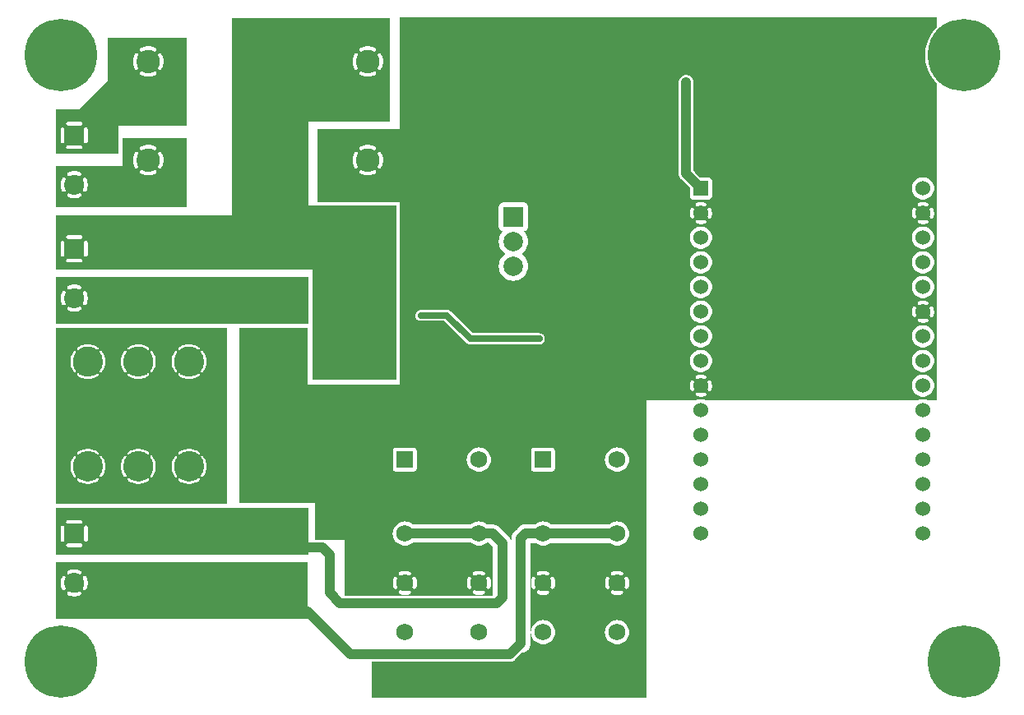
<source format=gbr>
G04 start of page 3 for group 1 idx 1 *
G04 Title: (unknown), solder *
G04 Creator: pcb 4.0.2 *
G04 CreationDate: Wed Jul  1 19:45:12 2020 UTC *
G04 For: ndholmes *
G04 Format: Gerber/RS-274X *
G04 PCB-Dimensions (mil): 4000.00 2800.00 *
G04 PCB-Coordinate-Origin: lower left *
%MOIN*%
%FSLAX25Y25*%
%LNBOTTOM*%
%ADD48C,0.1010*%
%ADD47C,0.0480*%
%ADD46C,0.0450*%
%ADD45C,0.0380*%
%ADD44C,0.0590*%
%ADD43C,0.1285*%
%ADD42C,0.0120*%
%ADD41C,0.0240*%
%ADD40C,0.1210*%
%ADD39C,0.0680*%
%ADD38C,0.0800*%
%ADD37C,0.0787*%
%ADD36C,0.0600*%
%ADD35C,0.0940*%
%ADD34C,0.2937*%
%ADD33C,0.0250*%
%ADD32C,0.0400*%
%ADD31C,0.0001*%
G54D31*G36*
X27250Y79500D02*X117500D01*
Y60500D01*
X27250D01*
Y65748D01*
X27368Y65757D01*
X27482Y65785D01*
X27592Y65830D01*
X27692Y65891D01*
X27782Y65968D01*
X27859Y66058D01*
X27920Y66158D01*
X27965Y66268D01*
X27993Y66382D01*
X28000Y66500D01*
Y71500D01*
X27993Y71618D01*
X27965Y71732D01*
X27920Y71842D01*
X27859Y71942D01*
X27782Y72032D01*
X27692Y72109D01*
X27592Y72170D01*
X27482Y72215D01*
X27368Y72243D01*
X27250Y72252D01*
Y79500D01*
G37*
G36*
X22500D02*X27250D01*
Y72252D01*
X27132Y72243D01*
X27018Y72215D01*
X26908Y72170D01*
X26808Y72109D01*
X26718Y72032D01*
X26641Y71942D01*
X26580Y71842D01*
X26535Y71732D01*
X26507Y71618D01*
X26500Y71500D01*
Y66500D01*
X26507Y66382D01*
X26535Y66268D01*
X26580Y66158D01*
X26641Y66058D01*
X26718Y65968D01*
X26808Y65891D01*
X26908Y65830D01*
X27018Y65785D01*
X27132Y65757D01*
X27250Y65748D01*
Y60500D01*
X22500D01*
Y63500D01*
X25000D01*
X25118Y63507D01*
X25232Y63535D01*
X25342Y63580D01*
X25442Y63641D01*
X25532Y63718D01*
X25609Y63808D01*
X25670Y63908D01*
X25715Y64018D01*
X25743Y64132D01*
X25752Y64250D01*
X25743Y64368D01*
X25715Y64482D01*
X25670Y64592D01*
X25609Y64692D01*
X25532Y64782D01*
X25442Y64859D01*
X25342Y64920D01*
X25232Y64965D01*
X25118Y64993D01*
X25000Y65000D01*
X22500D01*
Y73000D01*
X25000D01*
X25118Y73007D01*
X25232Y73035D01*
X25342Y73080D01*
X25442Y73141D01*
X25532Y73218D01*
X25609Y73308D01*
X25670Y73408D01*
X25715Y73518D01*
X25743Y73632D01*
X25752Y73750D01*
X25743Y73868D01*
X25715Y73982D01*
X25670Y74092D01*
X25609Y74192D01*
X25532Y74282D01*
X25442Y74359D01*
X25342Y74420D01*
X25232Y74465D01*
X25118Y74493D01*
X25000Y74500D01*
X22500D01*
Y79500D01*
G37*
G36*
X17750D02*X22500D01*
Y74500D01*
X20000D01*
X19882Y74493D01*
X19768Y74465D01*
X19658Y74420D01*
X19558Y74359D01*
X19468Y74282D01*
X19391Y74192D01*
X19330Y74092D01*
X19285Y73982D01*
X19257Y73868D01*
X19248Y73750D01*
X19257Y73632D01*
X19285Y73518D01*
X19330Y73408D01*
X19391Y73308D01*
X19468Y73218D01*
X19558Y73141D01*
X19658Y73080D01*
X19768Y73035D01*
X19882Y73007D01*
X20000Y73000D01*
X22500D01*
Y65000D01*
X20000D01*
X19882Y64993D01*
X19768Y64965D01*
X19658Y64920D01*
X19558Y64859D01*
X19468Y64782D01*
X19391Y64692D01*
X19330Y64592D01*
X19285Y64482D01*
X19257Y64368D01*
X19248Y64250D01*
X19257Y64132D01*
X19285Y64018D01*
X19330Y63908D01*
X19391Y63808D01*
X19468Y63718D01*
X19558Y63641D01*
X19658Y63580D01*
X19768Y63535D01*
X19882Y63507D01*
X20000Y63500D01*
X22500D01*
Y60500D01*
X17750D01*
Y65748D01*
X17868Y65757D01*
X17982Y65785D01*
X18092Y65830D01*
X18192Y65891D01*
X18282Y65968D01*
X18359Y66058D01*
X18420Y66158D01*
X18465Y66268D01*
X18493Y66382D01*
X18500Y66500D01*
Y71500D01*
X18493Y71618D01*
X18465Y71732D01*
X18420Y71842D01*
X18359Y71942D01*
X18282Y72032D01*
X18192Y72109D01*
X18092Y72170D01*
X17982Y72215D01*
X17868Y72243D01*
X17750Y72252D01*
Y79500D01*
G37*
G36*
X15000D02*X17750D01*
Y72252D01*
X17632Y72243D01*
X17518Y72215D01*
X17408Y72170D01*
X17308Y72109D01*
X17218Y72032D01*
X17141Y71942D01*
X17080Y71842D01*
X17035Y71732D01*
X17007Y71618D01*
X17000Y71500D01*
Y66500D01*
X17007Y66382D01*
X17035Y66268D01*
X17080Y66158D01*
X17141Y66058D01*
X17218Y65968D01*
X17308Y65891D01*
X17408Y65830D01*
X17518Y65785D01*
X17632Y65757D01*
X17750Y65748D01*
Y60500D01*
X15000D01*
Y79500D01*
G37*
G36*
X26993Y173000D02*X117500D01*
Y154000D01*
X26993D01*
Y161645D01*
X27078Y161681D01*
X27179Y161743D01*
X27269Y161819D01*
X27345Y161909D01*
X27405Y162011D01*
X27622Y162480D01*
X27789Y162969D01*
X27909Y163472D01*
X27982Y163984D01*
X28006Y164500D01*
X27982Y165016D01*
X27909Y165528D01*
X27789Y166031D01*
X27622Y166520D01*
X27410Y166992D01*
X27349Y167093D01*
X27272Y167184D01*
X27182Y167261D01*
X27080Y167323D01*
X26993Y167360D01*
Y173000D01*
G37*
G36*
X22502D02*X26993D01*
Y167360D01*
X26971Y167369D01*
X26855Y167397D01*
X26737Y167406D01*
X26619Y167397D01*
X26503Y167370D01*
X26393Y167324D01*
X26292Y167262D01*
X26202Y167186D01*
X26124Y167095D01*
X26062Y166994D01*
X26016Y166885D01*
X25989Y166769D01*
X25979Y166651D01*
X25988Y166532D01*
X26016Y166417D01*
X26063Y166308D01*
X26221Y165968D01*
X26342Y165612D01*
X26430Y165247D01*
X26482Y164875D01*
X26500Y164500D01*
X26482Y164125D01*
X26430Y163753D01*
X26342Y163388D01*
X26221Y163032D01*
X26067Y162690D01*
X26020Y162582D01*
X25993Y162467D01*
X25983Y162349D01*
X25993Y162232D01*
X26021Y162117D01*
X26066Y162008D01*
X26128Y161907D01*
X26205Y161818D01*
X26295Y161741D01*
X26395Y161680D01*
X26504Y161635D01*
X26619Y161607D01*
X26737Y161598D01*
X26855Y161608D01*
X26969Y161635D01*
X26993Y161645D01*
Y154000D01*
X22502D01*
Y158994D01*
X23016Y159018D01*
X23528Y159091D01*
X24031Y159211D01*
X24520Y159378D01*
X24992Y159590D01*
X25093Y159651D01*
X25184Y159728D01*
X25261Y159818D01*
X25323Y159920D01*
X25369Y160029D01*
X25397Y160145D01*
X25406Y160263D01*
X25397Y160381D01*
X25370Y160497D01*
X25324Y160607D01*
X25262Y160708D01*
X25186Y160798D01*
X25095Y160876D01*
X24994Y160938D01*
X24885Y160984D01*
X24769Y161011D01*
X24651Y161021D01*
X24532Y161012D01*
X24417Y160984D01*
X24308Y160937D01*
X23968Y160779D01*
X23612Y160658D01*
X23247Y160570D01*
X22875Y160518D01*
X22502Y160500D01*
Y168500D01*
X22875Y168482D01*
X23247Y168430D01*
X23612Y168342D01*
X23968Y168221D01*
X24310Y168067D01*
X24418Y168020D01*
X24533Y167993D01*
X24651Y167983D01*
X24768Y167993D01*
X24883Y168021D01*
X24992Y168066D01*
X25093Y168128D01*
X25182Y168205D01*
X25259Y168295D01*
X25320Y168395D01*
X25365Y168504D01*
X25393Y168619D01*
X25402Y168737D01*
X25392Y168855D01*
X25365Y168969D01*
X25319Y169078D01*
X25257Y169179D01*
X25181Y169269D01*
X25091Y169345D01*
X24989Y169405D01*
X24520Y169622D01*
X24031Y169789D01*
X23528Y169909D01*
X23016Y169982D01*
X22502Y170006D01*
Y173000D01*
G37*
G36*
X18007D02*X22502D01*
Y170006D01*
X22500Y170006D01*
X21984Y169982D01*
X21472Y169909D01*
X20969Y169789D01*
X20480Y169622D01*
X20008Y169410D01*
X19907Y169349D01*
X19816Y169272D01*
X19739Y169182D01*
X19677Y169080D01*
X19631Y168971D01*
X19603Y168855D01*
X19594Y168737D01*
X19603Y168619D01*
X19630Y168503D01*
X19676Y168393D01*
X19738Y168292D01*
X19814Y168202D01*
X19905Y168124D01*
X20006Y168062D01*
X20115Y168016D01*
X20231Y167989D01*
X20349Y167979D01*
X20468Y167988D01*
X20583Y168016D01*
X20692Y168063D01*
X21032Y168221D01*
X21388Y168342D01*
X21753Y168430D01*
X22125Y168482D01*
X22500Y168500D01*
X22502Y168500D01*
Y160500D01*
X22500Y160500D01*
X22125Y160518D01*
X21753Y160570D01*
X21388Y160658D01*
X21032Y160779D01*
X20690Y160933D01*
X20582Y160980D01*
X20467Y161007D01*
X20349Y161017D01*
X20232Y161007D01*
X20117Y160979D01*
X20008Y160934D01*
X19907Y160872D01*
X19818Y160795D01*
X19741Y160705D01*
X19680Y160605D01*
X19635Y160496D01*
X19607Y160381D01*
X19598Y160263D01*
X19608Y160145D01*
X19635Y160031D01*
X19681Y159922D01*
X19743Y159821D01*
X19819Y159731D01*
X19909Y159655D01*
X20011Y159595D01*
X20480Y159378D01*
X20969Y159211D01*
X21472Y159091D01*
X21984Y159018D01*
X22500Y158994D01*
X22502Y158994D01*
Y154000D01*
X18007D01*
Y161640D01*
X18029Y161631D01*
X18145Y161603D01*
X18263Y161594D01*
X18381Y161603D01*
X18497Y161630D01*
X18607Y161676D01*
X18708Y161738D01*
X18798Y161814D01*
X18876Y161905D01*
X18938Y162006D01*
X18984Y162115D01*
X19011Y162231D01*
X19021Y162349D01*
X19012Y162468D01*
X18984Y162583D01*
X18937Y162692D01*
X18779Y163032D01*
X18658Y163388D01*
X18570Y163753D01*
X18518Y164125D01*
X18500Y164500D01*
X18518Y164875D01*
X18570Y165247D01*
X18658Y165612D01*
X18779Y165968D01*
X18933Y166310D01*
X18980Y166418D01*
X19007Y166533D01*
X19017Y166651D01*
X19007Y166768D01*
X18979Y166883D01*
X18934Y166992D01*
X18872Y167093D01*
X18795Y167182D01*
X18705Y167259D01*
X18605Y167320D01*
X18496Y167365D01*
X18381Y167393D01*
X18263Y167402D01*
X18145Y167392D01*
X18031Y167365D01*
X18007Y167355D01*
Y173000D01*
G37*
G36*
X15000D02*X18007D01*
Y167355D01*
X17922Y167319D01*
X17821Y167257D01*
X17731Y167181D01*
X17655Y167091D01*
X17595Y166989D01*
X17378Y166520D01*
X17211Y166031D01*
X17091Y165528D01*
X17018Y165016D01*
X16994Y164500D01*
X17018Y163984D01*
X17091Y163472D01*
X17211Y162969D01*
X17378Y162480D01*
X17590Y162008D01*
X17651Y161907D01*
X17728Y161816D01*
X17818Y161739D01*
X17920Y161677D01*
X18007Y161640D01*
Y154000D01*
X15000D01*
Y173000D01*
G37*
G36*
X33916Y97493D02*X33951Y97338D01*
X34025Y96796D01*
X34050Y96250D01*
X34025Y95704D01*
X33951Y95162D01*
X33916Y95007D01*
Y97493D01*
G37*
G36*
Y139993D02*X33951Y139838D01*
X34025Y139296D01*
X34050Y138750D01*
X34025Y138204D01*
X33951Y137662D01*
X33916Y137507D01*
Y139993D01*
G37*
G36*
X54416Y97493D02*X54451Y97338D01*
X54525Y96796D01*
X54550Y96250D01*
X54525Y95704D01*
X54451Y95162D01*
X54416Y95007D01*
Y97493D01*
G37*
G36*
Y139993D02*X54451Y139838D01*
X54525Y139296D01*
X54550Y138750D01*
X54525Y138204D01*
X54451Y137662D01*
X54416Y137507D01*
Y139993D01*
G37*
G36*
X74916Y97493D02*X74951Y97338D01*
X75025Y96796D01*
X75050Y96250D01*
X75025Y95704D01*
X74951Y95162D01*
X74916Y95007D01*
Y97493D01*
G37*
G36*
Y139993D02*X74951Y139838D01*
X75025Y139296D01*
X75050Y138750D01*
X75025Y138204D01*
X74951Y137662D01*
X74916Y137507D01*
Y139993D01*
G37*
G36*
Y152500D02*X84500D01*
Y81000D01*
X74916D01*
Y92419D01*
X75045Y92608D01*
X75349Y93168D01*
X75601Y93754D01*
X75799Y94360D01*
X75942Y94981D01*
X76028Y95613D01*
X76057Y96250D01*
X76028Y96887D01*
X75942Y97519D01*
X75799Y98140D01*
X75601Y98746D01*
X75349Y99332D01*
X75045Y99892D01*
X74916Y100086D01*
Y134919D01*
X75045Y135108D01*
X75349Y135668D01*
X75601Y136254D01*
X75799Y136860D01*
X75942Y137481D01*
X76028Y138113D01*
X76057Y138750D01*
X76028Y139387D01*
X75942Y140019D01*
X75799Y140640D01*
X75601Y141246D01*
X75349Y141832D01*
X75045Y142392D01*
X74916Y142586D01*
Y152500D01*
G37*
G36*
X69003D02*X74916D01*
Y142586D01*
X74691Y142923D01*
X74639Y142984D01*
X74579Y143035D01*
X74511Y143077D01*
X74437Y143107D01*
X74359Y143125D01*
X74280Y143131D01*
X74200Y143124D01*
X74123Y143106D01*
X74050Y143075D01*
X73982Y143033D01*
X73921Y142981D01*
X73870Y142920D01*
X73829Y142852D01*
X73798Y142778D01*
X73780Y142701D01*
X73774Y142621D01*
X73781Y142542D01*
X73800Y142464D01*
X73831Y142391D01*
X73874Y142324D01*
X74182Y141873D01*
X74443Y141392D01*
X74659Y140890D01*
X74829Y140371D01*
X74916Y139993D01*
Y137507D01*
X74829Y137129D01*
X74659Y136610D01*
X74443Y136108D01*
X74182Y135627D01*
X73879Y135172D01*
X73836Y135106D01*
X73806Y135034D01*
X73787Y134957D01*
X73781Y134879D01*
X73786Y134800D01*
X73804Y134724D01*
X73834Y134651D01*
X73875Y134584D01*
X73926Y134524D01*
X73985Y134472D01*
X74052Y134431D01*
X74125Y134400D01*
X74201Y134382D01*
X74280Y134375D01*
X74358Y134381D01*
X74435Y134399D01*
X74508Y134429D01*
X74575Y134470D01*
X74635Y134520D01*
X74685Y134581D01*
X74916Y134919D01*
Y100086D01*
X74691Y100423D01*
X74639Y100484D01*
X74579Y100535D01*
X74511Y100577D01*
X74437Y100607D01*
X74359Y100625D01*
X74280Y100631D01*
X74200Y100624D01*
X74123Y100606D01*
X74050Y100575D01*
X73982Y100533D01*
X73921Y100481D01*
X73870Y100420D01*
X73829Y100352D01*
X73798Y100278D01*
X73780Y100201D01*
X73774Y100121D01*
X73781Y100042D01*
X73800Y99964D01*
X73831Y99891D01*
X73874Y99824D01*
X74182Y99373D01*
X74443Y98892D01*
X74659Y98390D01*
X74829Y97871D01*
X74916Y97493D01*
Y95007D01*
X74829Y94629D01*
X74659Y94110D01*
X74443Y93608D01*
X74182Y93127D01*
X73879Y92672D01*
X73836Y92606D01*
X73806Y92534D01*
X73787Y92457D01*
X73781Y92379D01*
X73786Y92300D01*
X73804Y92224D01*
X73834Y92151D01*
X73875Y92084D01*
X73926Y92024D01*
X73985Y91972D01*
X74052Y91931D01*
X74125Y91900D01*
X74201Y91882D01*
X74280Y91875D01*
X74358Y91881D01*
X74435Y91899D01*
X74508Y91929D01*
X74575Y91970D01*
X74635Y92020D01*
X74685Y92081D01*
X74916Y92419D01*
Y81000D01*
X69003D01*
Y89193D01*
X69637Y89222D01*
X70269Y89308D01*
X70890Y89451D01*
X71496Y89649D01*
X72082Y89901D01*
X72642Y90205D01*
X73173Y90559D01*
X73234Y90611D01*
X73285Y90671D01*
X73327Y90739D01*
X73357Y90813D01*
X73375Y90891D01*
X73381Y90970D01*
X73374Y91050D01*
X73356Y91127D01*
X73325Y91200D01*
X73283Y91268D01*
X73231Y91329D01*
X73170Y91380D01*
X73102Y91421D01*
X73028Y91452D01*
X72951Y91470D01*
X72871Y91476D01*
X72792Y91469D01*
X72714Y91450D01*
X72641Y91419D01*
X72574Y91376D01*
X72123Y91068D01*
X71642Y90807D01*
X71140Y90591D01*
X70621Y90421D01*
X70088Y90299D01*
X69546Y90225D01*
X69003Y90200D01*
Y102300D01*
X69546Y102275D01*
X70088Y102201D01*
X70621Y102079D01*
X71140Y101909D01*
X71642Y101693D01*
X72123Y101432D01*
X72578Y101129D01*
X72644Y101086D01*
X72716Y101056D01*
X72793Y101037D01*
X72871Y101031D01*
X72950Y101036D01*
X73026Y101054D01*
X73099Y101084D01*
X73166Y101125D01*
X73226Y101176D01*
X73278Y101235D01*
X73319Y101302D01*
X73350Y101375D01*
X73368Y101451D01*
X73375Y101530D01*
X73369Y101608D01*
X73351Y101685D01*
X73321Y101758D01*
X73280Y101825D01*
X73230Y101885D01*
X73169Y101935D01*
X72642Y102295D01*
X72082Y102599D01*
X71496Y102851D01*
X70890Y103049D01*
X70269Y103192D01*
X69637Y103278D01*
X69003Y103307D01*
Y131693D01*
X69637Y131722D01*
X70269Y131808D01*
X70890Y131951D01*
X71496Y132149D01*
X72082Y132401D01*
X72642Y132705D01*
X73173Y133059D01*
X73234Y133111D01*
X73285Y133171D01*
X73327Y133239D01*
X73357Y133313D01*
X73375Y133391D01*
X73381Y133470D01*
X73374Y133550D01*
X73356Y133627D01*
X73325Y133700D01*
X73283Y133768D01*
X73231Y133829D01*
X73170Y133880D01*
X73102Y133921D01*
X73028Y133952D01*
X72951Y133970D01*
X72871Y133976D01*
X72792Y133969D01*
X72714Y133950D01*
X72641Y133919D01*
X72574Y133876D01*
X72123Y133568D01*
X71642Y133307D01*
X71140Y133091D01*
X70621Y132921D01*
X70088Y132799D01*
X69546Y132725D01*
X69003Y132700D01*
Y144800D01*
X69546Y144775D01*
X70088Y144701D01*
X70621Y144579D01*
X71140Y144409D01*
X71642Y144193D01*
X72123Y143932D01*
X72578Y143629D01*
X72644Y143586D01*
X72716Y143556D01*
X72793Y143537D01*
X72871Y143531D01*
X72950Y143536D01*
X73026Y143554D01*
X73099Y143584D01*
X73166Y143625D01*
X73226Y143676D01*
X73278Y143735D01*
X73319Y143802D01*
X73350Y143875D01*
X73368Y143951D01*
X73375Y144030D01*
X73369Y144108D01*
X73351Y144185D01*
X73321Y144258D01*
X73280Y144325D01*
X73230Y144385D01*
X73169Y144435D01*
X72642Y144795D01*
X72082Y145099D01*
X71496Y145351D01*
X70890Y145549D01*
X70269Y145692D01*
X69637Y145778D01*
X69003Y145807D01*
Y152500D01*
G37*
G36*
X63084D02*X69003D01*
Y145807D01*
X69000Y145807D01*
X68363Y145778D01*
X67731Y145692D01*
X67110Y145549D01*
X66504Y145351D01*
X65918Y145099D01*
X65358Y144795D01*
X64827Y144441D01*
X64766Y144389D01*
X64715Y144329D01*
X64673Y144261D01*
X64643Y144187D01*
X64625Y144109D01*
X64619Y144030D01*
X64626Y143950D01*
X64644Y143873D01*
X64675Y143800D01*
X64717Y143732D01*
X64769Y143671D01*
X64830Y143620D01*
X64898Y143579D01*
X64972Y143548D01*
X65049Y143530D01*
X65129Y143524D01*
X65208Y143531D01*
X65286Y143550D01*
X65359Y143581D01*
X65426Y143624D01*
X65877Y143932D01*
X66358Y144193D01*
X66860Y144409D01*
X67379Y144579D01*
X67912Y144701D01*
X68454Y144775D01*
X69000Y144800D01*
X69003Y144800D01*
Y132700D01*
X69000Y132700D01*
X68454Y132725D01*
X67912Y132799D01*
X67379Y132921D01*
X66860Y133091D01*
X66358Y133307D01*
X65877Y133568D01*
X65422Y133871D01*
X65356Y133914D01*
X65284Y133944D01*
X65207Y133963D01*
X65129Y133969D01*
X65050Y133964D01*
X64974Y133946D01*
X64901Y133916D01*
X64834Y133875D01*
X64774Y133824D01*
X64722Y133765D01*
X64681Y133698D01*
X64650Y133625D01*
X64632Y133549D01*
X64625Y133470D01*
X64631Y133392D01*
X64649Y133315D01*
X64679Y133242D01*
X64720Y133175D01*
X64770Y133115D01*
X64831Y133065D01*
X65358Y132705D01*
X65918Y132401D01*
X66504Y132149D01*
X67110Y131951D01*
X67731Y131808D01*
X68363Y131722D01*
X69000Y131693D01*
X69003Y131693D01*
Y103307D01*
X69000Y103307D01*
X68363Y103278D01*
X67731Y103192D01*
X67110Y103049D01*
X66504Y102851D01*
X65918Y102599D01*
X65358Y102295D01*
X64827Y101941D01*
X64766Y101889D01*
X64715Y101829D01*
X64673Y101761D01*
X64643Y101687D01*
X64625Y101609D01*
X64619Y101530D01*
X64626Y101450D01*
X64644Y101373D01*
X64675Y101300D01*
X64717Y101232D01*
X64769Y101171D01*
X64830Y101120D01*
X64898Y101079D01*
X64972Y101048D01*
X65049Y101030D01*
X65129Y101024D01*
X65208Y101031D01*
X65286Y101050D01*
X65359Y101081D01*
X65426Y101124D01*
X65877Y101432D01*
X66358Y101693D01*
X66860Y101909D01*
X67379Y102079D01*
X67912Y102201D01*
X68454Y102275D01*
X69000Y102300D01*
X69003Y102300D01*
Y90200D01*
X69000Y90200D01*
X68454Y90225D01*
X67912Y90299D01*
X67379Y90421D01*
X66860Y90591D01*
X66358Y90807D01*
X65877Y91068D01*
X65422Y91371D01*
X65356Y91414D01*
X65284Y91444D01*
X65207Y91463D01*
X65129Y91469D01*
X65050Y91464D01*
X64974Y91446D01*
X64901Y91416D01*
X64834Y91375D01*
X64774Y91324D01*
X64722Y91265D01*
X64681Y91198D01*
X64650Y91125D01*
X64632Y91049D01*
X64625Y90970D01*
X64631Y90892D01*
X64649Y90815D01*
X64679Y90742D01*
X64720Y90675D01*
X64770Y90615D01*
X64831Y90565D01*
X65358Y90205D01*
X65918Y89901D01*
X66504Y89649D01*
X67110Y89451D01*
X67731Y89308D01*
X68363Y89222D01*
X69000Y89193D01*
X69003Y89193D01*
Y81000D01*
X63084D01*
Y92414D01*
X63309Y92077D01*
X63361Y92016D01*
X63421Y91965D01*
X63489Y91923D01*
X63563Y91893D01*
X63641Y91875D01*
X63720Y91869D01*
X63800Y91876D01*
X63877Y91894D01*
X63950Y91925D01*
X64018Y91967D01*
X64079Y92019D01*
X64130Y92080D01*
X64171Y92148D01*
X64202Y92222D01*
X64220Y92299D01*
X64226Y92379D01*
X64219Y92458D01*
X64200Y92536D01*
X64169Y92609D01*
X64126Y92676D01*
X63818Y93127D01*
X63557Y93608D01*
X63341Y94110D01*
X63171Y94629D01*
X63084Y95007D01*
Y97493D01*
X63171Y97871D01*
X63341Y98390D01*
X63557Y98892D01*
X63818Y99373D01*
X64121Y99828D01*
X64164Y99894D01*
X64194Y99966D01*
X64213Y100043D01*
X64219Y100121D01*
X64214Y100200D01*
X64196Y100276D01*
X64166Y100349D01*
X64125Y100416D01*
X64074Y100476D01*
X64015Y100528D01*
X63948Y100569D01*
X63875Y100600D01*
X63799Y100618D01*
X63720Y100625D01*
X63642Y100619D01*
X63565Y100601D01*
X63492Y100571D01*
X63425Y100530D01*
X63365Y100480D01*
X63315Y100419D01*
X63084Y100081D01*
Y134914D01*
X63309Y134577D01*
X63361Y134516D01*
X63421Y134465D01*
X63489Y134423D01*
X63563Y134393D01*
X63641Y134375D01*
X63720Y134369D01*
X63800Y134376D01*
X63877Y134394D01*
X63950Y134425D01*
X64018Y134467D01*
X64079Y134519D01*
X64130Y134580D01*
X64171Y134648D01*
X64202Y134722D01*
X64220Y134799D01*
X64226Y134879D01*
X64219Y134958D01*
X64200Y135036D01*
X64169Y135109D01*
X64126Y135176D01*
X63818Y135627D01*
X63557Y136108D01*
X63341Y136610D01*
X63171Y137129D01*
X63084Y137507D01*
Y139993D01*
X63171Y140371D01*
X63341Y140890D01*
X63557Y141392D01*
X63818Y141873D01*
X64121Y142328D01*
X64164Y142394D01*
X64194Y142466D01*
X64213Y142543D01*
X64219Y142621D01*
X64214Y142700D01*
X64196Y142776D01*
X64166Y142849D01*
X64125Y142916D01*
X64074Y142976D01*
X64015Y143028D01*
X63948Y143069D01*
X63875Y143100D01*
X63799Y143118D01*
X63720Y143125D01*
X63642Y143119D01*
X63565Y143101D01*
X63492Y143071D01*
X63425Y143030D01*
X63365Y142980D01*
X63315Y142919D01*
X63084Y142581D01*
Y152500D01*
G37*
G36*
Y95007D02*X63049Y95162D01*
X62975Y95704D01*
X62950Y96250D01*
X62975Y96796D01*
X63049Y97338D01*
X63084Y97493D01*
Y95007D01*
G37*
G36*
Y137507D02*X63049Y137662D01*
X62975Y138204D01*
X62950Y138750D01*
X62975Y139296D01*
X63049Y139838D01*
X63084Y139993D01*
Y137507D01*
G37*
G36*
X54416Y152500D02*X63084D01*
Y142581D01*
X62955Y142392D01*
X62651Y141832D01*
X62399Y141246D01*
X62201Y140640D01*
X62058Y140019D01*
X61972Y139387D01*
X61943Y138750D01*
X61972Y138113D01*
X62058Y137481D01*
X62201Y136860D01*
X62399Y136254D01*
X62651Y135668D01*
X62955Y135108D01*
X63084Y134914D01*
Y100081D01*
X62955Y99892D01*
X62651Y99332D01*
X62399Y98746D01*
X62201Y98140D01*
X62058Y97519D01*
X61972Y96887D01*
X61943Y96250D01*
X61972Y95613D01*
X62058Y94981D01*
X62201Y94360D01*
X62399Y93754D01*
X62651Y93168D01*
X62955Y92608D01*
X63084Y92414D01*
Y81000D01*
X54416D01*
Y92419D01*
X54545Y92608D01*
X54849Y93168D01*
X55101Y93754D01*
X55299Y94360D01*
X55442Y94981D01*
X55528Y95613D01*
X55557Y96250D01*
X55528Y96887D01*
X55442Y97519D01*
X55299Y98140D01*
X55101Y98746D01*
X54849Y99332D01*
X54545Y99892D01*
X54416Y100086D01*
Y134919D01*
X54545Y135108D01*
X54849Y135668D01*
X55101Y136254D01*
X55299Y136860D01*
X55442Y137481D01*
X55528Y138113D01*
X55557Y138750D01*
X55528Y139387D01*
X55442Y140019D01*
X55299Y140640D01*
X55101Y141246D01*
X54849Y141832D01*
X54545Y142392D01*
X54416Y142586D01*
Y152500D01*
G37*
G36*
X48503D02*X54416D01*
Y142586D01*
X54191Y142923D01*
X54139Y142984D01*
X54079Y143035D01*
X54011Y143077D01*
X53937Y143107D01*
X53859Y143125D01*
X53780Y143131D01*
X53700Y143124D01*
X53623Y143106D01*
X53550Y143075D01*
X53482Y143033D01*
X53421Y142981D01*
X53370Y142920D01*
X53329Y142852D01*
X53298Y142778D01*
X53280Y142701D01*
X53274Y142621D01*
X53281Y142542D01*
X53300Y142464D01*
X53331Y142391D01*
X53374Y142324D01*
X53682Y141873D01*
X53943Y141392D01*
X54159Y140890D01*
X54329Y140371D01*
X54416Y139993D01*
Y137507D01*
X54329Y137129D01*
X54159Y136610D01*
X53943Y136108D01*
X53682Y135627D01*
X53379Y135172D01*
X53336Y135106D01*
X53306Y135034D01*
X53287Y134957D01*
X53281Y134879D01*
X53286Y134800D01*
X53304Y134724D01*
X53334Y134651D01*
X53375Y134584D01*
X53426Y134524D01*
X53485Y134472D01*
X53552Y134431D01*
X53625Y134400D01*
X53701Y134382D01*
X53780Y134375D01*
X53858Y134381D01*
X53935Y134399D01*
X54008Y134429D01*
X54075Y134470D01*
X54135Y134520D01*
X54185Y134581D01*
X54416Y134919D01*
Y100086D01*
X54191Y100423D01*
X54139Y100484D01*
X54079Y100535D01*
X54011Y100577D01*
X53937Y100607D01*
X53859Y100625D01*
X53780Y100631D01*
X53700Y100624D01*
X53623Y100606D01*
X53550Y100575D01*
X53482Y100533D01*
X53421Y100481D01*
X53370Y100420D01*
X53329Y100352D01*
X53298Y100278D01*
X53280Y100201D01*
X53274Y100121D01*
X53281Y100042D01*
X53300Y99964D01*
X53331Y99891D01*
X53374Y99824D01*
X53682Y99373D01*
X53943Y98892D01*
X54159Y98390D01*
X54329Y97871D01*
X54416Y97493D01*
Y95007D01*
X54329Y94629D01*
X54159Y94110D01*
X53943Y93608D01*
X53682Y93127D01*
X53379Y92672D01*
X53336Y92606D01*
X53306Y92534D01*
X53287Y92457D01*
X53281Y92379D01*
X53286Y92300D01*
X53304Y92224D01*
X53334Y92151D01*
X53375Y92084D01*
X53426Y92024D01*
X53485Y91972D01*
X53552Y91931D01*
X53625Y91900D01*
X53701Y91882D01*
X53780Y91875D01*
X53858Y91881D01*
X53935Y91899D01*
X54008Y91929D01*
X54075Y91970D01*
X54135Y92020D01*
X54185Y92081D01*
X54416Y92419D01*
Y81000D01*
X48503D01*
Y89193D01*
X49137Y89222D01*
X49769Y89308D01*
X50390Y89451D01*
X50996Y89649D01*
X51582Y89901D01*
X52142Y90205D01*
X52673Y90559D01*
X52734Y90611D01*
X52785Y90671D01*
X52827Y90739D01*
X52857Y90813D01*
X52875Y90891D01*
X52881Y90970D01*
X52874Y91050D01*
X52856Y91127D01*
X52825Y91200D01*
X52783Y91268D01*
X52731Y91329D01*
X52670Y91380D01*
X52602Y91421D01*
X52528Y91452D01*
X52451Y91470D01*
X52371Y91476D01*
X52292Y91469D01*
X52214Y91450D01*
X52141Y91419D01*
X52074Y91376D01*
X51623Y91068D01*
X51142Y90807D01*
X50640Y90591D01*
X50121Y90421D01*
X49588Y90299D01*
X49046Y90225D01*
X48503Y90200D01*
Y102300D01*
X49046Y102275D01*
X49588Y102201D01*
X50121Y102079D01*
X50640Y101909D01*
X51142Y101693D01*
X51623Y101432D01*
X52078Y101129D01*
X52144Y101086D01*
X52216Y101056D01*
X52293Y101037D01*
X52371Y101031D01*
X52450Y101036D01*
X52526Y101054D01*
X52599Y101084D01*
X52666Y101125D01*
X52726Y101176D01*
X52778Y101235D01*
X52819Y101302D01*
X52850Y101375D01*
X52868Y101451D01*
X52875Y101530D01*
X52869Y101608D01*
X52851Y101685D01*
X52821Y101758D01*
X52780Y101825D01*
X52730Y101885D01*
X52669Y101935D01*
X52142Y102295D01*
X51582Y102599D01*
X50996Y102851D01*
X50390Y103049D01*
X49769Y103192D01*
X49137Y103278D01*
X48503Y103307D01*
Y131693D01*
X49137Y131722D01*
X49769Y131808D01*
X50390Y131951D01*
X50996Y132149D01*
X51582Y132401D01*
X52142Y132705D01*
X52673Y133059D01*
X52734Y133111D01*
X52785Y133171D01*
X52827Y133239D01*
X52857Y133313D01*
X52875Y133391D01*
X52881Y133470D01*
X52874Y133550D01*
X52856Y133627D01*
X52825Y133700D01*
X52783Y133768D01*
X52731Y133829D01*
X52670Y133880D01*
X52602Y133921D01*
X52528Y133952D01*
X52451Y133970D01*
X52371Y133976D01*
X52292Y133969D01*
X52214Y133950D01*
X52141Y133919D01*
X52074Y133876D01*
X51623Y133568D01*
X51142Y133307D01*
X50640Y133091D01*
X50121Y132921D01*
X49588Y132799D01*
X49046Y132725D01*
X48503Y132700D01*
Y144800D01*
X49046Y144775D01*
X49588Y144701D01*
X50121Y144579D01*
X50640Y144409D01*
X51142Y144193D01*
X51623Y143932D01*
X52078Y143629D01*
X52144Y143586D01*
X52216Y143556D01*
X52293Y143537D01*
X52371Y143531D01*
X52450Y143536D01*
X52526Y143554D01*
X52599Y143584D01*
X52666Y143625D01*
X52726Y143676D01*
X52778Y143735D01*
X52819Y143802D01*
X52850Y143875D01*
X52868Y143951D01*
X52875Y144030D01*
X52869Y144108D01*
X52851Y144185D01*
X52821Y144258D01*
X52780Y144325D01*
X52730Y144385D01*
X52669Y144435D01*
X52142Y144795D01*
X51582Y145099D01*
X50996Y145351D01*
X50390Y145549D01*
X49769Y145692D01*
X49137Y145778D01*
X48503Y145807D01*
Y152500D01*
G37*
G36*
X42584D02*X48503D01*
Y145807D01*
X48500Y145807D01*
X47863Y145778D01*
X47231Y145692D01*
X46610Y145549D01*
X46004Y145351D01*
X45418Y145099D01*
X44858Y144795D01*
X44327Y144441D01*
X44266Y144389D01*
X44215Y144329D01*
X44173Y144261D01*
X44143Y144187D01*
X44125Y144109D01*
X44119Y144030D01*
X44126Y143950D01*
X44144Y143873D01*
X44175Y143800D01*
X44217Y143732D01*
X44269Y143671D01*
X44330Y143620D01*
X44398Y143579D01*
X44472Y143548D01*
X44549Y143530D01*
X44629Y143524D01*
X44708Y143531D01*
X44786Y143550D01*
X44859Y143581D01*
X44926Y143624D01*
X45377Y143932D01*
X45858Y144193D01*
X46360Y144409D01*
X46879Y144579D01*
X47412Y144701D01*
X47954Y144775D01*
X48500Y144800D01*
X48503Y144800D01*
Y132700D01*
X48500Y132700D01*
X47954Y132725D01*
X47412Y132799D01*
X46879Y132921D01*
X46360Y133091D01*
X45858Y133307D01*
X45377Y133568D01*
X44922Y133871D01*
X44856Y133914D01*
X44784Y133944D01*
X44707Y133963D01*
X44629Y133969D01*
X44550Y133964D01*
X44474Y133946D01*
X44401Y133916D01*
X44334Y133875D01*
X44274Y133824D01*
X44222Y133765D01*
X44181Y133698D01*
X44150Y133625D01*
X44132Y133549D01*
X44125Y133470D01*
X44131Y133392D01*
X44149Y133315D01*
X44179Y133242D01*
X44220Y133175D01*
X44270Y133115D01*
X44331Y133065D01*
X44858Y132705D01*
X45418Y132401D01*
X46004Y132149D01*
X46610Y131951D01*
X47231Y131808D01*
X47863Y131722D01*
X48500Y131693D01*
X48503Y131693D01*
Y103307D01*
X48500Y103307D01*
X47863Y103278D01*
X47231Y103192D01*
X46610Y103049D01*
X46004Y102851D01*
X45418Y102599D01*
X44858Y102295D01*
X44327Y101941D01*
X44266Y101889D01*
X44215Y101829D01*
X44173Y101761D01*
X44143Y101687D01*
X44125Y101609D01*
X44119Y101530D01*
X44126Y101450D01*
X44144Y101373D01*
X44175Y101300D01*
X44217Y101232D01*
X44269Y101171D01*
X44330Y101120D01*
X44398Y101079D01*
X44472Y101048D01*
X44549Y101030D01*
X44629Y101024D01*
X44708Y101031D01*
X44786Y101050D01*
X44859Y101081D01*
X44926Y101124D01*
X45377Y101432D01*
X45858Y101693D01*
X46360Y101909D01*
X46879Y102079D01*
X47412Y102201D01*
X47954Y102275D01*
X48500Y102300D01*
X48503Y102300D01*
Y90200D01*
X48500Y90200D01*
X47954Y90225D01*
X47412Y90299D01*
X46879Y90421D01*
X46360Y90591D01*
X45858Y90807D01*
X45377Y91068D01*
X44922Y91371D01*
X44856Y91414D01*
X44784Y91444D01*
X44707Y91463D01*
X44629Y91469D01*
X44550Y91464D01*
X44474Y91446D01*
X44401Y91416D01*
X44334Y91375D01*
X44274Y91324D01*
X44222Y91265D01*
X44181Y91198D01*
X44150Y91125D01*
X44132Y91049D01*
X44125Y90970D01*
X44131Y90892D01*
X44149Y90815D01*
X44179Y90742D01*
X44220Y90675D01*
X44270Y90615D01*
X44331Y90565D01*
X44858Y90205D01*
X45418Y89901D01*
X46004Y89649D01*
X46610Y89451D01*
X47231Y89308D01*
X47863Y89222D01*
X48500Y89193D01*
X48503Y89193D01*
Y81000D01*
X42584D01*
Y92414D01*
X42809Y92077D01*
X42861Y92016D01*
X42921Y91965D01*
X42989Y91923D01*
X43063Y91893D01*
X43141Y91875D01*
X43220Y91869D01*
X43300Y91876D01*
X43377Y91894D01*
X43450Y91925D01*
X43518Y91967D01*
X43579Y92019D01*
X43630Y92080D01*
X43671Y92148D01*
X43702Y92222D01*
X43720Y92299D01*
X43726Y92379D01*
X43719Y92458D01*
X43700Y92536D01*
X43669Y92609D01*
X43626Y92676D01*
X43318Y93127D01*
X43057Y93608D01*
X42841Y94110D01*
X42671Y94629D01*
X42584Y95007D01*
Y97493D01*
X42671Y97871D01*
X42841Y98390D01*
X43057Y98892D01*
X43318Y99373D01*
X43621Y99828D01*
X43664Y99894D01*
X43694Y99966D01*
X43713Y100043D01*
X43719Y100121D01*
X43714Y100200D01*
X43696Y100276D01*
X43666Y100349D01*
X43625Y100416D01*
X43574Y100476D01*
X43515Y100528D01*
X43448Y100569D01*
X43375Y100600D01*
X43299Y100618D01*
X43220Y100625D01*
X43142Y100619D01*
X43065Y100601D01*
X42992Y100571D01*
X42925Y100530D01*
X42865Y100480D01*
X42815Y100419D01*
X42584Y100081D01*
Y134914D01*
X42809Y134577D01*
X42861Y134516D01*
X42921Y134465D01*
X42989Y134423D01*
X43063Y134393D01*
X43141Y134375D01*
X43220Y134369D01*
X43300Y134376D01*
X43377Y134394D01*
X43450Y134425D01*
X43518Y134467D01*
X43579Y134519D01*
X43630Y134580D01*
X43671Y134648D01*
X43702Y134722D01*
X43720Y134799D01*
X43726Y134879D01*
X43719Y134958D01*
X43700Y135036D01*
X43669Y135109D01*
X43626Y135176D01*
X43318Y135627D01*
X43057Y136108D01*
X42841Y136610D01*
X42671Y137129D01*
X42584Y137507D01*
Y139993D01*
X42671Y140371D01*
X42841Y140890D01*
X43057Y141392D01*
X43318Y141873D01*
X43621Y142328D01*
X43664Y142394D01*
X43694Y142466D01*
X43713Y142543D01*
X43719Y142621D01*
X43714Y142700D01*
X43696Y142776D01*
X43666Y142849D01*
X43625Y142916D01*
X43574Y142976D01*
X43515Y143028D01*
X43448Y143069D01*
X43375Y143100D01*
X43299Y143118D01*
X43220Y143125D01*
X43142Y143119D01*
X43065Y143101D01*
X42992Y143071D01*
X42925Y143030D01*
X42865Y142980D01*
X42815Y142919D01*
X42584Y142581D01*
Y152500D01*
G37*
G36*
Y95007D02*X42549Y95162D01*
X42475Y95704D01*
X42450Y96250D01*
X42475Y96796D01*
X42549Y97338D01*
X42584Y97493D01*
Y95007D01*
G37*
G36*
Y137507D02*X42549Y137662D01*
X42475Y138204D01*
X42450Y138750D01*
X42475Y139296D01*
X42549Y139838D01*
X42584Y139993D01*
Y137507D01*
G37*
G36*
X33916Y152500D02*X42584D01*
Y142581D01*
X42455Y142392D01*
X42151Y141832D01*
X41899Y141246D01*
X41701Y140640D01*
X41558Y140019D01*
X41472Y139387D01*
X41443Y138750D01*
X41472Y138113D01*
X41558Y137481D01*
X41701Y136860D01*
X41899Y136254D01*
X42151Y135668D01*
X42455Y135108D01*
X42584Y134914D01*
Y100081D01*
X42455Y99892D01*
X42151Y99332D01*
X41899Y98746D01*
X41701Y98140D01*
X41558Y97519D01*
X41472Y96887D01*
X41443Y96250D01*
X41472Y95613D01*
X41558Y94981D01*
X41701Y94360D01*
X41899Y93754D01*
X42151Y93168D01*
X42455Y92608D01*
X42584Y92414D01*
Y81000D01*
X33916D01*
Y92419D01*
X34045Y92608D01*
X34349Y93168D01*
X34601Y93754D01*
X34799Y94360D01*
X34942Y94981D01*
X35028Y95613D01*
X35057Y96250D01*
X35028Y96887D01*
X34942Y97519D01*
X34799Y98140D01*
X34601Y98746D01*
X34349Y99332D01*
X34045Y99892D01*
X33916Y100086D01*
Y134919D01*
X34045Y135108D01*
X34349Y135668D01*
X34601Y136254D01*
X34799Y136860D01*
X34942Y137481D01*
X35028Y138113D01*
X35057Y138750D01*
X35028Y139387D01*
X34942Y140019D01*
X34799Y140640D01*
X34601Y141246D01*
X34349Y141832D01*
X34045Y142392D01*
X33916Y142586D01*
Y152500D01*
G37*
G36*
X28003D02*X33916D01*
Y142586D01*
X33691Y142923D01*
X33639Y142984D01*
X33579Y143035D01*
X33511Y143077D01*
X33437Y143107D01*
X33359Y143125D01*
X33280Y143131D01*
X33200Y143124D01*
X33123Y143106D01*
X33050Y143075D01*
X32982Y143033D01*
X32921Y142981D01*
X32870Y142920D01*
X32829Y142852D01*
X32798Y142778D01*
X32780Y142701D01*
X32774Y142621D01*
X32781Y142542D01*
X32800Y142464D01*
X32831Y142391D01*
X32874Y142324D01*
X33182Y141873D01*
X33443Y141392D01*
X33659Y140890D01*
X33829Y140371D01*
X33916Y139993D01*
Y137507D01*
X33829Y137129D01*
X33659Y136610D01*
X33443Y136108D01*
X33182Y135627D01*
X32879Y135172D01*
X32836Y135106D01*
X32806Y135034D01*
X32787Y134957D01*
X32781Y134879D01*
X32786Y134800D01*
X32804Y134724D01*
X32834Y134651D01*
X32875Y134584D01*
X32926Y134524D01*
X32985Y134472D01*
X33052Y134431D01*
X33125Y134400D01*
X33201Y134382D01*
X33280Y134375D01*
X33358Y134381D01*
X33435Y134399D01*
X33508Y134429D01*
X33575Y134470D01*
X33635Y134520D01*
X33685Y134581D01*
X33916Y134919D01*
Y100086D01*
X33691Y100423D01*
X33639Y100484D01*
X33579Y100535D01*
X33511Y100577D01*
X33437Y100607D01*
X33359Y100625D01*
X33280Y100631D01*
X33200Y100624D01*
X33123Y100606D01*
X33050Y100575D01*
X32982Y100533D01*
X32921Y100481D01*
X32870Y100420D01*
X32829Y100352D01*
X32798Y100278D01*
X32780Y100201D01*
X32774Y100121D01*
X32781Y100042D01*
X32800Y99964D01*
X32831Y99891D01*
X32874Y99824D01*
X33182Y99373D01*
X33443Y98892D01*
X33659Y98390D01*
X33829Y97871D01*
X33916Y97493D01*
Y95007D01*
X33829Y94629D01*
X33659Y94110D01*
X33443Y93608D01*
X33182Y93127D01*
X32879Y92672D01*
X32836Y92606D01*
X32806Y92534D01*
X32787Y92457D01*
X32781Y92379D01*
X32786Y92300D01*
X32804Y92224D01*
X32834Y92151D01*
X32875Y92084D01*
X32926Y92024D01*
X32985Y91972D01*
X33052Y91931D01*
X33125Y91900D01*
X33201Y91882D01*
X33280Y91875D01*
X33358Y91881D01*
X33435Y91899D01*
X33508Y91929D01*
X33575Y91970D01*
X33635Y92020D01*
X33685Y92081D01*
X33916Y92419D01*
Y81000D01*
X28003D01*
Y89193D01*
X28637Y89222D01*
X29269Y89308D01*
X29890Y89451D01*
X30496Y89649D01*
X31082Y89901D01*
X31642Y90205D01*
X32173Y90559D01*
X32234Y90611D01*
X32285Y90671D01*
X32327Y90739D01*
X32357Y90813D01*
X32375Y90891D01*
X32381Y90970D01*
X32374Y91050D01*
X32356Y91127D01*
X32325Y91200D01*
X32283Y91268D01*
X32231Y91329D01*
X32170Y91380D01*
X32102Y91421D01*
X32028Y91452D01*
X31951Y91470D01*
X31871Y91476D01*
X31792Y91469D01*
X31714Y91450D01*
X31641Y91419D01*
X31574Y91376D01*
X31123Y91068D01*
X30642Y90807D01*
X30140Y90591D01*
X29621Y90421D01*
X29088Y90299D01*
X28546Y90225D01*
X28003Y90200D01*
Y102300D01*
X28546Y102275D01*
X29088Y102201D01*
X29621Y102079D01*
X30140Y101909D01*
X30642Y101693D01*
X31123Y101432D01*
X31578Y101129D01*
X31644Y101086D01*
X31716Y101056D01*
X31793Y101037D01*
X31871Y101031D01*
X31950Y101036D01*
X32026Y101054D01*
X32099Y101084D01*
X32166Y101125D01*
X32226Y101176D01*
X32278Y101235D01*
X32319Y101302D01*
X32350Y101375D01*
X32368Y101451D01*
X32375Y101530D01*
X32369Y101608D01*
X32351Y101685D01*
X32321Y101758D01*
X32280Y101825D01*
X32230Y101885D01*
X32169Y101935D01*
X31642Y102295D01*
X31082Y102599D01*
X30496Y102851D01*
X29890Y103049D01*
X29269Y103192D01*
X28637Y103278D01*
X28003Y103307D01*
Y131693D01*
X28637Y131722D01*
X29269Y131808D01*
X29890Y131951D01*
X30496Y132149D01*
X31082Y132401D01*
X31642Y132705D01*
X32173Y133059D01*
X32234Y133111D01*
X32285Y133171D01*
X32327Y133239D01*
X32357Y133313D01*
X32375Y133391D01*
X32381Y133470D01*
X32374Y133550D01*
X32356Y133627D01*
X32325Y133700D01*
X32283Y133768D01*
X32231Y133829D01*
X32170Y133880D01*
X32102Y133921D01*
X32028Y133952D01*
X31951Y133970D01*
X31871Y133976D01*
X31792Y133969D01*
X31714Y133950D01*
X31641Y133919D01*
X31574Y133876D01*
X31123Y133568D01*
X30642Y133307D01*
X30140Y133091D01*
X29621Y132921D01*
X29088Y132799D01*
X28546Y132725D01*
X28003Y132700D01*
Y144800D01*
X28546Y144775D01*
X29088Y144701D01*
X29621Y144579D01*
X30140Y144409D01*
X30642Y144193D01*
X31123Y143932D01*
X31578Y143629D01*
X31644Y143586D01*
X31716Y143556D01*
X31793Y143537D01*
X31871Y143531D01*
X31950Y143536D01*
X32026Y143554D01*
X32099Y143584D01*
X32166Y143625D01*
X32226Y143676D01*
X32278Y143735D01*
X32319Y143802D01*
X32350Y143875D01*
X32368Y143951D01*
X32375Y144030D01*
X32369Y144108D01*
X32351Y144185D01*
X32321Y144258D01*
X32280Y144325D01*
X32230Y144385D01*
X32169Y144435D01*
X31642Y144795D01*
X31082Y145099D01*
X30496Y145351D01*
X29890Y145549D01*
X29269Y145692D01*
X28637Y145778D01*
X28003Y145807D01*
Y152500D01*
G37*
G36*
X22084D02*X28003D01*
Y145807D01*
X28000Y145807D01*
X27363Y145778D01*
X26731Y145692D01*
X26110Y145549D01*
X25504Y145351D01*
X24918Y145099D01*
X24358Y144795D01*
X23827Y144441D01*
X23766Y144389D01*
X23715Y144329D01*
X23673Y144261D01*
X23643Y144187D01*
X23625Y144109D01*
X23619Y144030D01*
X23626Y143950D01*
X23644Y143873D01*
X23675Y143800D01*
X23717Y143732D01*
X23769Y143671D01*
X23830Y143620D01*
X23898Y143579D01*
X23972Y143548D01*
X24049Y143530D01*
X24129Y143524D01*
X24208Y143531D01*
X24286Y143550D01*
X24359Y143581D01*
X24426Y143624D01*
X24877Y143932D01*
X25358Y144193D01*
X25860Y144409D01*
X26379Y144579D01*
X26912Y144701D01*
X27454Y144775D01*
X28000Y144800D01*
X28003Y144800D01*
Y132700D01*
X28000Y132700D01*
X27454Y132725D01*
X26912Y132799D01*
X26379Y132921D01*
X25860Y133091D01*
X25358Y133307D01*
X24877Y133568D01*
X24422Y133871D01*
X24356Y133914D01*
X24284Y133944D01*
X24207Y133963D01*
X24129Y133969D01*
X24050Y133964D01*
X23974Y133946D01*
X23901Y133916D01*
X23834Y133875D01*
X23774Y133824D01*
X23722Y133765D01*
X23681Y133698D01*
X23650Y133625D01*
X23632Y133549D01*
X23625Y133470D01*
X23631Y133392D01*
X23649Y133315D01*
X23679Y133242D01*
X23720Y133175D01*
X23770Y133115D01*
X23831Y133065D01*
X24358Y132705D01*
X24918Y132401D01*
X25504Y132149D01*
X26110Y131951D01*
X26731Y131808D01*
X27363Y131722D01*
X28000Y131693D01*
X28003Y131693D01*
Y103307D01*
X28000Y103307D01*
X27363Y103278D01*
X26731Y103192D01*
X26110Y103049D01*
X25504Y102851D01*
X24918Y102599D01*
X24358Y102295D01*
X23827Y101941D01*
X23766Y101889D01*
X23715Y101829D01*
X23673Y101761D01*
X23643Y101687D01*
X23625Y101609D01*
X23619Y101530D01*
X23626Y101450D01*
X23644Y101373D01*
X23675Y101300D01*
X23717Y101232D01*
X23769Y101171D01*
X23830Y101120D01*
X23898Y101079D01*
X23972Y101048D01*
X24049Y101030D01*
X24129Y101024D01*
X24208Y101031D01*
X24286Y101050D01*
X24359Y101081D01*
X24426Y101124D01*
X24877Y101432D01*
X25358Y101693D01*
X25860Y101909D01*
X26379Y102079D01*
X26912Y102201D01*
X27454Y102275D01*
X28000Y102300D01*
X28003Y102300D01*
Y90200D01*
X28000Y90200D01*
X27454Y90225D01*
X26912Y90299D01*
X26379Y90421D01*
X25860Y90591D01*
X25358Y90807D01*
X24877Y91068D01*
X24422Y91371D01*
X24356Y91414D01*
X24284Y91444D01*
X24207Y91463D01*
X24129Y91469D01*
X24050Y91464D01*
X23974Y91446D01*
X23901Y91416D01*
X23834Y91375D01*
X23774Y91324D01*
X23722Y91265D01*
X23681Y91198D01*
X23650Y91125D01*
X23632Y91049D01*
X23625Y90970D01*
X23631Y90892D01*
X23649Y90815D01*
X23679Y90742D01*
X23720Y90675D01*
X23770Y90615D01*
X23831Y90565D01*
X24358Y90205D01*
X24918Y89901D01*
X25504Y89649D01*
X26110Y89451D01*
X26731Y89308D01*
X27363Y89222D01*
X28000Y89193D01*
X28003Y89193D01*
Y81000D01*
X22084D01*
Y92414D01*
X22309Y92077D01*
X22361Y92016D01*
X22421Y91965D01*
X22489Y91923D01*
X22563Y91893D01*
X22641Y91875D01*
X22720Y91869D01*
X22800Y91876D01*
X22877Y91894D01*
X22950Y91925D01*
X23018Y91967D01*
X23079Y92019D01*
X23130Y92080D01*
X23171Y92148D01*
X23202Y92222D01*
X23220Y92299D01*
X23226Y92379D01*
X23219Y92458D01*
X23200Y92536D01*
X23169Y92609D01*
X23126Y92676D01*
X22818Y93127D01*
X22557Y93608D01*
X22341Y94110D01*
X22171Y94629D01*
X22084Y95007D01*
Y97493D01*
X22171Y97871D01*
X22341Y98390D01*
X22557Y98892D01*
X22818Y99373D01*
X23121Y99828D01*
X23164Y99894D01*
X23194Y99966D01*
X23213Y100043D01*
X23219Y100121D01*
X23214Y100200D01*
X23196Y100276D01*
X23166Y100349D01*
X23125Y100416D01*
X23074Y100476D01*
X23015Y100528D01*
X22948Y100569D01*
X22875Y100600D01*
X22799Y100618D01*
X22720Y100625D01*
X22642Y100619D01*
X22565Y100601D01*
X22492Y100571D01*
X22425Y100530D01*
X22365Y100480D01*
X22315Y100419D01*
X22084Y100081D01*
Y134914D01*
X22309Y134577D01*
X22361Y134516D01*
X22421Y134465D01*
X22489Y134423D01*
X22563Y134393D01*
X22641Y134375D01*
X22720Y134369D01*
X22800Y134376D01*
X22877Y134394D01*
X22950Y134425D01*
X23018Y134467D01*
X23079Y134519D01*
X23130Y134580D01*
X23171Y134648D01*
X23202Y134722D01*
X23220Y134799D01*
X23226Y134879D01*
X23219Y134958D01*
X23200Y135036D01*
X23169Y135109D01*
X23126Y135176D01*
X22818Y135627D01*
X22557Y136108D01*
X22341Y136610D01*
X22171Y137129D01*
X22084Y137507D01*
Y139993D01*
X22171Y140371D01*
X22341Y140890D01*
X22557Y141392D01*
X22818Y141873D01*
X23121Y142328D01*
X23164Y142394D01*
X23194Y142466D01*
X23213Y142543D01*
X23219Y142621D01*
X23214Y142700D01*
X23196Y142776D01*
X23166Y142849D01*
X23125Y142916D01*
X23074Y142976D01*
X23015Y143028D01*
X22948Y143069D01*
X22875Y143100D01*
X22799Y143118D01*
X22720Y143125D01*
X22642Y143119D01*
X22565Y143101D01*
X22492Y143071D01*
X22425Y143030D01*
X22365Y142980D01*
X22315Y142919D01*
X22084Y142581D01*
Y152500D01*
G37*
G36*
Y95007D02*X22049Y95162D01*
X21975Y95704D01*
X21950Y96250D01*
X21975Y96796D01*
X22049Y97338D01*
X22084Y97493D01*
Y95007D01*
G37*
G36*
Y137507D02*X22049Y137662D01*
X21975Y138204D01*
X21950Y138750D01*
X21975Y139296D01*
X22049Y139838D01*
X22084Y139993D01*
Y137507D01*
G37*
G36*
X15000Y152500D02*X22084D01*
Y142581D01*
X21955Y142392D01*
X21651Y141832D01*
X21399Y141246D01*
X21201Y140640D01*
X21058Y140019D01*
X20972Y139387D01*
X20943Y138750D01*
X20972Y138113D01*
X21058Y137481D01*
X21201Y136860D01*
X21399Y136254D01*
X21651Y135668D01*
X21955Y135108D01*
X22084Y134914D01*
Y100081D01*
X21955Y99892D01*
X21651Y99332D01*
X21399Y98746D01*
X21201Y98140D01*
X21058Y97519D01*
X20972Y96887D01*
X20943Y96250D01*
X20972Y95613D01*
X21058Y94981D01*
X21201Y94360D01*
X21399Y93754D01*
X21651Y93168D01*
X21955Y92608D01*
X22084Y92414D01*
Y81000D01*
X15000D01*
Y152500D01*
G37*
G36*
X89500D02*X117000D01*
Y81500D01*
X89500D01*
Y152500D01*
G37*
G36*
X26993Y57500D02*X117000D01*
Y34500D01*
X26993D01*
Y46145D01*
X27078Y46181D01*
X27179Y46243D01*
X27269Y46319D01*
X27345Y46409D01*
X27405Y46511D01*
X27622Y46980D01*
X27789Y47469D01*
X27909Y47972D01*
X27982Y48484D01*
X28006Y49000D01*
X27982Y49516D01*
X27909Y50028D01*
X27789Y50531D01*
X27622Y51020D01*
X27410Y51492D01*
X27349Y51593D01*
X27272Y51684D01*
X27182Y51761D01*
X27080Y51823D01*
X26993Y51860D01*
Y57500D01*
G37*
G36*
X22502D02*X26993D01*
Y51860D01*
X26971Y51869D01*
X26855Y51897D01*
X26737Y51906D01*
X26619Y51897D01*
X26503Y51870D01*
X26393Y51824D01*
X26292Y51762D01*
X26202Y51686D01*
X26124Y51595D01*
X26062Y51494D01*
X26016Y51385D01*
X25989Y51269D01*
X25979Y51151D01*
X25988Y51032D01*
X26016Y50917D01*
X26063Y50808D01*
X26221Y50468D01*
X26342Y50112D01*
X26430Y49747D01*
X26482Y49375D01*
X26500Y49000D01*
X26482Y48625D01*
X26430Y48253D01*
X26342Y47888D01*
X26221Y47532D01*
X26067Y47190D01*
X26020Y47082D01*
X25993Y46967D01*
X25983Y46849D01*
X25993Y46732D01*
X26021Y46617D01*
X26066Y46508D01*
X26128Y46407D01*
X26205Y46318D01*
X26295Y46241D01*
X26395Y46180D01*
X26504Y46135D01*
X26619Y46107D01*
X26737Y46098D01*
X26855Y46108D01*
X26969Y46135D01*
X26993Y46145D01*
Y34500D01*
X22502D01*
Y43494D01*
X23016Y43518D01*
X23528Y43591D01*
X24031Y43711D01*
X24520Y43878D01*
X24992Y44090D01*
X25093Y44151D01*
X25184Y44228D01*
X25261Y44318D01*
X25323Y44420D01*
X25369Y44529D01*
X25397Y44645D01*
X25406Y44763D01*
X25397Y44881D01*
X25370Y44997D01*
X25324Y45107D01*
X25262Y45208D01*
X25186Y45298D01*
X25095Y45376D01*
X24994Y45438D01*
X24885Y45484D01*
X24769Y45511D01*
X24651Y45521D01*
X24532Y45512D01*
X24417Y45484D01*
X24308Y45437D01*
X23968Y45279D01*
X23612Y45158D01*
X23247Y45070D01*
X22875Y45018D01*
X22502Y45000D01*
Y53000D01*
X22875Y52982D01*
X23247Y52930D01*
X23612Y52842D01*
X23968Y52721D01*
X24310Y52567D01*
X24418Y52520D01*
X24533Y52493D01*
X24651Y52483D01*
X24768Y52493D01*
X24883Y52521D01*
X24992Y52566D01*
X25093Y52628D01*
X25182Y52705D01*
X25259Y52795D01*
X25320Y52895D01*
X25365Y53004D01*
X25393Y53119D01*
X25402Y53237D01*
X25392Y53355D01*
X25365Y53469D01*
X25319Y53578D01*
X25257Y53679D01*
X25181Y53769D01*
X25091Y53845D01*
X24989Y53905D01*
X24520Y54122D01*
X24031Y54289D01*
X23528Y54409D01*
X23016Y54482D01*
X22502Y54506D01*
Y57500D01*
G37*
G36*
X18007D02*X22502D01*
Y54506D01*
X22500Y54506D01*
X21984Y54482D01*
X21472Y54409D01*
X20969Y54289D01*
X20480Y54122D01*
X20008Y53910D01*
X19907Y53849D01*
X19816Y53772D01*
X19739Y53682D01*
X19677Y53580D01*
X19631Y53471D01*
X19603Y53355D01*
X19594Y53237D01*
X19603Y53119D01*
X19630Y53003D01*
X19676Y52893D01*
X19738Y52792D01*
X19814Y52702D01*
X19905Y52624D01*
X20006Y52562D01*
X20115Y52516D01*
X20231Y52489D01*
X20349Y52479D01*
X20468Y52488D01*
X20583Y52516D01*
X20692Y52563D01*
X21032Y52721D01*
X21388Y52842D01*
X21753Y52930D01*
X22125Y52982D01*
X22500Y53000D01*
X22502Y53000D01*
Y45000D01*
X22500Y45000D01*
X22125Y45018D01*
X21753Y45070D01*
X21388Y45158D01*
X21032Y45279D01*
X20690Y45433D01*
X20582Y45480D01*
X20467Y45507D01*
X20349Y45517D01*
X20232Y45507D01*
X20117Y45479D01*
X20008Y45434D01*
X19907Y45372D01*
X19818Y45295D01*
X19741Y45205D01*
X19680Y45105D01*
X19635Y44996D01*
X19607Y44881D01*
X19598Y44763D01*
X19608Y44645D01*
X19635Y44531D01*
X19681Y44422D01*
X19743Y44321D01*
X19819Y44231D01*
X19909Y44155D01*
X20011Y44095D01*
X20480Y43878D01*
X20969Y43711D01*
X21472Y43591D01*
X21984Y43518D01*
X22500Y43494D01*
X22502Y43494D01*
Y34500D01*
X18007D01*
Y46140D01*
X18029Y46131D01*
X18145Y46103D01*
X18263Y46094D01*
X18381Y46103D01*
X18497Y46130D01*
X18607Y46176D01*
X18708Y46238D01*
X18798Y46314D01*
X18876Y46405D01*
X18938Y46506D01*
X18984Y46615D01*
X19011Y46731D01*
X19021Y46849D01*
X19012Y46968D01*
X18984Y47083D01*
X18937Y47192D01*
X18779Y47532D01*
X18658Y47888D01*
X18570Y48253D01*
X18518Y48625D01*
X18500Y49000D01*
X18518Y49375D01*
X18570Y49747D01*
X18658Y50112D01*
X18779Y50468D01*
X18933Y50810D01*
X18980Y50918D01*
X19007Y51033D01*
X19017Y51151D01*
X19007Y51268D01*
X18979Y51383D01*
X18934Y51492D01*
X18872Y51593D01*
X18795Y51682D01*
X18705Y51759D01*
X18605Y51820D01*
X18496Y51865D01*
X18381Y51893D01*
X18263Y51902D01*
X18145Y51892D01*
X18031Y51865D01*
X18007Y51855D01*
Y57500D01*
G37*
G36*
X15000D02*X18007D01*
Y51855D01*
X17922Y51819D01*
X17821Y51757D01*
X17731Y51681D01*
X17655Y51591D01*
X17595Y51489D01*
X17378Y51020D01*
X17211Y50531D01*
X17091Y50028D01*
X17018Y49516D01*
X16994Y49000D01*
X17018Y48484D01*
X17091Y47972D01*
X17211Y47469D01*
X17378Y46980D01*
X17590Y46508D01*
X17651Y46407D01*
X17728Y46316D01*
X17818Y46239D01*
X17920Y46177D01*
X18007Y46140D01*
Y34500D01*
X15000D01*
Y57500D01*
G37*
G36*
X119000Y179500D02*X153000D01*
Y131500D01*
X119000D01*
Y179500D01*
G37*
G36*
X156500Y129500D02*X176000D01*
Y81500D01*
X156500D01*
Y94107D01*
X160135Y94114D01*
X160365Y94169D01*
X160583Y94259D01*
X160784Y94383D01*
X160964Y94536D01*
X161117Y94716D01*
X161241Y94917D01*
X161331Y95135D01*
X161386Y95365D01*
X161400Y95600D01*
X161386Y102635D01*
X161331Y102865D01*
X161241Y103083D01*
X161117Y103284D01*
X160964Y103464D01*
X160784Y103617D01*
X160583Y103741D01*
X160365Y103831D01*
X160135Y103886D01*
X159900Y103900D01*
X156500Y103893D01*
Y129500D01*
G37*
G36*
X89500D02*X156500D01*
Y103893D01*
X152865Y103886D01*
X152635Y103831D01*
X152417Y103741D01*
X152216Y103617D01*
X152036Y103464D01*
X151883Y103284D01*
X151759Y103083D01*
X151669Y102865D01*
X151614Y102635D01*
X151600Y102400D01*
X151614Y95365D01*
X151669Y95135D01*
X151759Y94917D01*
X151883Y94716D01*
X152036Y94536D01*
X152216Y94383D01*
X152417Y94259D01*
X152635Y94169D01*
X152865Y94114D01*
X153100Y94100D01*
X156500Y94107D01*
Y81500D01*
X89500D01*
Y129500D01*
G37*
G36*
X120000Y83000D02*X165500D01*
Y72600D01*
X159830D01*
X159389Y72976D01*
X158731Y73379D01*
X158019Y73675D01*
X157269Y73855D01*
X156500Y73915D01*
X155731Y73855D01*
X154981Y73675D01*
X154269Y73379D01*
X153611Y72976D01*
X153024Y72476D01*
X152524Y71889D01*
X152121Y71231D01*
X151825Y70519D01*
X151645Y69769D01*
X151585Y69000D01*
X151645Y68231D01*
X151825Y67481D01*
X152121Y66769D01*
X152285Y66500D01*
X123118D01*
X123000Y66509D01*
X122882Y66500D01*
X120000D01*
Y83000D01*
G37*
G36*
X190464Y65304D02*X192200Y63567D01*
Y43750D01*
X190464D01*
Y46564D01*
X190549Y46589D01*
X190655Y46639D01*
X190753Y46706D01*
X190839Y46787D01*
X190911Y46880D01*
X190966Y46984D01*
X191141Y47412D01*
X191270Y47855D01*
X191357Y48309D01*
X191400Y48769D01*
Y49231D01*
X191357Y49691D01*
X191270Y50145D01*
X191141Y50588D01*
X190971Y51018D01*
X190915Y51122D01*
X190842Y51216D01*
X190755Y51297D01*
X190657Y51364D01*
X190550Y51414D01*
X190464Y51440D01*
Y65304D01*
G37*
G36*
X186502Y64085D02*X187269Y64145D01*
X188019Y64325D01*
X188731Y64621D01*
X189389Y65024D01*
X189830Y65400D01*
X190367D01*
X190464Y65304D01*
Y51440D01*
X190436Y51448D01*
X190318Y51462D01*
X190200Y51459D01*
X190083Y51437D01*
X189972Y51396D01*
X189868Y51339D01*
X189774Y51266D01*
X189693Y51180D01*
X189626Y51082D01*
X189575Y50975D01*
X189542Y50861D01*
X189527Y50743D01*
X189531Y50624D01*
X189553Y50508D01*
X189596Y50397D01*
X189717Y50101D01*
X189806Y49793D01*
X189866Y49479D01*
X189896Y49160D01*
Y48840D01*
X189866Y48521D01*
X189806Y48207D01*
X189717Y47899D01*
X189599Y47601D01*
X189557Y47491D01*
X189535Y47375D01*
X189531Y47257D01*
X189546Y47140D01*
X189579Y47027D01*
X189629Y46920D01*
X189696Y46822D01*
X189776Y46736D01*
X189870Y46664D01*
X189973Y46607D01*
X190084Y46567D01*
X190200Y46545D01*
X190318Y46541D01*
X190435Y46556D01*
X190464Y46564D01*
Y43750D01*
X186502D01*
Y44100D01*
X186731D01*
X187191Y44143D01*
X187645Y44230D01*
X188088Y44359D01*
X188518Y44529D01*
X188622Y44585D01*
X188716Y44658D01*
X188797Y44745D01*
X188864Y44843D01*
X188914Y44950D01*
X188948Y45064D01*
X188962Y45182D01*
X188959Y45300D01*
X188936Y45417D01*
X188896Y45528D01*
X188839Y45632D01*
X188766Y45726D01*
X188680Y45807D01*
X188582Y45874D01*
X188475Y45925D01*
X188361Y45958D01*
X188243Y45973D01*
X188124Y45969D01*
X188008Y45947D01*
X187897Y45904D01*
X187601Y45783D01*
X187293Y45694D01*
X186979Y45634D01*
X186660Y45604D01*
X186502D01*
Y52396D01*
X186660D01*
X186979Y52366D01*
X187293Y52306D01*
X187601Y52217D01*
X187899Y52099D01*
X188009Y52057D01*
X188125Y52035D01*
X188243Y52031D01*
X188360Y52046D01*
X188473Y52079D01*
X188580Y52129D01*
X188678Y52196D01*
X188764Y52276D01*
X188836Y52370D01*
X188893Y52473D01*
X188933Y52584D01*
X188955Y52700D01*
X188959Y52818D01*
X188944Y52935D01*
X188911Y53049D01*
X188861Y53155D01*
X188794Y53253D01*
X188713Y53339D01*
X188620Y53411D01*
X188516Y53466D01*
X188088Y53641D01*
X187645Y53770D01*
X187191Y53857D01*
X186731Y53900D01*
X186502D01*
Y64085D01*
G37*
G36*
X182536Y65400D02*X183170D01*
X183611Y65024D01*
X184269Y64621D01*
X184981Y64325D01*
X185731Y64145D01*
X186500Y64085D01*
X186502Y64085D01*
Y53900D01*
X186269D01*
X185809Y53857D01*
X185355Y53770D01*
X184912Y53641D01*
X184482Y53471D01*
X184378Y53415D01*
X184284Y53342D01*
X184203Y53255D01*
X184136Y53157D01*
X184086Y53050D01*
X184052Y52936D01*
X184038Y52818D01*
X184041Y52700D01*
X184063Y52583D01*
X184104Y52472D01*
X184161Y52368D01*
X184234Y52274D01*
X184320Y52193D01*
X184418Y52126D01*
X184525Y52075D01*
X184639Y52042D01*
X184757Y52027D01*
X184876Y52031D01*
X184992Y52053D01*
X185103Y52096D01*
X185399Y52217D01*
X185707Y52306D01*
X186021Y52366D01*
X186340Y52396D01*
X186502D01*
Y45604D01*
X186340D01*
X186021Y45634D01*
X185707Y45694D01*
X185399Y45783D01*
X185101Y45901D01*
X184991Y45943D01*
X184875Y45965D01*
X184757Y45969D01*
X184640Y45954D01*
X184527Y45921D01*
X184420Y45871D01*
X184322Y45804D01*
X184236Y45724D01*
X184164Y45630D01*
X184107Y45527D01*
X184067Y45416D01*
X184045Y45300D01*
X184041Y45182D01*
X184056Y45065D01*
X184089Y44951D01*
X184139Y44845D01*
X184206Y44747D01*
X184287Y44661D01*
X184380Y44589D01*
X184484Y44534D01*
X184912Y44359D01*
X185355Y44230D01*
X185809Y44143D01*
X186269Y44100D01*
X186502D01*
Y43750D01*
X182536D01*
Y46560D01*
X182564Y46552D01*
X182682Y46538D01*
X182800Y46541D01*
X182917Y46564D01*
X183028Y46604D01*
X183132Y46661D01*
X183226Y46734D01*
X183307Y46820D01*
X183374Y46918D01*
X183425Y47025D01*
X183458Y47139D01*
X183473Y47257D01*
X183469Y47376D01*
X183447Y47492D01*
X183404Y47603D01*
X183283Y47899D01*
X183194Y48207D01*
X183134Y48521D01*
X183104Y48840D01*
Y49160D01*
X183134Y49479D01*
X183194Y49793D01*
X183283Y50101D01*
X183401Y50399D01*
X183443Y50509D01*
X183465Y50625D01*
X183469Y50743D01*
X183454Y50860D01*
X183421Y50973D01*
X183371Y51080D01*
X183304Y51178D01*
X183224Y51264D01*
X183130Y51336D01*
X183027Y51393D01*
X182916Y51433D01*
X182800Y51455D01*
X182682Y51459D01*
X182565Y51444D01*
X182536Y51436D01*
Y65400D01*
G37*
G36*
X160464D02*X182536D01*
Y51436D01*
X182451Y51411D01*
X182345Y51361D01*
X182247Y51294D01*
X182161Y51213D01*
X182089Y51120D01*
X182034Y51016D01*
X181859Y50588D01*
X181730Y50145D01*
X181643Y49691D01*
X181600Y49231D01*
Y48769D01*
X181643Y48309D01*
X181730Y47855D01*
X181859Y47412D01*
X182029Y46982D01*
X182085Y46878D01*
X182158Y46784D01*
X182245Y46703D01*
X182343Y46636D01*
X182450Y46586D01*
X182536Y46560D01*
Y43750D01*
X160464D01*
Y46564D01*
X160549Y46589D01*
X160655Y46639D01*
X160753Y46706D01*
X160839Y46787D01*
X160911Y46880D01*
X160966Y46984D01*
X161141Y47412D01*
X161270Y47855D01*
X161357Y48309D01*
X161400Y48769D01*
Y49231D01*
X161357Y49691D01*
X161270Y50145D01*
X161141Y50588D01*
X160971Y51018D01*
X160915Y51122D01*
X160842Y51216D01*
X160755Y51297D01*
X160657Y51364D01*
X160550Y51414D01*
X160464Y51440D01*
Y65400D01*
G37*
G36*
X156502Y64085D02*X157269Y64145D01*
X158019Y64325D01*
X158731Y64621D01*
X159389Y65024D01*
X159830Y65400D01*
X160464D01*
Y51440D01*
X160436Y51448D01*
X160318Y51462D01*
X160200Y51459D01*
X160083Y51437D01*
X159972Y51396D01*
X159868Y51339D01*
X159774Y51266D01*
X159693Y51180D01*
X159626Y51082D01*
X159575Y50975D01*
X159542Y50861D01*
X159527Y50743D01*
X159531Y50624D01*
X159553Y50508D01*
X159596Y50397D01*
X159717Y50101D01*
X159806Y49793D01*
X159866Y49479D01*
X159896Y49160D01*
Y48840D01*
X159866Y48521D01*
X159806Y48207D01*
X159717Y47899D01*
X159599Y47601D01*
X159557Y47491D01*
X159535Y47375D01*
X159531Y47257D01*
X159546Y47140D01*
X159579Y47027D01*
X159629Y46920D01*
X159696Y46822D01*
X159776Y46736D01*
X159870Y46664D01*
X159973Y46607D01*
X160084Y46567D01*
X160200Y46545D01*
X160318Y46541D01*
X160435Y46556D01*
X160464Y46564D01*
Y43750D01*
X156502D01*
Y44100D01*
X156731D01*
X157191Y44143D01*
X157645Y44230D01*
X158088Y44359D01*
X158518Y44529D01*
X158622Y44585D01*
X158716Y44658D01*
X158797Y44745D01*
X158864Y44843D01*
X158914Y44950D01*
X158948Y45064D01*
X158962Y45182D01*
X158959Y45300D01*
X158936Y45417D01*
X158896Y45528D01*
X158839Y45632D01*
X158766Y45726D01*
X158680Y45807D01*
X158582Y45874D01*
X158475Y45925D01*
X158361Y45958D01*
X158243Y45973D01*
X158124Y45969D01*
X158008Y45947D01*
X157897Y45904D01*
X157601Y45783D01*
X157293Y45694D01*
X156979Y45634D01*
X156660Y45604D01*
X156502D01*
Y52396D01*
X156660D01*
X156979Y52366D01*
X157293Y52306D01*
X157601Y52217D01*
X157899Y52099D01*
X158009Y52057D01*
X158125Y52035D01*
X158243Y52031D01*
X158360Y52046D01*
X158473Y52079D01*
X158580Y52129D01*
X158678Y52196D01*
X158764Y52276D01*
X158836Y52370D01*
X158893Y52473D01*
X158933Y52584D01*
X158955Y52700D01*
X158959Y52818D01*
X158944Y52935D01*
X158911Y53049D01*
X158861Y53155D01*
X158794Y53253D01*
X158713Y53339D01*
X158620Y53411D01*
X158516Y53466D01*
X158088Y53641D01*
X157645Y53770D01*
X157191Y53857D01*
X156731Y53900D01*
X156502D01*
Y64085D01*
G37*
G36*
Y76500D02*X197000D01*
Y69233D01*
X194616Y71616D01*
X194182Y72003D01*
X193685Y72307D01*
X193147Y72530D01*
X192581Y72666D01*
X192000Y72711D01*
X191419Y72666D01*
X191146Y72600D01*
X189830D01*
X189389Y72976D01*
X188731Y73379D01*
X188019Y73675D01*
X187269Y73855D01*
X186500Y73915D01*
X185731Y73855D01*
X184981Y73675D01*
X184269Y73379D01*
X183611Y72976D01*
X183170Y72600D01*
X159830D01*
X159389Y72976D01*
X158731Y73379D01*
X158019Y73675D01*
X157269Y73855D01*
X156502Y73915D01*
Y76500D01*
G37*
G36*
X152536Y66096D02*X153024Y65524D01*
X153611Y65024D01*
X154269Y64621D01*
X154981Y64325D01*
X155731Y64145D01*
X156500Y64085D01*
X156502Y64085D01*
Y53900D01*
X156269D01*
X155809Y53857D01*
X155355Y53770D01*
X154912Y53641D01*
X154482Y53471D01*
X154378Y53415D01*
X154284Y53342D01*
X154203Y53255D01*
X154136Y53157D01*
X154086Y53050D01*
X154052Y52936D01*
X154038Y52818D01*
X154041Y52700D01*
X154063Y52583D01*
X154104Y52472D01*
X154161Y52368D01*
X154234Y52274D01*
X154320Y52193D01*
X154418Y52126D01*
X154525Y52075D01*
X154639Y52042D01*
X154757Y52027D01*
X154876Y52031D01*
X154992Y52053D01*
X155103Y52096D01*
X155399Y52217D01*
X155707Y52306D01*
X156021Y52366D01*
X156340Y52396D01*
X156502D01*
Y45604D01*
X156340D01*
X156021Y45634D01*
X155707Y45694D01*
X155399Y45783D01*
X155101Y45901D01*
X154991Y45943D01*
X154875Y45965D01*
X154757Y45969D01*
X154640Y45954D01*
X154527Y45921D01*
X154420Y45871D01*
X154322Y45804D01*
X154236Y45724D01*
X154164Y45630D01*
X154107Y45527D01*
X154067Y45416D01*
X154045Y45300D01*
X154041Y45182D01*
X154056Y45065D01*
X154089Y44951D01*
X154139Y44845D01*
X154206Y44747D01*
X154287Y44661D01*
X154380Y44589D01*
X154484Y44534D01*
X154912Y44359D01*
X155355Y44230D01*
X155809Y44143D01*
X156269Y44100D01*
X156502D01*
Y43750D01*
X152536D01*
Y46560D01*
X152564Y46552D01*
X152682Y46538D01*
X152800Y46541D01*
X152917Y46564D01*
X153028Y46604D01*
X153132Y46661D01*
X153226Y46734D01*
X153307Y46820D01*
X153374Y46918D01*
X153425Y47025D01*
X153458Y47139D01*
X153473Y47257D01*
X153469Y47376D01*
X153447Y47492D01*
X153404Y47603D01*
X153283Y47899D01*
X153194Y48207D01*
X153134Y48521D01*
X153104Y48840D01*
Y49160D01*
X153134Y49479D01*
X153194Y49793D01*
X153283Y50101D01*
X153401Y50399D01*
X153443Y50509D01*
X153465Y50625D01*
X153469Y50743D01*
X153454Y50860D01*
X153421Y50973D01*
X153371Y51080D01*
X153304Y51178D01*
X153224Y51264D01*
X153130Y51336D01*
X153027Y51393D01*
X152916Y51433D01*
X152800Y51455D01*
X152682Y51459D01*
X152565Y51444D01*
X152536Y51436D01*
Y66096D01*
G37*
G36*
Y76500D02*X156502D01*
Y73915D01*
X156500Y73915D01*
X155731Y73855D01*
X154981Y73675D01*
X154269Y73379D01*
X153611Y72976D01*
X153024Y72476D01*
X152536Y71904D01*
Y76500D01*
G37*
G36*
X132000D02*X152536D01*
Y71904D01*
X152524Y71889D01*
X152121Y71231D01*
X151825Y70519D01*
X151645Y69769D01*
X151585Y69000D01*
X151645Y68231D01*
X151825Y67481D01*
X152121Y66769D01*
X152524Y66111D01*
X152536Y66096D01*
Y51436D01*
X152451Y51411D01*
X152345Y51361D01*
X152247Y51294D01*
X152161Y51213D01*
X152089Y51120D01*
X152034Y51016D01*
X151859Y50588D01*
X151730Y50145D01*
X151643Y49691D01*
X151600Y49231D01*
Y48769D01*
X151643Y48309D01*
X151730Y47855D01*
X151859Y47412D01*
X152029Y46982D01*
X152085Y46878D01*
X152158Y46784D01*
X152245Y46703D01*
X152343Y46636D01*
X152450Y46586D01*
X152536Y46560D01*
Y43750D01*
X132000D01*
Y76500D01*
G37*
G36*
X190464Y65304D02*X192200Y63567D01*
Y43750D01*
X190464D01*
Y46564D01*
X190549Y46589D01*
X190655Y46639D01*
X190753Y46706D01*
X190839Y46787D01*
X190911Y46880D01*
X190966Y46984D01*
X191141Y47412D01*
X191270Y47855D01*
X191357Y48309D01*
X191400Y48769D01*
Y49231D01*
X191357Y49691D01*
X191270Y50145D01*
X191141Y50588D01*
X190971Y51018D01*
X190915Y51122D01*
X190842Y51216D01*
X190755Y51297D01*
X190657Y51364D01*
X190550Y51414D01*
X190464Y51440D01*
Y65304D01*
G37*
G36*
X186502Y64085D02*X187269Y64145D01*
X188019Y64325D01*
X188731Y64621D01*
X189389Y65024D01*
X189830Y65400D01*
X190367D01*
X190464Y65304D01*
Y51440D01*
X190436Y51448D01*
X190318Y51462D01*
X190200Y51459D01*
X190083Y51437D01*
X189972Y51396D01*
X189868Y51339D01*
X189774Y51266D01*
X189693Y51180D01*
X189626Y51082D01*
X189575Y50975D01*
X189542Y50861D01*
X189527Y50743D01*
X189531Y50624D01*
X189553Y50508D01*
X189596Y50397D01*
X189717Y50101D01*
X189806Y49793D01*
X189866Y49479D01*
X189896Y49160D01*
Y48840D01*
X189866Y48521D01*
X189806Y48207D01*
X189717Y47899D01*
X189599Y47601D01*
X189557Y47491D01*
X189535Y47375D01*
X189531Y47257D01*
X189546Y47140D01*
X189579Y47027D01*
X189629Y46920D01*
X189696Y46822D01*
X189776Y46736D01*
X189870Y46664D01*
X189973Y46607D01*
X190084Y46567D01*
X190200Y46545D01*
X190318Y46541D01*
X190435Y46556D01*
X190464Y46564D01*
Y43750D01*
X186502D01*
Y44100D01*
X186731D01*
X187191Y44143D01*
X187645Y44230D01*
X188088Y44359D01*
X188518Y44529D01*
X188622Y44585D01*
X188716Y44658D01*
X188797Y44745D01*
X188864Y44843D01*
X188914Y44950D01*
X188948Y45064D01*
X188962Y45182D01*
X188959Y45300D01*
X188936Y45417D01*
X188896Y45528D01*
X188839Y45632D01*
X188766Y45726D01*
X188680Y45807D01*
X188582Y45874D01*
X188475Y45925D01*
X188361Y45958D01*
X188243Y45973D01*
X188124Y45969D01*
X188008Y45947D01*
X187897Y45904D01*
X187601Y45783D01*
X187293Y45694D01*
X186979Y45634D01*
X186660Y45604D01*
X186502D01*
Y52396D01*
X186660D01*
X186979Y52366D01*
X187293Y52306D01*
X187601Y52217D01*
X187899Y52099D01*
X188009Y52057D01*
X188125Y52035D01*
X188243Y52031D01*
X188360Y52046D01*
X188473Y52079D01*
X188580Y52129D01*
X188678Y52196D01*
X188764Y52276D01*
X188836Y52370D01*
X188893Y52473D01*
X188933Y52584D01*
X188955Y52700D01*
X188959Y52818D01*
X188944Y52935D01*
X188911Y53049D01*
X188861Y53155D01*
X188794Y53253D01*
X188713Y53339D01*
X188620Y53411D01*
X188516Y53466D01*
X188088Y53641D01*
X187645Y53770D01*
X187191Y53857D01*
X186731Y53900D01*
X186502D01*
Y64085D01*
G37*
G36*
X182536Y65400D02*X183170D01*
X183611Y65024D01*
X184269Y64621D01*
X184981Y64325D01*
X185731Y64145D01*
X186500Y64085D01*
X186502Y64085D01*
Y53900D01*
X186269D01*
X185809Y53857D01*
X185355Y53770D01*
X184912Y53641D01*
X184482Y53471D01*
X184378Y53415D01*
X184284Y53342D01*
X184203Y53255D01*
X184136Y53157D01*
X184086Y53050D01*
X184052Y52936D01*
X184038Y52818D01*
X184041Y52700D01*
X184063Y52583D01*
X184104Y52472D01*
X184161Y52368D01*
X184234Y52274D01*
X184320Y52193D01*
X184418Y52126D01*
X184525Y52075D01*
X184639Y52042D01*
X184757Y52027D01*
X184876Y52031D01*
X184992Y52053D01*
X185103Y52096D01*
X185399Y52217D01*
X185707Y52306D01*
X186021Y52366D01*
X186340Y52396D01*
X186502D01*
Y45604D01*
X186340D01*
X186021Y45634D01*
X185707Y45694D01*
X185399Y45783D01*
X185101Y45901D01*
X184991Y45943D01*
X184875Y45965D01*
X184757Y45969D01*
X184640Y45954D01*
X184527Y45921D01*
X184420Y45871D01*
X184322Y45804D01*
X184236Y45724D01*
X184164Y45630D01*
X184107Y45527D01*
X184067Y45416D01*
X184045Y45300D01*
X184041Y45182D01*
X184056Y45065D01*
X184089Y44951D01*
X184139Y44845D01*
X184206Y44747D01*
X184287Y44661D01*
X184380Y44589D01*
X184484Y44534D01*
X184912Y44359D01*
X185355Y44230D01*
X185809Y44143D01*
X186269Y44100D01*
X186502D01*
Y43750D01*
X182536D01*
Y46560D01*
X182564Y46552D01*
X182682Y46538D01*
X182800Y46541D01*
X182917Y46564D01*
X183028Y46604D01*
X183132Y46661D01*
X183226Y46734D01*
X183307Y46820D01*
X183374Y46918D01*
X183425Y47025D01*
X183458Y47139D01*
X183473Y47257D01*
X183469Y47376D01*
X183447Y47492D01*
X183404Y47603D01*
X183283Y47899D01*
X183194Y48207D01*
X183134Y48521D01*
X183104Y48840D01*
Y49160D01*
X183134Y49479D01*
X183194Y49793D01*
X183283Y50101D01*
X183401Y50399D01*
X183443Y50509D01*
X183465Y50625D01*
X183469Y50743D01*
X183454Y50860D01*
X183421Y50973D01*
X183371Y51080D01*
X183304Y51178D01*
X183224Y51264D01*
X183130Y51336D01*
X183027Y51393D01*
X182916Y51433D01*
X182800Y51455D01*
X182682Y51459D01*
X182565Y51444D01*
X182536Y51436D01*
Y65400D01*
G37*
G36*
X160464D02*X182536D01*
Y51436D01*
X182451Y51411D01*
X182345Y51361D01*
X182247Y51294D01*
X182161Y51213D01*
X182089Y51120D01*
X182034Y51016D01*
X181859Y50588D01*
X181730Y50145D01*
X181643Y49691D01*
X181600Y49231D01*
Y48769D01*
X181643Y48309D01*
X181730Y47855D01*
X181859Y47412D01*
X182029Y46982D01*
X182085Y46878D01*
X182158Y46784D01*
X182245Y46703D01*
X182343Y46636D01*
X182450Y46586D01*
X182536Y46560D01*
Y43750D01*
X160464D01*
Y46564D01*
X160549Y46589D01*
X160655Y46639D01*
X160753Y46706D01*
X160839Y46787D01*
X160911Y46880D01*
X160966Y46984D01*
X161141Y47412D01*
X161270Y47855D01*
X161357Y48309D01*
X161400Y48769D01*
Y49231D01*
X161357Y49691D01*
X161270Y50145D01*
X161141Y50588D01*
X160971Y51018D01*
X160915Y51122D01*
X160842Y51216D01*
X160755Y51297D01*
X160657Y51364D01*
X160550Y51414D01*
X160464Y51440D01*
Y65400D01*
G37*
G36*
X156500Y64085D02*X157269Y64145D01*
X158019Y64325D01*
X158731Y64621D01*
X159389Y65024D01*
X159830Y65400D01*
X160464D01*
Y51440D01*
X160436Y51448D01*
X160318Y51462D01*
X160200Y51459D01*
X160083Y51437D01*
X159972Y51396D01*
X159868Y51339D01*
X159774Y51266D01*
X159693Y51180D01*
X159626Y51082D01*
X159575Y50975D01*
X159542Y50861D01*
X159527Y50743D01*
X159531Y50624D01*
X159553Y50508D01*
X159596Y50397D01*
X159717Y50101D01*
X159806Y49793D01*
X159866Y49479D01*
X159896Y49160D01*
Y48840D01*
X159866Y48521D01*
X159806Y48207D01*
X159717Y47899D01*
X159599Y47601D01*
X159557Y47491D01*
X159535Y47375D01*
X159531Y47257D01*
X159546Y47140D01*
X159579Y47027D01*
X159629Y46920D01*
X159696Y46822D01*
X159776Y46736D01*
X159870Y46664D01*
X159973Y46607D01*
X160084Y46567D01*
X160200Y46545D01*
X160318Y46541D01*
X160435Y46556D01*
X160464Y46564D01*
Y43750D01*
X156500D01*
Y44100D01*
X156731D01*
X157191Y44143D01*
X157645Y44230D01*
X158088Y44359D01*
X158518Y44529D01*
X158622Y44585D01*
X158716Y44658D01*
X158797Y44745D01*
X158864Y44843D01*
X158914Y44950D01*
X158948Y45064D01*
X158962Y45182D01*
X158959Y45300D01*
X158936Y45417D01*
X158896Y45528D01*
X158839Y45632D01*
X158766Y45726D01*
X158680Y45807D01*
X158582Y45874D01*
X158475Y45925D01*
X158361Y45958D01*
X158243Y45973D01*
X158124Y45969D01*
X158008Y45947D01*
X157897Y45904D01*
X157601Y45783D01*
X157293Y45694D01*
X156979Y45634D01*
X156660Y45604D01*
X156500D01*
Y52396D01*
X156660D01*
X156979Y52366D01*
X157293Y52306D01*
X157601Y52217D01*
X157899Y52099D01*
X158009Y52057D01*
X158125Y52035D01*
X158243Y52031D01*
X158360Y52046D01*
X158473Y52079D01*
X158580Y52129D01*
X158678Y52196D01*
X158764Y52276D01*
X158836Y52370D01*
X158893Y52473D01*
X158933Y52584D01*
X158955Y52700D01*
X158959Y52818D01*
X158944Y52935D01*
X158911Y53049D01*
X158861Y53155D01*
X158794Y53253D01*
X158713Y53339D01*
X158620Y53411D01*
X158516Y53466D01*
X158088Y53641D01*
X157645Y53770D01*
X157191Y53857D01*
X156731Y53900D01*
X156500D01*
Y64085D01*
G37*
G36*
X254500Y2500D02*X246464D01*
Y26096D01*
X246476Y26111D01*
X246879Y26769D01*
X247175Y27481D01*
X247355Y28231D01*
X247400Y29000D01*
X247355Y29769D01*
X247175Y30519D01*
X246879Y31231D01*
X246476Y31889D01*
X246464Y31904D01*
Y46564D01*
X246549Y46589D01*
X246655Y46639D01*
X246753Y46706D01*
X246839Y46787D01*
X246911Y46880D01*
X246966Y46984D01*
X247141Y47412D01*
X247270Y47855D01*
X247357Y48309D01*
X247400Y48769D01*
Y49231D01*
X247357Y49691D01*
X247270Y50145D01*
X247141Y50588D01*
X246971Y51018D01*
X246915Y51122D01*
X246842Y51216D01*
X246755Y51297D01*
X246657Y51364D01*
X246550Y51414D01*
X246464Y51440D01*
Y66096D01*
X246476Y66111D01*
X246879Y66769D01*
X247175Y67481D01*
X247355Y68231D01*
X247400Y69000D01*
X247355Y69769D01*
X247175Y70519D01*
X246879Y71231D01*
X246476Y71889D01*
X246464Y71904D01*
Y96096D01*
X246476Y96111D01*
X246879Y96769D01*
X247175Y97481D01*
X247355Y98231D01*
X247400Y99000D01*
X247355Y99769D01*
X247175Y100519D01*
X246879Y101231D01*
X246476Y101889D01*
X246464Y101904D01*
Y107500D01*
X254500D01*
Y2500D01*
G37*
G36*
X246464Y101904D02*X245976Y102476D01*
X245389Y102976D01*
X244731Y103379D01*
X244019Y103675D01*
X243269Y103855D01*
X242500Y103915D01*
X242492Y103915D01*
Y107500D01*
X246464D01*
Y101904D01*
G37*
G36*
Y71904D02*X245976Y72476D01*
X245389Y72976D01*
X244731Y73379D01*
X244019Y73675D01*
X243269Y73855D01*
X242500Y73915D01*
X242492Y73915D01*
Y94085D01*
X242500Y94085D01*
X243269Y94145D01*
X244019Y94325D01*
X244731Y94621D01*
X245389Y95024D01*
X245976Y95524D01*
X246464Y96096D01*
Y71904D01*
G37*
G36*
Y31904D02*X245976Y32476D01*
X245389Y32976D01*
X244731Y33379D01*
X244019Y33675D01*
X243269Y33855D01*
X242500Y33915D01*
X242492Y33915D01*
Y44100D01*
X242731D01*
X243191Y44143D01*
X243645Y44230D01*
X244088Y44359D01*
X244518Y44529D01*
X244622Y44585D01*
X244716Y44658D01*
X244797Y44745D01*
X244864Y44843D01*
X244914Y44950D01*
X244948Y45064D01*
X244962Y45182D01*
X244959Y45300D01*
X244936Y45417D01*
X244896Y45528D01*
X244839Y45632D01*
X244766Y45726D01*
X244680Y45807D01*
X244582Y45874D01*
X244475Y45925D01*
X244361Y45958D01*
X244243Y45973D01*
X244124Y45969D01*
X244008Y45947D01*
X243897Y45904D01*
X243601Y45783D01*
X243293Y45694D01*
X242979Y45634D01*
X242660Y45604D01*
X242492D01*
Y52396D01*
X242660D01*
X242979Y52366D01*
X243293Y52306D01*
X243601Y52217D01*
X243899Y52099D01*
X244009Y52057D01*
X244125Y52035D01*
X244243Y52031D01*
X244360Y52046D01*
X244473Y52079D01*
X244580Y52129D01*
X244678Y52196D01*
X244764Y52276D01*
X244836Y52370D01*
X244893Y52473D01*
X244933Y52584D01*
X244955Y52700D01*
X244959Y52818D01*
X244944Y52935D01*
X244911Y53049D01*
X244861Y53155D01*
X244794Y53253D01*
X244713Y53339D01*
X244620Y53411D01*
X244516Y53466D01*
X244088Y53641D01*
X243645Y53770D01*
X243191Y53857D01*
X242731Y53900D01*
X242492D01*
Y64085D01*
X242500Y64085D01*
X243269Y64145D01*
X244019Y64325D01*
X244731Y64621D01*
X245389Y65024D01*
X245976Y65524D01*
X246464Y66096D01*
Y51440D01*
X246436Y51448D01*
X246318Y51462D01*
X246200Y51459D01*
X246083Y51437D01*
X245972Y51396D01*
X245868Y51339D01*
X245774Y51266D01*
X245693Y51180D01*
X245626Y51082D01*
X245575Y50975D01*
X245542Y50861D01*
X245527Y50743D01*
X245531Y50624D01*
X245553Y50508D01*
X245596Y50397D01*
X245717Y50101D01*
X245806Y49793D01*
X245866Y49479D01*
X245896Y49160D01*
Y48840D01*
X245866Y48521D01*
X245806Y48207D01*
X245717Y47899D01*
X245599Y47601D01*
X245557Y47491D01*
X245535Y47375D01*
X245531Y47257D01*
X245546Y47140D01*
X245579Y47027D01*
X245629Y46920D01*
X245696Y46822D01*
X245776Y46736D01*
X245870Y46664D01*
X245973Y46607D01*
X246084Y46567D01*
X246200Y46545D01*
X246318Y46541D01*
X246435Y46556D01*
X246464Y46564D01*
Y31904D01*
G37*
G36*
Y2500D02*X242492D01*
Y24085D01*
X242500Y24085D01*
X243269Y24145D01*
X244019Y24325D01*
X244731Y24621D01*
X245389Y25024D01*
X245976Y25524D01*
X246464Y26096D01*
Y2500D01*
G37*
G36*
X242492Y73915D02*X241731Y73855D01*
X240981Y73675D01*
X240269Y73379D01*
X239611Y72976D01*
X239522Y72900D01*
X215478D01*
X215389Y72976D01*
X214731Y73379D01*
X214019Y73675D01*
X213269Y73855D01*
X212500Y73915D01*
Y94107D01*
X216135Y94114D01*
X216365Y94169D01*
X216583Y94259D01*
X216784Y94383D01*
X216964Y94536D01*
X217117Y94716D01*
X217241Y94917D01*
X217331Y95135D01*
X217386Y95365D01*
X217400Y95600D01*
X217386Y102635D01*
X217331Y102865D01*
X217241Y103083D01*
X217117Y103284D01*
X216964Y103464D01*
X216784Y103617D01*
X216583Y103741D01*
X216365Y103831D01*
X216135Y103886D01*
X215900Y103900D01*
X212500Y103893D01*
Y107500D01*
X242492D01*
Y103915D01*
X241731Y103855D01*
X240981Y103675D01*
X240269Y103379D01*
X239611Y102976D01*
X239024Y102476D01*
X238524Y101889D01*
X238121Y101231D01*
X237825Y100519D01*
X237645Y99769D01*
X237585Y99000D01*
X237645Y98231D01*
X237825Y97481D01*
X238121Y96769D01*
X238524Y96111D01*
X239024Y95524D01*
X239611Y95024D01*
X240269Y94621D01*
X240981Y94325D01*
X241731Y94145D01*
X242492Y94085D01*
Y73915D01*
G37*
G36*
X238536Y65100D02*X239522D01*
X239611Y65024D01*
X240269Y64621D01*
X240981Y64325D01*
X241731Y64145D01*
X242492Y64085D01*
Y53900D01*
X242269D01*
X241809Y53857D01*
X241355Y53770D01*
X240912Y53641D01*
X240482Y53471D01*
X240378Y53415D01*
X240284Y53342D01*
X240203Y53255D01*
X240136Y53157D01*
X240086Y53050D01*
X240052Y52936D01*
X240038Y52818D01*
X240041Y52700D01*
X240063Y52583D01*
X240104Y52472D01*
X240161Y52368D01*
X240234Y52274D01*
X240320Y52193D01*
X240418Y52126D01*
X240525Y52075D01*
X240639Y52042D01*
X240757Y52027D01*
X240876Y52031D01*
X240992Y52053D01*
X241103Y52096D01*
X241399Y52217D01*
X241707Y52306D01*
X242021Y52366D01*
X242340Y52396D01*
X242492D01*
Y45604D01*
X242340D01*
X242021Y45634D01*
X241707Y45694D01*
X241399Y45783D01*
X241101Y45901D01*
X240991Y45943D01*
X240875Y45965D01*
X240757Y45969D01*
X240640Y45954D01*
X240527Y45921D01*
X240420Y45871D01*
X240322Y45804D01*
X240236Y45724D01*
X240164Y45630D01*
X240107Y45527D01*
X240067Y45416D01*
X240045Y45300D01*
X240041Y45182D01*
X240056Y45065D01*
X240089Y44951D01*
X240139Y44845D01*
X240206Y44747D01*
X240287Y44661D01*
X240380Y44589D01*
X240484Y44534D01*
X240912Y44359D01*
X241355Y44230D01*
X241809Y44143D01*
X242269Y44100D01*
X242492D01*
Y33915D01*
X241731Y33855D01*
X240981Y33675D01*
X240269Y33379D01*
X239611Y32976D01*
X239024Y32476D01*
X238536Y31904D01*
Y46560D01*
X238564Y46552D01*
X238682Y46538D01*
X238800Y46541D01*
X238917Y46564D01*
X239028Y46604D01*
X239132Y46661D01*
X239226Y46734D01*
X239307Y46820D01*
X239374Y46918D01*
X239425Y47025D01*
X239458Y47139D01*
X239473Y47257D01*
X239469Y47376D01*
X239447Y47492D01*
X239404Y47603D01*
X239283Y47899D01*
X239194Y48207D01*
X239134Y48521D01*
X239104Y48840D01*
Y49160D01*
X239134Y49479D01*
X239194Y49793D01*
X239283Y50101D01*
X239401Y50399D01*
X239443Y50509D01*
X239465Y50625D01*
X239469Y50743D01*
X239454Y50860D01*
X239421Y50973D01*
X239371Y51080D01*
X239304Y51178D01*
X239224Y51264D01*
X239130Y51336D01*
X239027Y51393D01*
X238916Y51433D01*
X238800Y51455D01*
X238682Y51459D01*
X238565Y51444D01*
X238536Y51436D01*
Y65100D01*
G37*
G36*
X242492Y2500D02*X238536D01*
Y26096D01*
X239024Y25524D01*
X239611Y25024D01*
X240269Y24621D01*
X240981Y24325D01*
X241731Y24145D01*
X242492Y24085D01*
Y2500D01*
G37*
G36*
X238536D02*X216464D01*
Y26096D01*
X216476Y26111D01*
X216879Y26769D01*
X217175Y27481D01*
X217355Y28231D01*
X217400Y29000D01*
X217355Y29769D01*
X217175Y30519D01*
X216879Y31231D01*
X216476Y31889D01*
X216464Y31904D01*
Y46564D01*
X216549Y46589D01*
X216655Y46639D01*
X216753Y46706D01*
X216839Y46787D01*
X216911Y46880D01*
X216966Y46984D01*
X217141Y47412D01*
X217270Y47855D01*
X217357Y48309D01*
X217400Y48769D01*
Y49231D01*
X217357Y49691D01*
X217270Y50145D01*
X217141Y50588D01*
X216971Y51018D01*
X216915Y51122D01*
X216842Y51216D01*
X216755Y51297D01*
X216657Y51364D01*
X216550Y51414D01*
X216464Y51440D01*
Y65100D01*
X238536D01*
Y51436D01*
X238451Y51411D01*
X238345Y51361D01*
X238247Y51294D01*
X238161Y51213D01*
X238089Y51120D01*
X238034Y51016D01*
X237859Y50588D01*
X237730Y50145D01*
X237643Y49691D01*
X237600Y49231D01*
Y48769D01*
X237643Y48309D01*
X237730Y47855D01*
X237859Y47412D01*
X238029Y46982D01*
X238085Y46878D01*
X238158Y46784D01*
X238245Y46703D01*
X238343Y46636D01*
X238450Y46586D01*
X238536Y46560D01*
Y31904D01*
X238524Y31889D01*
X238121Y31231D01*
X237825Y30519D01*
X237645Y29769D01*
X237585Y29000D01*
X237645Y28231D01*
X237825Y27481D01*
X238121Y26769D01*
X238524Y26111D01*
X238536Y26096D01*
Y2500D01*
G37*
G36*
X216464Y31904D02*X215976Y32476D01*
X215389Y32976D01*
X214731Y33379D01*
X214019Y33675D01*
X213269Y33855D01*
X212500Y33915D01*
Y44100D01*
X212731D01*
X213191Y44143D01*
X213645Y44230D01*
X214088Y44359D01*
X214518Y44529D01*
X214622Y44585D01*
X214716Y44658D01*
X214797Y44745D01*
X214864Y44843D01*
X214914Y44950D01*
X214948Y45064D01*
X214962Y45182D01*
X214959Y45300D01*
X214936Y45417D01*
X214896Y45528D01*
X214839Y45632D01*
X214766Y45726D01*
X214680Y45807D01*
X214582Y45874D01*
X214475Y45925D01*
X214361Y45958D01*
X214243Y45973D01*
X214124Y45969D01*
X214008Y45947D01*
X213897Y45904D01*
X213601Y45783D01*
X213293Y45694D01*
X212979Y45634D01*
X212660Y45604D01*
X212500D01*
Y52396D01*
X212660D01*
X212979Y52366D01*
X213293Y52306D01*
X213601Y52217D01*
X213899Y52099D01*
X214009Y52057D01*
X214125Y52035D01*
X214243Y52031D01*
X214360Y52046D01*
X214473Y52079D01*
X214580Y52129D01*
X214678Y52196D01*
X214764Y52276D01*
X214836Y52370D01*
X214893Y52473D01*
X214933Y52584D01*
X214955Y52700D01*
X214959Y52818D01*
X214944Y52935D01*
X214911Y53049D01*
X214861Y53155D01*
X214794Y53253D01*
X214713Y53339D01*
X214620Y53411D01*
X214516Y53466D01*
X214088Y53641D01*
X213645Y53770D01*
X213191Y53857D01*
X212731Y53900D01*
X212500D01*
Y64085D01*
X213269Y64145D01*
X214019Y64325D01*
X214731Y64621D01*
X215389Y65024D01*
X215478Y65100D01*
X216464D01*
Y51440D01*
X216436Y51448D01*
X216318Y51462D01*
X216200Y51459D01*
X216083Y51437D01*
X215972Y51396D01*
X215868Y51339D01*
X215774Y51266D01*
X215693Y51180D01*
X215626Y51082D01*
X215575Y50975D01*
X215542Y50861D01*
X215527Y50743D01*
X215531Y50624D01*
X215553Y50508D01*
X215596Y50397D01*
X215717Y50101D01*
X215806Y49793D01*
X215866Y49479D01*
X215896Y49160D01*
Y48840D01*
X215866Y48521D01*
X215806Y48207D01*
X215717Y47899D01*
X215599Y47601D01*
X215557Y47491D01*
X215535Y47375D01*
X215531Y47257D01*
X215546Y47140D01*
X215579Y47027D01*
X215629Y46920D01*
X215696Y46822D01*
X215776Y46736D01*
X215870Y46664D01*
X215973Y46607D01*
X216084Y46567D01*
X216200Y46545D01*
X216318Y46541D01*
X216435Y46556D01*
X216464Y46564D01*
Y31904D01*
G37*
G36*
Y2500D02*X212500D01*
Y24085D01*
X213269Y24145D01*
X214019Y24325D01*
X214731Y24621D01*
X215389Y25024D01*
X215976Y25524D01*
X216464Y26096D01*
Y2500D01*
G37*
G36*
X212500Y73915D02*X211731Y73855D01*
X210981Y73675D01*
X210269Y73379D01*
X209611Y72976D01*
X209522Y72900D01*
X205500D01*
X204888Y72864D01*
X204291Y72721D01*
X203724Y72486D01*
X203201Y72165D01*
X202734Y71766D01*
X202335Y71299D01*
X202014Y70776D01*
X201929Y70571D01*
X201724Y70486D01*
X201201Y70165D01*
X200734Y69766D01*
X200335Y69299D01*
X200014Y68776D01*
X199779Y68209D01*
X199636Y67612D01*
X199600Y67000D01*
Y66239D01*
X199396Y66730D01*
X199084Y67240D01*
X198695Y67695D01*
X198240Y68084D01*
X198004Y68229D01*
X194616Y71616D01*
X194182Y72003D01*
X193685Y72307D01*
X193147Y72530D01*
X192581Y72666D01*
X192000Y72711D01*
X191419Y72666D01*
X191146Y72600D01*
X189830D01*
X189389Y72976D01*
X188731Y73379D01*
X188019Y73675D01*
X187269Y73855D01*
X186500Y73915D01*
X186492Y73915D01*
Y94085D01*
X186500Y94085D01*
X187269Y94145D01*
X188019Y94325D01*
X188731Y94621D01*
X189389Y95024D01*
X189976Y95524D01*
X190476Y96111D01*
X190879Y96769D01*
X191175Y97481D01*
X191355Y98231D01*
X191400Y99000D01*
X191355Y99769D01*
X191175Y100519D01*
X190879Y101231D01*
X190476Y101889D01*
X189976Y102476D01*
X189389Y102976D01*
X188731Y103379D01*
X188019Y103675D01*
X187269Y103855D01*
X186500Y103915D01*
X186492Y103915D01*
Y107500D01*
X212500D01*
Y103893D01*
X208865Y103886D01*
X208635Y103831D01*
X208417Y103741D01*
X208216Y103617D01*
X208036Y103464D01*
X207883Y103284D01*
X207759Y103083D01*
X207669Y102865D01*
X207614Y102635D01*
X207600Y102400D01*
X207614Y95365D01*
X207669Y95135D01*
X207759Y94917D01*
X207883Y94716D01*
X208036Y94536D01*
X208216Y94383D01*
X208417Y94259D01*
X208635Y94169D01*
X208865Y94114D01*
X209100Y94100D01*
X212500Y94107D01*
Y73915D01*
G37*
G36*
X208536Y65100D02*X209522D01*
X209611Y65024D01*
X210269Y64621D01*
X210981Y64325D01*
X211731Y64145D01*
X212500Y64085D01*
Y53900D01*
X212269D01*
X211809Y53857D01*
X211355Y53770D01*
X210912Y53641D01*
X210482Y53471D01*
X210378Y53415D01*
X210284Y53342D01*
X210203Y53255D01*
X210136Y53157D01*
X210086Y53050D01*
X210052Y52936D01*
X210038Y52818D01*
X210041Y52700D01*
X210063Y52583D01*
X210104Y52472D01*
X210161Y52368D01*
X210234Y52274D01*
X210320Y52193D01*
X210418Y52126D01*
X210525Y52075D01*
X210639Y52042D01*
X210757Y52027D01*
X210876Y52031D01*
X210992Y52053D01*
X211103Y52096D01*
X211399Y52217D01*
X211707Y52306D01*
X212021Y52366D01*
X212340Y52396D01*
X212500D01*
Y45604D01*
X212340D01*
X212021Y45634D01*
X211707Y45694D01*
X211399Y45783D01*
X211101Y45901D01*
X210991Y45943D01*
X210875Y45965D01*
X210757Y45969D01*
X210640Y45954D01*
X210527Y45921D01*
X210420Y45871D01*
X210322Y45804D01*
X210236Y45724D01*
X210164Y45630D01*
X210107Y45527D01*
X210067Y45416D01*
X210045Y45300D01*
X210041Y45182D01*
X210056Y45065D01*
X210089Y44951D01*
X210139Y44845D01*
X210206Y44747D01*
X210287Y44661D01*
X210380Y44589D01*
X210484Y44534D01*
X210912Y44359D01*
X211355Y44230D01*
X211809Y44143D01*
X212269Y44100D01*
X212500D01*
Y33915D01*
X211731Y33855D01*
X210981Y33675D01*
X210269Y33379D01*
X209611Y32976D01*
X209024Y32476D01*
X208536Y31904D01*
Y46560D01*
X208564Y46552D01*
X208682Y46538D01*
X208800Y46541D01*
X208917Y46564D01*
X209028Y46604D01*
X209132Y46661D01*
X209226Y46734D01*
X209307Y46820D01*
X209374Y46918D01*
X209425Y47025D01*
X209458Y47139D01*
X209473Y47257D01*
X209469Y47376D01*
X209447Y47492D01*
X209404Y47603D01*
X209283Y47899D01*
X209194Y48207D01*
X209134Y48521D01*
X209104Y48840D01*
Y49160D01*
X209134Y49479D01*
X209194Y49793D01*
X209283Y50101D01*
X209401Y50399D01*
X209443Y50509D01*
X209465Y50625D01*
X209469Y50743D01*
X209454Y50860D01*
X209421Y50973D01*
X209371Y51080D01*
X209304Y51178D01*
X209224Y51264D01*
X209130Y51336D01*
X209027Y51393D01*
X208916Y51433D01*
X208800Y51455D01*
X208682Y51459D01*
X208565Y51444D01*
X208536Y51436D01*
Y65100D01*
G37*
G36*
X212500Y2500D02*X208536D01*
Y26096D01*
X209024Y25524D01*
X209611Y25024D01*
X210269Y24621D01*
X210981Y24325D01*
X211731Y24145D01*
X212500Y24085D01*
Y2500D01*
G37*
G36*
X208536D02*X186492D01*
Y17000D01*
X198882D01*
X199000Y16991D01*
X199471Y17028D01*
X199471Y17028D01*
X199930Y17138D01*
X200366Y17319D01*
X200769Y17565D01*
X201128Y17872D01*
X201204Y17962D01*
X203859Y20616D01*
X204112Y20636D01*
X204709Y20779D01*
X205276Y21014D01*
X205799Y21335D01*
X206266Y21734D01*
X206665Y22201D01*
X206986Y22724D01*
X207221Y23291D01*
X207364Y23888D01*
X207400Y24500D01*
Y65100D01*
X208536D01*
Y51436D01*
X208451Y51411D01*
X208345Y51361D01*
X208247Y51294D01*
X208161Y51213D01*
X208089Y51120D01*
X208034Y51016D01*
X207859Y50588D01*
X207730Y50145D01*
X207643Y49691D01*
X207600Y49231D01*
Y48769D01*
X207643Y48309D01*
X207730Y47855D01*
X207859Y47412D01*
X208029Y46982D01*
X208085Y46878D01*
X208158Y46784D01*
X208245Y46703D01*
X208343Y46636D01*
X208450Y46586D01*
X208536Y46560D01*
Y31904D01*
X208524Y31889D01*
X208121Y31231D01*
X207825Y30519D01*
X207645Y29769D01*
X207585Y29000D01*
X207645Y28231D01*
X207825Y27481D01*
X208121Y26769D01*
X208524Y26111D01*
X208536Y26096D01*
Y2500D01*
G37*
G36*
X186492Y73915D02*X185731Y73855D01*
X184981Y73675D01*
X184269Y73379D01*
X183611Y72976D01*
X183170Y72600D01*
X159830D01*
X159389Y72976D01*
X158731Y73379D01*
X158019Y73675D01*
X157269Y73855D01*
X156500Y73915D01*
Y94107D01*
X160135Y94114D01*
X160365Y94169D01*
X160583Y94259D01*
X160784Y94383D01*
X160964Y94536D01*
X161117Y94716D01*
X161241Y94917D01*
X161331Y95135D01*
X161386Y95365D01*
X161400Y95600D01*
X161386Y102635D01*
X161331Y102865D01*
X161241Y103083D01*
X161117Y103284D01*
X160964Y103464D01*
X160784Y103617D01*
X160583Y103741D01*
X160365Y103831D01*
X160135Y103886D01*
X159900Y103900D01*
X156500Y103893D01*
Y107500D01*
X186492D01*
Y103915D01*
X185731Y103855D01*
X184981Y103675D01*
X184269Y103379D01*
X183611Y102976D01*
X183024Y102476D01*
X182524Y101889D01*
X182121Y101231D01*
X181825Y100519D01*
X181645Y99769D01*
X181585Y99000D01*
X181645Y98231D01*
X181825Y97481D01*
X182121Y96769D01*
X182524Y96111D01*
X183024Y95524D01*
X183611Y95024D01*
X184269Y94621D01*
X184981Y94325D01*
X185731Y94145D01*
X186492Y94085D01*
Y73915D01*
G37*
G36*
Y2500D02*X156500D01*
Y17000D01*
X186492D01*
Y2500D01*
G37*
G36*
X152536Y107500D02*X156500D01*
Y103893D01*
X152865Y103886D01*
X152635Y103831D01*
X152536Y103790D01*
Y107500D01*
G37*
G36*
Y66096D02*X153024Y65524D01*
X153611Y65024D01*
X154269Y64621D01*
X154981Y64325D01*
X155731Y64145D01*
X156500Y64085D01*
Y53900D01*
X156269D01*
X155809Y53857D01*
X155355Y53770D01*
X154912Y53641D01*
X154482Y53471D01*
X154378Y53415D01*
X154284Y53342D01*
X154203Y53255D01*
X154136Y53157D01*
X154086Y53050D01*
X154052Y52936D01*
X154038Y52818D01*
X154041Y52700D01*
X154063Y52583D01*
X154104Y52472D01*
X154161Y52368D01*
X154234Y52274D01*
X154320Y52193D01*
X154418Y52126D01*
X154525Y52075D01*
X154639Y52042D01*
X154757Y52027D01*
X154876Y52031D01*
X154992Y52053D01*
X155103Y52096D01*
X155399Y52217D01*
X155707Y52306D01*
X156021Y52366D01*
X156340Y52396D01*
X156500D01*
Y45604D01*
X156340D01*
X156021Y45634D01*
X155707Y45694D01*
X155399Y45783D01*
X155101Y45901D01*
X154991Y45943D01*
X154875Y45965D01*
X154757Y45969D01*
X154640Y45954D01*
X154527Y45921D01*
X154420Y45871D01*
X154322Y45804D01*
X154236Y45724D01*
X154164Y45630D01*
X154107Y45527D01*
X154067Y45416D01*
X154045Y45300D01*
X154041Y45182D01*
X154056Y45065D01*
X154089Y44951D01*
X154139Y44845D01*
X154206Y44747D01*
X154287Y44661D01*
X154380Y44589D01*
X154484Y44534D01*
X154912Y44359D01*
X155355Y44230D01*
X155809Y44143D01*
X156269Y44100D01*
X156500D01*
Y43750D01*
X152536D01*
Y46560D01*
X152564Y46552D01*
X152682Y46538D01*
X152800Y46541D01*
X152917Y46564D01*
X153028Y46604D01*
X153132Y46661D01*
X153226Y46734D01*
X153307Y46820D01*
X153374Y46918D01*
X153425Y47025D01*
X153458Y47139D01*
X153473Y47257D01*
X153469Y47376D01*
X153447Y47492D01*
X153404Y47603D01*
X153283Y47899D01*
X153194Y48207D01*
X153134Y48521D01*
X153104Y48840D01*
Y49160D01*
X153134Y49479D01*
X153194Y49793D01*
X153283Y50101D01*
X153401Y50399D01*
X153443Y50509D01*
X153465Y50625D01*
X153469Y50743D01*
X153454Y50860D01*
X153421Y50973D01*
X153371Y51080D01*
X153304Y51178D01*
X153224Y51264D01*
X153130Y51336D01*
X153027Y51393D01*
X152916Y51433D01*
X152800Y51455D01*
X152682Y51459D01*
X152565Y51444D01*
X152536Y51436D01*
Y66096D01*
G37*
G36*
X156500Y73915D02*X155731Y73855D01*
X154981Y73675D01*
X154269Y73379D01*
X153611Y72976D01*
X153024Y72476D01*
X152536Y71904D01*
Y94210D01*
X152635Y94169D01*
X152865Y94114D01*
X153100Y94100D01*
X156500Y94107D01*
Y73915D01*
G37*
G36*
X152536Y71904D02*X152524Y71889D01*
X152121Y71231D01*
X151825Y70519D01*
X151645Y69769D01*
X151585Y69000D01*
X151645Y68231D01*
X151825Y67481D01*
X152121Y66769D01*
X152524Y66111D01*
X152536Y66096D01*
Y51436D01*
X152451Y51411D01*
X152345Y51361D01*
X152247Y51294D01*
X152161Y51213D01*
X152089Y51120D01*
X152034Y51016D01*
X151859Y50588D01*
X151730Y50145D01*
X151643Y49691D01*
X151600Y49231D01*
Y48769D01*
X151643Y48309D01*
X151730Y47855D01*
X151859Y47412D01*
X152029Y46982D01*
X152085Y46878D01*
X152158Y46784D01*
X152245Y46703D01*
X152343Y46636D01*
X152450Y46586D01*
X152536Y46560D01*
Y43750D01*
X143000D01*
Y107500D01*
X152536D01*
Y103790D01*
X152417Y103741D01*
X152216Y103617D01*
X152036Y103464D01*
X151883Y103284D01*
X151759Y103083D01*
X151669Y102865D01*
X151614Y102635D01*
X151600Y102400D01*
X151614Y95365D01*
X151669Y95135D01*
X151759Y94917D01*
X151883Y94716D01*
X152036Y94536D01*
X152216Y94383D01*
X152417Y94259D01*
X152536Y94210D01*
Y71904D01*
G37*
G36*
X156500Y2500D02*X143000D01*
Y17000D01*
X156500D01*
Y2500D01*
G37*
G36*
X242492Y278500D02*X254500D01*
Y94000D01*
X242492D01*
Y94085D01*
X242500Y94085D01*
X243269Y94145D01*
X244019Y94325D01*
X244731Y94621D01*
X245389Y95024D01*
X245976Y95524D01*
X246476Y96111D01*
X246879Y96769D01*
X247175Y97481D01*
X247355Y98231D01*
X247400Y99000D01*
X247355Y99769D01*
X247175Y100519D01*
X246879Y101231D01*
X246476Y101889D01*
X245976Y102476D01*
X245389Y102976D01*
X244731Y103379D01*
X244019Y103675D01*
X243269Y103855D01*
X242500Y103915D01*
X242492Y103915D01*
Y278500D01*
G37*
G36*
X212500D02*X242492D01*
Y103915D01*
X241731Y103855D01*
X240981Y103675D01*
X240269Y103379D01*
X239611Y102976D01*
X239024Y102476D01*
X238524Y101889D01*
X238121Y101231D01*
X237825Y100519D01*
X237645Y99769D01*
X237585Y99000D01*
X237645Y98231D01*
X237825Y97481D01*
X238121Y96769D01*
X238524Y96111D01*
X239024Y95524D01*
X239611Y95024D01*
X240269Y94621D01*
X240981Y94325D01*
X241731Y94145D01*
X242492Y94085D01*
Y94000D01*
X212500D01*
Y94107D01*
X216135Y94114D01*
X216365Y94169D01*
X216583Y94259D01*
X216784Y94383D01*
X216964Y94536D01*
X217117Y94716D01*
X217241Y94917D01*
X217331Y95135D01*
X217386Y95365D01*
X217400Y95600D01*
X217386Y102635D01*
X217331Y102865D01*
X217241Y103083D01*
X217117Y103284D01*
X216964Y103464D01*
X216784Y103617D01*
X216583Y103741D01*
X216365Y103831D01*
X216135Y103886D01*
X215900Y103900D01*
X212500Y103893D01*
Y146322D01*
X212596Y146404D01*
X212826Y146673D01*
X213011Y146975D01*
X213146Y147303D01*
X213229Y147647D01*
X213257Y148000D01*
X213229Y148353D01*
X213146Y148697D01*
X213011Y149025D01*
X212826Y149327D01*
X212596Y149596D01*
X212500Y149678D01*
Y278500D01*
G37*
G36*
Y94000D02*X200491D01*
Y145750D01*
X211000D01*
X211353Y145771D01*
X211697Y145854D01*
X212025Y145989D01*
X212327Y146174D01*
X212500Y146322D01*
Y103893D01*
X208865Y103886D01*
X208635Y103831D01*
X208417Y103741D01*
X208216Y103617D01*
X208036Y103464D01*
X207883Y103284D01*
X207759Y103083D01*
X207669Y102865D01*
X207614Y102635D01*
X207600Y102400D01*
X207614Y95365D01*
X207669Y95135D01*
X207759Y94917D01*
X207883Y94716D01*
X208036Y94536D01*
X208216Y94383D01*
X208417Y94259D01*
X208635Y94169D01*
X208865Y94114D01*
X209100Y94100D01*
X212500Y94107D01*
Y94000D01*
G37*
G36*
X200491Y278500D02*X212500D01*
Y149678D01*
X212327Y149826D01*
X212025Y150011D01*
X211697Y150146D01*
X211353Y150229D01*
X211000Y150250D01*
X200491D01*
Y171545D01*
X200500Y171545D01*
X201432Y171618D01*
X202340Y171836D01*
X203204Y172194D01*
X204000Y172682D01*
X204711Y173289D01*
X205318Y174000D01*
X205806Y174796D01*
X206164Y175660D01*
X206382Y176568D01*
X206437Y177500D01*
X206382Y178432D01*
X206164Y179340D01*
X205806Y180204D01*
X205318Y181000D01*
X204711Y181711D01*
X204000Y182318D01*
X203703Y182500D01*
X204000Y182682D01*
X204711Y183289D01*
X205318Y184000D01*
X205806Y184796D01*
X206164Y185660D01*
X206382Y186568D01*
X206437Y187500D01*
X206382Y188432D01*
X206164Y189340D01*
X205806Y190204D01*
X205318Y191000D01*
X204810Y191596D01*
X205057Y191655D01*
X205348Y191775D01*
X205616Y191940D01*
X205856Y192144D01*
X206060Y192384D01*
X206225Y192652D01*
X206345Y192943D01*
X206418Y193249D01*
X206437Y193563D01*
X206418Y201751D01*
X206345Y202057D01*
X206225Y202348D01*
X206060Y202616D01*
X205856Y202856D01*
X205616Y203060D01*
X205348Y203225D01*
X205057Y203345D01*
X204751Y203418D01*
X204437Y203437D01*
X200491Y203428D01*
Y278500D01*
G37*
G36*
Y94000D02*X187000D01*
Y94124D01*
X187269Y94145D01*
X188019Y94325D01*
X188731Y94621D01*
X189389Y95024D01*
X189976Y95524D01*
X190476Y96111D01*
X190879Y96769D01*
X191175Y97481D01*
X191355Y98231D01*
X191400Y99000D01*
X191355Y99769D01*
X191175Y100519D01*
X190879Y101231D01*
X190476Y101889D01*
X189976Y102476D01*
X189389Y102976D01*
X188731Y103379D01*
X188019Y103675D01*
X187269Y103855D01*
X187000Y103876D01*
Y145750D01*
X200491D01*
Y94000D01*
G37*
G36*
X187000Y278500D02*X200491D01*
Y203428D01*
X196249Y203418D01*
X195943Y203345D01*
X195652Y203225D01*
X195384Y203060D01*
X195144Y202856D01*
X194940Y202616D01*
X194775Y202348D01*
X194655Y202057D01*
X194582Y201751D01*
X194563Y201437D01*
X194582Y193249D01*
X194655Y192943D01*
X194775Y192652D01*
X194940Y192384D01*
X195144Y192144D01*
X195384Y191940D01*
X195652Y191775D01*
X195943Y191655D01*
X196190Y191596D01*
X195682Y191000D01*
X195194Y190204D01*
X194836Y189340D01*
X194618Y188432D01*
X194545Y187500D01*
X194618Y186568D01*
X194836Y185660D01*
X195194Y184796D01*
X195682Y184000D01*
X196289Y183289D01*
X197000Y182682D01*
X197297Y182500D01*
X197000Y182318D01*
X196289Y181711D01*
X195682Y181000D01*
X195194Y180204D01*
X194836Y179340D01*
X194618Y178432D01*
X194545Y177500D01*
X194618Y176568D01*
X194836Y175660D01*
X195194Y174796D01*
X195682Y174000D01*
X196289Y173289D01*
X197000Y172682D01*
X197796Y172194D01*
X198660Y171836D01*
X199568Y171618D01*
X200491Y171545D01*
Y150250D01*
X187000D01*
Y278500D01*
G37*
G36*
X154500D02*X187000D01*
Y150250D01*
X183932D01*
X175153Y159029D01*
X175096Y159096D01*
X174827Y159326D01*
X174827Y159326D01*
X174712Y159396D01*
X174525Y159511D01*
X174293Y159607D01*
X174197Y159646D01*
X173853Y159729D01*
X173500Y159757D01*
X173412Y159750D01*
X163000D01*
X162647Y159729D01*
X162303Y159646D01*
X161975Y159511D01*
X161673Y159326D01*
X161404Y159096D01*
X161174Y158827D01*
X160989Y158525D01*
X160854Y158197D01*
X160771Y157853D01*
X160743Y157500D01*
X160771Y157147D01*
X160854Y156803D01*
X160989Y156475D01*
X161174Y156173D01*
X161404Y155904D01*
X161673Y155674D01*
X161975Y155489D01*
X162303Y155354D01*
X162647Y155271D01*
X163000Y155250D01*
X172568D01*
X181347Y146471D01*
X181404Y146404D01*
X181673Y146174D01*
X181673Y146174D01*
X181861Y146059D01*
X181975Y145989D01*
X182303Y145854D01*
X182647Y145771D01*
X182647D01*
X183000Y145743D01*
X183088Y145750D01*
X187000D01*
Y103876D01*
X186500Y103915D01*
X185731Y103855D01*
X184981Y103675D01*
X184269Y103379D01*
X183611Y102976D01*
X183024Y102476D01*
X182524Y101889D01*
X182121Y101231D01*
X181825Y100519D01*
X181645Y99769D01*
X181585Y99000D01*
X181645Y98231D01*
X181825Y97481D01*
X182121Y96769D01*
X182524Y96111D01*
X183024Y95524D01*
X183611Y95024D01*
X184269Y94621D01*
X184981Y94325D01*
X185731Y94145D01*
X186500Y94085D01*
X187000Y94124D01*
Y94000D01*
X154500D01*
Y94103D01*
X160135Y94114D01*
X160365Y94169D01*
X160583Y94259D01*
X160784Y94383D01*
X160964Y94536D01*
X161117Y94716D01*
X161241Y94917D01*
X161331Y95135D01*
X161386Y95365D01*
X161400Y95600D01*
X161386Y102635D01*
X161331Y102865D01*
X161241Y103083D01*
X161117Y103284D01*
X160964Y103464D01*
X160784Y103617D01*
X160583Y103741D01*
X160365Y103831D01*
X160135Y103886D01*
X159900Y103900D01*
X154500Y103889D01*
Y278500D01*
G37*
G36*
X370113Y254012D02*X370272Y253753D01*
X371876Y251876D01*
X372000Y251769D01*
Y123000D01*
X370113D01*
Y126302D01*
X370152Y126347D01*
X370522Y126951D01*
X370793Y127605D01*
X370958Y128294D01*
X371000Y129000D01*
X370958Y129706D01*
X370793Y130395D01*
X370522Y131049D01*
X370152Y131653D01*
X370113Y131698D01*
Y136302D01*
X370152Y136347D01*
X370522Y136951D01*
X370793Y137605D01*
X370958Y138294D01*
X371000Y139000D01*
X370958Y139706D01*
X370793Y140395D01*
X370522Y141049D01*
X370152Y141653D01*
X370113Y141698D01*
Y146302D01*
X370152Y146347D01*
X370522Y146951D01*
X370793Y147605D01*
X370958Y148294D01*
X371000Y149000D01*
X370958Y149706D01*
X370793Y150395D01*
X370522Y151049D01*
X370152Y151653D01*
X370113Y151698D01*
Y156853D01*
X370156Y156860D01*
X370268Y156897D01*
X370373Y156952D01*
X370468Y157022D01*
X370551Y157106D01*
X370619Y157202D01*
X370670Y157308D01*
X370818Y157716D01*
X370922Y158137D01*
X370984Y158567D01*
X371005Y159000D01*
X370984Y159433D01*
X370922Y159863D01*
X370818Y160284D01*
X370675Y160694D01*
X370622Y160800D01*
X370553Y160896D01*
X370470Y160981D01*
X370375Y161051D01*
X370269Y161106D01*
X370157Y161143D01*
X370113Y161151D01*
Y166302D01*
X370152Y166347D01*
X370522Y166951D01*
X370793Y167605D01*
X370958Y168294D01*
X371000Y169000D01*
X370958Y169706D01*
X370793Y170395D01*
X370522Y171049D01*
X370152Y171653D01*
X370113Y171698D01*
Y176302D01*
X370152Y176347D01*
X370522Y176951D01*
X370793Y177605D01*
X370958Y178294D01*
X371000Y179000D01*
X370958Y179706D01*
X370793Y180395D01*
X370522Y181049D01*
X370152Y181653D01*
X370113Y181698D01*
Y186302D01*
X370152Y186347D01*
X370522Y186951D01*
X370793Y187605D01*
X370958Y188294D01*
X371000Y189000D01*
X370958Y189706D01*
X370793Y190395D01*
X370522Y191049D01*
X370152Y191653D01*
X370113Y191698D01*
Y196853D01*
X370156Y196860D01*
X370268Y196897D01*
X370373Y196952D01*
X370468Y197022D01*
X370551Y197106D01*
X370619Y197202D01*
X370670Y197308D01*
X370818Y197716D01*
X370922Y198137D01*
X370984Y198567D01*
X371005Y199000D01*
X370984Y199433D01*
X370922Y199863D01*
X370818Y200284D01*
X370675Y200694D01*
X370622Y200800D01*
X370553Y200896D01*
X370470Y200981D01*
X370375Y201051D01*
X370269Y201106D01*
X370157Y201143D01*
X370113Y201151D01*
Y206302D01*
X370152Y206347D01*
X370522Y206951D01*
X370793Y207605D01*
X370958Y208294D01*
X371000Y209000D01*
X370958Y209706D01*
X370793Y210395D01*
X370522Y211049D01*
X370152Y211653D01*
X370113Y211698D01*
Y254012D01*
G37*
G36*
Y278500D02*X372000D01*
Y274231D01*
X371876Y274124D01*
X370272Y272247D01*
X370113Y271988D01*
Y278500D01*
G37*
G36*
Y191698D02*X369692Y192192D01*
X369153Y192652D01*
X368549Y193022D01*
X367895Y193293D01*
X367206Y193458D01*
X366500Y193514D01*
X366493Y193513D01*
Y194495D01*
X366500Y194495D01*
X366933Y194516D01*
X367363Y194578D01*
X367784Y194682D01*
X368194Y194825D01*
X368300Y194878D01*
X368396Y194947D01*
X368481Y195030D01*
X368551Y195125D01*
X368606Y195231D01*
X368643Y195343D01*
X368663Y195460D01*
X368664Y195579D01*
X368646Y195696D01*
X368610Y195809D01*
X368557Y195915D01*
X368488Y196012D01*
X368405Y196096D01*
X368309Y196167D01*
X368204Y196221D01*
X368092Y196259D01*
X367975Y196278D01*
X367856Y196279D01*
X367739Y196261D01*
X367626Y196223D01*
X367355Y196124D01*
X367075Y196056D01*
X366789Y196014D01*
X366500Y196000D01*
X366493Y196000D01*
Y202000D01*
X366500Y202000D01*
X366789Y201986D01*
X367075Y201944D01*
X367355Y201876D01*
X367628Y201780D01*
X367739Y201742D01*
X367856Y201725D01*
X367974Y201725D01*
X368091Y201745D01*
X368203Y201782D01*
X368307Y201836D01*
X368402Y201906D01*
X368485Y201991D01*
X368554Y202087D01*
X368607Y202192D01*
X368643Y202305D01*
X368660Y202421D01*
X368659Y202539D01*
X368640Y202656D01*
X368603Y202768D01*
X368548Y202873D01*
X368478Y202968D01*
X368394Y203051D01*
X368298Y203119D01*
X368192Y203170D01*
X367784Y203318D01*
X367363Y203422D01*
X366933Y203484D01*
X366500Y203505D01*
X366493Y203505D01*
Y204487D01*
X366500Y204486D01*
X367206Y204542D01*
X367895Y204707D01*
X368549Y204978D01*
X369153Y205348D01*
X369692Y205808D01*
X370113Y206302D01*
Y201151D01*
X370040Y201163D01*
X369921Y201164D01*
X369804Y201146D01*
X369691Y201110D01*
X369585Y201057D01*
X369488Y200988D01*
X369404Y200905D01*
X369333Y200809D01*
X369279Y200704D01*
X369241Y200592D01*
X369222Y200475D01*
X369221Y200356D01*
X369239Y200239D01*
X369277Y200126D01*
X369376Y199855D01*
X369444Y199575D01*
X369486Y199289D01*
X369500Y199000D01*
X369486Y198711D01*
X369444Y198425D01*
X369376Y198145D01*
X369280Y197872D01*
X369242Y197761D01*
X369225Y197644D01*
X369225Y197526D01*
X369245Y197409D01*
X369282Y197297D01*
X369336Y197193D01*
X369406Y197098D01*
X369491Y197015D01*
X369587Y196946D01*
X369692Y196893D01*
X369805Y196857D01*
X369921Y196840D01*
X370039Y196841D01*
X370113Y196853D01*
Y191698D01*
G37*
G36*
Y181698D02*X369692Y182192D01*
X369153Y182652D01*
X368549Y183022D01*
X367895Y183293D01*
X367206Y183458D01*
X366500Y183514D01*
X366493Y183513D01*
Y184487D01*
X366500Y184486D01*
X367206Y184542D01*
X367895Y184707D01*
X368549Y184978D01*
X369153Y185348D01*
X369692Y185808D01*
X370113Y186302D01*
Y181698D01*
G37*
G36*
Y171698D02*X369692Y172192D01*
X369153Y172652D01*
X368549Y173022D01*
X367895Y173293D01*
X367206Y173458D01*
X366500Y173514D01*
X366493Y173513D01*
Y174487D01*
X366500Y174486D01*
X367206Y174542D01*
X367895Y174707D01*
X368549Y174978D01*
X369153Y175348D01*
X369692Y175808D01*
X370113Y176302D01*
Y171698D01*
G37*
G36*
Y151698D02*X369692Y152192D01*
X369153Y152652D01*
X368549Y153022D01*
X367895Y153293D01*
X367206Y153458D01*
X366500Y153514D01*
X366493Y153513D01*
Y154495D01*
X366500Y154495D01*
X366933Y154516D01*
X367363Y154578D01*
X367784Y154682D01*
X368194Y154825D01*
X368300Y154878D01*
X368396Y154947D01*
X368481Y155030D01*
X368551Y155125D01*
X368606Y155231D01*
X368643Y155343D01*
X368663Y155460D01*
X368664Y155579D01*
X368646Y155696D01*
X368610Y155809D01*
X368557Y155915D01*
X368488Y156012D01*
X368405Y156096D01*
X368309Y156167D01*
X368204Y156221D01*
X368092Y156259D01*
X367975Y156278D01*
X367856Y156279D01*
X367739Y156261D01*
X367626Y156223D01*
X367355Y156124D01*
X367075Y156056D01*
X366789Y156014D01*
X366500Y156000D01*
X366493Y156000D01*
Y162000D01*
X366500Y162000D01*
X366789Y161986D01*
X367075Y161944D01*
X367355Y161876D01*
X367628Y161780D01*
X367739Y161742D01*
X367856Y161725D01*
X367974Y161725D01*
X368091Y161745D01*
X368203Y161782D01*
X368307Y161836D01*
X368402Y161906D01*
X368485Y161991D01*
X368554Y162087D01*
X368607Y162192D01*
X368643Y162305D01*
X368660Y162421D01*
X368659Y162539D01*
X368640Y162656D01*
X368603Y162768D01*
X368548Y162873D01*
X368478Y162968D01*
X368394Y163051D01*
X368298Y163119D01*
X368192Y163170D01*
X367784Y163318D01*
X367363Y163422D01*
X366933Y163484D01*
X366500Y163505D01*
X366493Y163505D01*
Y164487D01*
X366500Y164486D01*
X367206Y164542D01*
X367895Y164707D01*
X368549Y164978D01*
X369153Y165348D01*
X369692Y165808D01*
X370113Y166302D01*
Y161151D01*
X370040Y161163D01*
X369921Y161164D01*
X369804Y161146D01*
X369691Y161110D01*
X369585Y161057D01*
X369488Y160988D01*
X369404Y160905D01*
X369333Y160809D01*
X369279Y160704D01*
X369241Y160592D01*
X369222Y160475D01*
X369221Y160356D01*
X369239Y160239D01*
X369277Y160126D01*
X369376Y159855D01*
X369444Y159575D01*
X369486Y159289D01*
X369500Y159000D01*
X369486Y158711D01*
X369444Y158425D01*
X369376Y158145D01*
X369280Y157872D01*
X369242Y157761D01*
X369225Y157644D01*
X369225Y157526D01*
X369245Y157409D01*
X369282Y157297D01*
X369336Y157193D01*
X369406Y157098D01*
X369491Y157015D01*
X369587Y156946D01*
X369692Y156893D01*
X369805Y156857D01*
X369921Y156840D01*
X370039Y156841D01*
X370113Y156853D01*
Y151698D01*
G37*
G36*
Y141698D02*X369692Y142192D01*
X369153Y142652D01*
X368549Y143022D01*
X367895Y143293D01*
X367206Y143458D01*
X366500Y143514D01*
X366493Y143513D01*
Y144487D01*
X366500Y144486D01*
X367206Y144542D01*
X367895Y144707D01*
X368549Y144978D01*
X369153Y145348D01*
X369692Y145808D01*
X370113Y146302D01*
Y141698D01*
G37*
G36*
Y131698D02*X369692Y132192D01*
X369153Y132652D01*
X368549Y133022D01*
X367895Y133293D01*
X367206Y133458D01*
X366500Y133514D01*
X366493Y133513D01*
Y134487D01*
X366500Y134486D01*
X367206Y134542D01*
X367895Y134707D01*
X368549Y134978D01*
X369153Y135348D01*
X369692Y135808D01*
X370113Y136302D01*
Y131698D01*
G37*
G36*
Y123000D02*X368585D01*
X368549Y123022D01*
X367895Y123293D01*
X367206Y123458D01*
X366500Y123514D01*
X366493Y123513D01*
Y124487D01*
X366500Y124486D01*
X367206Y124542D01*
X367895Y124707D01*
X368549Y124978D01*
X369153Y125348D01*
X369692Y125808D01*
X370113Y126302D01*
Y123000D01*
G37*
G36*
X366493Y278500D02*X370113D01*
Y271988D01*
X368982Y270142D01*
X368038Y267862D01*
X367461Y265461D01*
X367268Y263000D01*
X367461Y260539D01*
X368038Y258138D01*
X368982Y255858D01*
X370113Y254012D01*
Y211698D01*
X369692Y212192D01*
X369153Y212652D01*
X368549Y213022D01*
X367895Y213293D01*
X367206Y213458D01*
X366500Y213514D01*
X366493Y213513D01*
Y278500D01*
G37*
G36*
X362887Y126302D02*X363308Y125808D01*
X363847Y125348D01*
X364451Y124978D01*
X365105Y124707D01*
X365794Y124542D01*
X366493Y124487D01*
Y123513D01*
X365794Y123458D01*
X365105Y123293D01*
X364451Y123022D01*
X364415Y123000D01*
X362887D01*
Y126302D01*
G37*
G36*
Y136302D02*X363308Y135808D01*
X363847Y135348D01*
X364451Y134978D01*
X365105Y134707D01*
X365794Y134542D01*
X366493Y134487D01*
Y133513D01*
X365794Y133458D01*
X365105Y133293D01*
X364451Y133022D01*
X363847Y132652D01*
X363308Y132192D01*
X362887Y131698D01*
Y136302D01*
G37*
G36*
Y146302D02*X363308Y145808D01*
X363847Y145348D01*
X364451Y144978D01*
X365105Y144707D01*
X365794Y144542D01*
X366493Y144487D01*
Y143513D01*
X365794Y143458D01*
X365105Y143293D01*
X364451Y143022D01*
X363847Y142652D01*
X363308Y142192D01*
X362887Y141698D01*
Y146302D01*
G37*
G36*
Y166302D02*X363308Y165808D01*
X363847Y165348D01*
X364451Y164978D01*
X365105Y164707D01*
X365794Y164542D01*
X366493Y164487D01*
Y163505D01*
X366067Y163484D01*
X365637Y163422D01*
X365216Y163318D01*
X364806Y163175D01*
X364700Y163122D01*
X364604Y163053D01*
X364519Y162970D01*
X364449Y162875D01*
X364394Y162769D01*
X364357Y162657D01*
X364337Y162540D01*
X364336Y162421D01*
X364354Y162304D01*
X364390Y162191D01*
X364443Y162085D01*
X364512Y161988D01*
X364595Y161904D01*
X364691Y161833D01*
X364796Y161779D01*
X364908Y161741D01*
X365025Y161722D01*
X365144Y161721D01*
X365261Y161739D01*
X365374Y161777D01*
X365645Y161876D01*
X365925Y161944D01*
X366211Y161986D01*
X366493Y162000D01*
Y156000D01*
X366211Y156014D01*
X365925Y156056D01*
X365645Y156124D01*
X365372Y156220D01*
X365261Y156258D01*
X365144Y156275D01*
X365026Y156275D01*
X364909Y156255D01*
X364797Y156218D01*
X364693Y156164D01*
X364598Y156094D01*
X364515Y156009D01*
X364446Y155913D01*
X364393Y155808D01*
X364357Y155695D01*
X364340Y155579D01*
X364341Y155461D01*
X364360Y155344D01*
X364397Y155232D01*
X364452Y155127D01*
X364522Y155032D01*
X364606Y154949D01*
X364702Y154881D01*
X364808Y154830D01*
X365216Y154682D01*
X365637Y154578D01*
X366067Y154516D01*
X366493Y154495D01*
Y153513D01*
X365794Y153458D01*
X365105Y153293D01*
X364451Y153022D01*
X363847Y152652D01*
X363308Y152192D01*
X362887Y151698D01*
Y156849D01*
X362960Y156837D01*
X363079Y156836D01*
X363196Y156854D01*
X363309Y156890D01*
X363415Y156943D01*
X363512Y157012D01*
X363596Y157095D01*
X363667Y157191D01*
X363721Y157296D01*
X363759Y157408D01*
X363778Y157525D01*
X363779Y157644D01*
X363761Y157761D01*
X363723Y157874D01*
X363624Y158145D01*
X363556Y158425D01*
X363514Y158711D01*
X363500Y159000D01*
X363514Y159289D01*
X363556Y159575D01*
X363624Y159855D01*
X363720Y160128D01*
X363758Y160239D01*
X363775Y160356D01*
X363775Y160474D01*
X363755Y160591D01*
X363718Y160703D01*
X363664Y160807D01*
X363594Y160902D01*
X363509Y160985D01*
X363413Y161054D01*
X363308Y161107D01*
X363195Y161143D01*
X363079Y161160D01*
X362961Y161159D01*
X362887Y161147D01*
Y166302D01*
G37*
G36*
Y176302D02*X363308Y175808D01*
X363847Y175348D01*
X364451Y174978D01*
X365105Y174707D01*
X365794Y174542D01*
X366493Y174487D01*
Y173513D01*
X365794Y173458D01*
X365105Y173293D01*
X364451Y173022D01*
X363847Y172652D01*
X363308Y172192D01*
X362887Y171698D01*
Y176302D01*
G37*
G36*
Y186302D02*X363308Y185808D01*
X363847Y185348D01*
X364451Y184978D01*
X365105Y184707D01*
X365794Y184542D01*
X366493Y184487D01*
Y183513D01*
X365794Y183458D01*
X365105Y183293D01*
X364451Y183022D01*
X363847Y182652D01*
X363308Y182192D01*
X362887Y181698D01*
Y186302D01*
G37*
G36*
Y206302D02*X363308Y205808D01*
X363847Y205348D01*
X364451Y204978D01*
X365105Y204707D01*
X365794Y204542D01*
X366493Y204487D01*
Y203505D01*
X366067Y203484D01*
X365637Y203422D01*
X365216Y203318D01*
X364806Y203175D01*
X364700Y203122D01*
X364604Y203053D01*
X364519Y202970D01*
X364449Y202875D01*
X364394Y202769D01*
X364357Y202657D01*
X364337Y202540D01*
X364336Y202421D01*
X364354Y202304D01*
X364390Y202191D01*
X364443Y202085D01*
X364512Y201988D01*
X364595Y201904D01*
X364691Y201833D01*
X364796Y201779D01*
X364908Y201741D01*
X365025Y201722D01*
X365144Y201721D01*
X365261Y201739D01*
X365374Y201777D01*
X365645Y201876D01*
X365925Y201944D01*
X366211Y201986D01*
X366493Y202000D01*
Y196000D01*
X366211Y196014D01*
X365925Y196056D01*
X365645Y196124D01*
X365372Y196220D01*
X365261Y196258D01*
X365144Y196275D01*
X365026Y196275D01*
X364909Y196255D01*
X364797Y196218D01*
X364693Y196164D01*
X364598Y196094D01*
X364515Y196009D01*
X364446Y195913D01*
X364393Y195808D01*
X364357Y195695D01*
X364340Y195579D01*
X364341Y195461D01*
X364360Y195344D01*
X364397Y195232D01*
X364452Y195127D01*
X364522Y195032D01*
X364606Y194949D01*
X364702Y194881D01*
X364808Y194830D01*
X365216Y194682D01*
X365637Y194578D01*
X366067Y194516D01*
X366493Y194495D01*
Y193513D01*
X365794Y193458D01*
X365105Y193293D01*
X364451Y193022D01*
X363847Y192652D01*
X363308Y192192D01*
X362887Y191698D01*
Y196849D01*
X362960Y196837D01*
X363079Y196836D01*
X363196Y196854D01*
X363309Y196890D01*
X363415Y196943D01*
X363512Y197012D01*
X363596Y197095D01*
X363667Y197191D01*
X363721Y197296D01*
X363759Y197408D01*
X363778Y197525D01*
X363779Y197644D01*
X363761Y197761D01*
X363723Y197874D01*
X363624Y198145D01*
X363556Y198425D01*
X363514Y198711D01*
X363500Y199000D01*
X363514Y199289D01*
X363556Y199575D01*
X363624Y199855D01*
X363720Y200128D01*
X363758Y200239D01*
X363775Y200356D01*
X363775Y200474D01*
X363755Y200591D01*
X363718Y200703D01*
X363664Y200807D01*
X363594Y200902D01*
X363509Y200985D01*
X363413Y201054D01*
X363308Y201107D01*
X363195Y201143D01*
X363079Y201160D01*
X362961Y201159D01*
X362887Y201147D01*
Y206302D01*
G37*
G36*
Y278500D02*X366493D01*
Y213513D01*
X365794Y213458D01*
X365105Y213293D01*
X364451Y213022D01*
X363847Y212652D01*
X363308Y212192D01*
X362887Y211698D01*
Y278500D01*
G37*
G36*
X280113D02*X362887D01*
Y211698D01*
X362848Y211653D01*
X362478Y211049D01*
X362207Y210395D01*
X362042Y209706D01*
X361986Y209000D01*
X362042Y208294D01*
X362207Y207605D01*
X362478Y206951D01*
X362848Y206347D01*
X362887Y206302D01*
Y201147D01*
X362844Y201140D01*
X362732Y201103D01*
X362627Y201048D01*
X362532Y200978D01*
X362449Y200894D01*
X362381Y200798D01*
X362330Y200692D01*
X362182Y200284D01*
X362078Y199863D01*
X362016Y199433D01*
X361995Y199000D01*
X362016Y198567D01*
X362078Y198137D01*
X362182Y197716D01*
X362325Y197306D01*
X362378Y197200D01*
X362447Y197104D01*
X362530Y197019D01*
X362625Y196949D01*
X362731Y196894D01*
X362843Y196857D01*
X362887Y196849D01*
Y191698D01*
X362848Y191653D01*
X362478Y191049D01*
X362207Y190395D01*
X362042Y189706D01*
X361986Y189000D01*
X362042Y188294D01*
X362207Y187605D01*
X362478Y186951D01*
X362848Y186347D01*
X362887Y186302D01*
Y181698D01*
X362848Y181653D01*
X362478Y181049D01*
X362207Y180395D01*
X362042Y179706D01*
X361986Y179000D01*
X362042Y178294D01*
X362207Y177605D01*
X362478Y176951D01*
X362848Y176347D01*
X362887Y176302D01*
Y171698D01*
X362848Y171653D01*
X362478Y171049D01*
X362207Y170395D01*
X362042Y169706D01*
X361986Y169000D01*
X362042Y168294D01*
X362207Y167605D01*
X362478Y166951D01*
X362848Y166347D01*
X362887Y166302D01*
Y161147D01*
X362844Y161140D01*
X362732Y161103D01*
X362627Y161048D01*
X362532Y160978D01*
X362449Y160894D01*
X362381Y160798D01*
X362330Y160692D01*
X362182Y160284D01*
X362078Y159863D01*
X362016Y159433D01*
X361995Y159000D01*
X362016Y158567D01*
X362078Y158137D01*
X362182Y157716D01*
X362325Y157306D01*
X362378Y157200D01*
X362447Y157104D01*
X362530Y157019D01*
X362625Y156949D01*
X362731Y156894D01*
X362843Y156857D01*
X362887Y156849D01*
Y151698D01*
X362848Y151653D01*
X362478Y151049D01*
X362207Y150395D01*
X362042Y149706D01*
X361986Y149000D01*
X362042Y148294D01*
X362207Y147605D01*
X362478Y146951D01*
X362848Y146347D01*
X362887Y146302D01*
Y141698D01*
X362848Y141653D01*
X362478Y141049D01*
X362207Y140395D01*
X362042Y139706D01*
X361986Y139000D01*
X362042Y138294D01*
X362207Y137605D01*
X362478Y136951D01*
X362848Y136347D01*
X362887Y136302D01*
Y131698D01*
X362848Y131653D01*
X362478Y131049D01*
X362207Y130395D01*
X362042Y129706D01*
X361986Y129000D01*
X362042Y128294D01*
X362207Y127605D01*
X362478Y126951D01*
X362848Y126347D01*
X362887Y126302D01*
Y123000D01*
X280113D01*
Y126853D01*
X280156Y126860D01*
X280268Y126897D01*
X280373Y126952D01*
X280468Y127022D01*
X280551Y127106D01*
X280619Y127202D01*
X280670Y127308D01*
X280818Y127716D01*
X280922Y128137D01*
X280984Y128567D01*
X281005Y129000D01*
X280984Y129433D01*
X280922Y129863D01*
X280818Y130284D01*
X280675Y130694D01*
X280622Y130800D01*
X280553Y130896D01*
X280470Y130981D01*
X280375Y131051D01*
X280269Y131106D01*
X280157Y131143D01*
X280113Y131151D01*
Y136302D01*
X280152Y136347D01*
X280522Y136951D01*
X280793Y137605D01*
X280958Y138294D01*
X281000Y139000D01*
X280958Y139706D01*
X280793Y140395D01*
X280522Y141049D01*
X280152Y141653D01*
X280113Y141698D01*
Y146302D01*
X280152Y146347D01*
X280522Y146951D01*
X280793Y147605D01*
X280958Y148294D01*
X281000Y149000D01*
X280958Y149706D01*
X280793Y150395D01*
X280522Y151049D01*
X280152Y151653D01*
X280113Y151698D01*
Y156302D01*
X280152Y156347D01*
X280522Y156951D01*
X280793Y157605D01*
X280958Y158294D01*
X281000Y159000D01*
X280958Y159706D01*
X280793Y160395D01*
X280522Y161049D01*
X280152Y161653D01*
X280113Y161698D01*
Y166302D01*
X280152Y166347D01*
X280522Y166951D01*
X280793Y167605D01*
X280958Y168294D01*
X281000Y169000D01*
X280958Y169706D01*
X280793Y170395D01*
X280522Y171049D01*
X280152Y171653D01*
X280113Y171698D01*
Y176302D01*
X280152Y176347D01*
X280522Y176951D01*
X280793Y177605D01*
X280958Y178294D01*
X281000Y179000D01*
X280958Y179706D01*
X280793Y180395D01*
X280522Y181049D01*
X280152Y181653D01*
X280113Y181698D01*
Y186302D01*
X280152Y186347D01*
X280522Y186951D01*
X280793Y187605D01*
X280958Y188294D01*
X281000Y189000D01*
X280958Y189706D01*
X280793Y190395D01*
X280522Y191049D01*
X280152Y191653D01*
X280113Y191698D01*
Y196853D01*
X280156Y196860D01*
X280268Y196897D01*
X280373Y196952D01*
X280468Y197022D01*
X280551Y197106D01*
X280619Y197202D01*
X280670Y197308D01*
X280818Y197716D01*
X280922Y198137D01*
X280984Y198567D01*
X281005Y199000D01*
X280984Y199433D01*
X280922Y199863D01*
X280818Y200284D01*
X280675Y200694D01*
X280622Y200800D01*
X280553Y200896D01*
X280470Y200981D01*
X280375Y201051D01*
X280269Y201106D01*
X280157Y201143D01*
X280113Y201151D01*
Y204630D01*
X280183Y204659D01*
X280384Y204783D01*
X280564Y204936D01*
X280717Y205116D01*
X280841Y205317D01*
X280931Y205535D01*
X280986Y205765D01*
X281000Y206000D01*
X280986Y212235D01*
X280931Y212465D01*
X280841Y212683D01*
X280717Y212884D01*
X280564Y213064D01*
X280384Y213217D01*
X280183Y213341D01*
X280113Y213370D01*
Y278500D01*
G37*
G36*
Y191698D02*X279692Y192192D01*
X279153Y192652D01*
X278549Y193022D01*
X277895Y193293D01*
X277206Y193458D01*
X276502Y193514D01*
Y194495D01*
X276933Y194516D01*
X277363Y194578D01*
X277784Y194682D01*
X278194Y194825D01*
X278300Y194878D01*
X278396Y194947D01*
X278481Y195030D01*
X278551Y195125D01*
X278606Y195231D01*
X278643Y195343D01*
X278663Y195460D01*
X278664Y195579D01*
X278646Y195696D01*
X278610Y195809D01*
X278557Y195915D01*
X278488Y196012D01*
X278405Y196096D01*
X278309Y196167D01*
X278204Y196221D01*
X278092Y196259D01*
X277975Y196278D01*
X277856Y196279D01*
X277739Y196261D01*
X277626Y196223D01*
X277355Y196124D01*
X277075Y196056D01*
X276789Y196014D01*
X276502Y196000D01*
Y202000D01*
X276789Y201986D01*
X277075Y201944D01*
X277355Y201876D01*
X277628Y201780D01*
X277739Y201742D01*
X277856Y201725D01*
X277974Y201725D01*
X278091Y201745D01*
X278203Y201782D01*
X278307Y201836D01*
X278402Y201906D01*
X278485Y201991D01*
X278554Y202087D01*
X278607Y202192D01*
X278643Y202305D01*
X278660Y202421D01*
X278659Y202539D01*
X278640Y202656D01*
X278603Y202768D01*
X278548Y202873D01*
X278478Y202968D01*
X278394Y203051D01*
X278298Y203119D01*
X278192Y203170D01*
X277784Y203318D01*
X277363Y203422D01*
X276933Y203484D01*
X276502Y203505D01*
Y204507D01*
X279735Y204514D01*
X279965Y204569D01*
X280113Y204630D01*
Y201151D01*
X280040Y201163D01*
X279921Y201164D01*
X279804Y201146D01*
X279691Y201110D01*
X279585Y201057D01*
X279488Y200988D01*
X279404Y200905D01*
X279333Y200809D01*
X279279Y200704D01*
X279241Y200592D01*
X279222Y200475D01*
X279221Y200356D01*
X279239Y200239D01*
X279277Y200126D01*
X279376Y199855D01*
X279444Y199575D01*
X279486Y199289D01*
X279500Y199000D01*
X279486Y198711D01*
X279444Y198425D01*
X279376Y198145D01*
X279280Y197872D01*
X279242Y197761D01*
X279225Y197644D01*
X279225Y197526D01*
X279245Y197409D01*
X279282Y197297D01*
X279336Y197193D01*
X279406Y197098D01*
X279491Y197015D01*
X279587Y196946D01*
X279692Y196893D01*
X279805Y196857D01*
X279921Y196840D01*
X280039Y196841D01*
X280113Y196853D01*
Y191698D01*
G37*
G36*
Y181698D02*X279692Y182192D01*
X279153Y182652D01*
X278549Y183022D01*
X277895Y183293D01*
X277206Y183458D01*
X276502Y183514D01*
Y184486D01*
X277206Y184542D01*
X277895Y184707D01*
X278549Y184978D01*
X279153Y185348D01*
X279692Y185808D01*
X280113Y186302D01*
Y181698D01*
G37*
G36*
Y171698D02*X279692Y172192D01*
X279153Y172652D01*
X278549Y173022D01*
X277895Y173293D01*
X277206Y173458D01*
X276502Y173514D01*
Y174486D01*
X277206Y174542D01*
X277895Y174707D01*
X278549Y174978D01*
X279153Y175348D01*
X279692Y175808D01*
X280113Y176302D01*
Y171698D01*
G37*
G36*
Y161698D02*X279692Y162192D01*
X279153Y162652D01*
X278549Y163022D01*
X277895Y163293D01*
X277206Y163458D01*
X276502Y163514D01*
Y164486D01*
X277206Y164542D01*
X277895Y164707D01*
X278549Y164978D01*
X279153Y165348D01*
X279692Y165808D01*
X280113Y166302D01*
Y161698D01*
G37*
G36*
Y151698D02*X279692Y152192D01*
X279153Y152652D01*
X278549Y153022D01*
X277895Y153293D01*
X277206Y153458D01*
X276502Y153514D01*
Y154486D01*
X277206Y154542D01*
X277895Y154707D01*
X278549Y154978D01*
X279153Y155348D01*
X279692Y155808D01*
X280113Y156302D01*
Y151698D01*
G37*
G36*
Y141698D02*X279692Y142192D01*
X279153Y142652D01*
X278549Y143022D01*
X277895Y143293D01*
X277206Y143458D01*
X276502Y143514D01*
Y144486D01*
X277206Y144542D01*
X277895Y144707D01*
X278549Y144978D01*
X279153Y145348D01*
X279692Y145808D01*
X280113Y146302D01*
Y141698D01*
G37*
G36*
Y123000D02*X278585D01*
X278549Y123022D01*
X277895Y123293D01*
X277206Y123458D01*
X276502Y123514D01*
Y124495D01*
X276933Y124516D01*
X277363Y124578D01*
X277784Y124682D01*
X278194Y124825D01*
X278300Y124878D01*
X278396Y124947D01*
X278481Y125030D01*
X278551Y125125D01*
X278606Y125231D01*
X278643Y125343D01*
X278663Y125460D01*
X278664Y125579D01*
X278646Y125696D01*
X278610Y125809D01*
X278557Y125915D01*
X278488Y126012D01*
X278405Y126096D01*
X278309Y126167D01*
X278204Y126221D01*
X278092Y126259D01*
X277975Y126278D01*
X277856Y126279D01*
X277739Y126261D01*
X277626Y126223D01*
X277355Y126124D01*
X277075Y126056D01*
X276789Y126014D01*
X276502Y126000D01*
Y132000D01*
X276789Y131986D01*
X277075Y131944D01*
X277355Y131876D01*
X277628Y131780D01*
X277739Y131742D01*
X277856Y131725D01*
X277974Y131725D01*
X278091Y131745D01*
X278203Y131782D01*
X278307Y131836D01*
X278402Y131906D01*
X278485Y131991D01*
X278554Y132087D01*
X278607Y132192D01*
X278643Y132305D01*
X278660Y132421D01*
X278659Y132539D01*
X278640Y132656D01*
X278603Y132768D01*
X278548Y132873D01*
X278478Y132968D01*
X278394Y133051D01*
X278298Y133119D01*
X278192Y133170D01*
X277784Y133318D01*
X277363Y133422D01*
X276933Y133484D01*
X276502Y133505D01*
Y134486D01*
X277206Y134542D01*
X277895Y134707D01*
X278549Y134978D01*
X279153Y135348D01*
X279692Y135808D01*
X280113Y136302D01*
Y131151D01*
X280040Y131163D01*
X279921Y131164D01*
X279804Y131146D01*
X279691Y131110D01*
X279585Y131057D01*
X279488Y130988D01*
X279404Y130905D01*
X279333Y130809D01*
X279279Y130704D01*
X279241Y130592D01*
X279222Y130475D01*
X279221Y130356D01*
X279239Y130239D01*
X279277Y130126D01*
X279376Y129855D01*
X279444Y129575D01*
X279486Y129289D01*
X279500Y129000D01*
X279486Y128711D01*
X279444Y128425D01*
X279376Y128145D01*
X279280Y127872D01*
X279242Y127761D01*
X279225Y127644D01*
X279225Y127526D01*
X279245Y127409D01*
X279282Y127297D01*
X279336Y127193D01*
X279406Y127098D01*
X279491Y127015D01*
X279587Y126946D01*
X279692Y126893D01*
X279805Y126857D01*
X279921Y126840D01*
X280039Y126841D01*
X280113Y126853D01*
Y123000D01*
G37*
G36*
X276502Y278500D02*X280113D01*
Y213370D01*
X279965Y213431D01*
X279735Y213486D01*
X279500Y213500D01*
X276502Y213493D01*
Y278500D01*
G37*
G36*
Y193514D02*X276500Y193514D01*
X275794Y193458D01*
X275105Y193293D01*
X274451Y193022D01*
X274245Y192896D01*
Y204502D01*
X276502Y204507D01*
Y203505D01*
X276500Y203505D01*
X276067Y203484D01*
X275637Y203422D01*
X275216Y203318D01*
X274806Y203175D01*
X274700Y203122D01*
X274604Y203053D01*
X274519Y202970D01*
X274449Y202875D01*
X274394Y202769D01*
X274357Y202657D01*
X274337Y202540D01*
X274336Y202421D01*
X274354Y202304D01*
X274390Y202191D01*
X274443Y202085D01*
X274512Y201988D01*
X274595Y201904D01*
X274691Y201833D01*
X274796Y201779D01*
X274908Y201741D01*
X275025Y201722D01*
X275144Y201721D01*
X275261Y201739D01*
X275374Y201777D01*
X275645Y201876D01*
X275925Y201944D01*
X276211Y201986D01*
X276500Y202000D01*
X276502Y202000D01*
Y196000D01*
X276500Y196000D01*
X276211Y196014D01*
X275925Y196056D01*
X275645Y196124D01*
X275372Y196220D01*
X275261Y196258D01*
X275144Y196275D01*
X275026Y196275D01*
X274909Y196255D01*
X274797Y196218D01*
X274693Y196164D01*
X274598Y196094D01*
X274515Y196009D01*
X274446Y195913D01*
X274393Y195808D01*
X274357Y195695D01*
X274340Y195579D01*
X274341Y195461D01*
X274360Y195344D01*
X274397Y195232D01*
X274452Y195127D01*
X274522Y195032D01*
X274606Y194949D01*
X274702Y194881D01*
X274808Y194830D01*
X275216Y194682D01*
X275637Y194578D01*
X276067Y194516D01*
X276500Y194495D01*
X276502Y194495D01*
Y193514D01*
G37*
G36*
Y183514D02*X276500Y183514D01*
X275794Y183458D01*
X275105Y183293D01*
X274451Y183022D01*
X274245Y182896D01*
Y185104D01*
X274451Y184978D01*
X275105Y184707D01*
X275794Y184542D01*
X276500Y184486D01*
X276502Y184486D01*
Y183514D01*
G37*
G36*
Y173514D02*X276500Y173514D01*
X275794Y173458D01*
X275105Y173293D01*
X274451Y173022D01*
X274245Y172896D01*
Y175104D01*
X274451Y174978D01*
X275105Y174707D01*
X275794Y174542D01*
X276500Y174486D01*
X276502Y174486D01*
Y173514D01*
G37*
G36*
Y163514D02*X276500Y163514D01*
X275794Y163458D01*
X275105Y163293D01*
X274451Y163022D01*
X274245Y162896D01*
Y165104D01*
X274451Y164978D01*
X275105Y164707D01*
X275794Y164542D01*
X276500Y164486D01*
X276502Y164486D01*
Y163514D01*
G37*
G36*
Y153514D02*X276500Y153514D01*
X275794Y153458D01*
X275105Y153293D01*
X274451Y153022D01*
X274245Y152896D01*
Y155104D01*
X274451Y154978D01*
X275105Y154707D01*
X275794Y154542D01*
X276500Y154486D01*
X276502Y154486D01*
Y153514D01*
G37*
G36*
Y143514D02*X276500Y143514D01*
X275794Y143458D01*
X275105Y143293D01*
X274451Y143022D01*
X274245Y142896D01*
Y145104D01*
X274451Y144978D01*
X275105Y144707D01*
X275794Y144542D01*
X276500Y144486D01*
X276502Y144486D01*
Y143514D01*
G37*
G36*
Y123514D02*X276500Y123514D01*
X275794Y123458D01*
X275105Y123293D01*
X274451Y123022D01*
X274415Y123000D01*
X274245D01*
Y135104D01*
X274451Y134978D01*
X275105Y134707D01*
X275794Y134542D01*
X276500Y134486D01*
X276502Y134486D01*
Y133505D01*
X276500Y133505D01*
X276067Y133484D01*
X275637Y133422D01*
X275216Y133318D01*
X274806Y133175D01*
X274700Y133122D01*
X274604Y133053D01*
X274519Y132970D01*
X274449Y132875D01*
X274394Y132769D01*
X274357Y132657D01*
X274337Y132540D01*
X274336Y132421D01*
X274354Y132304D01*
X274390Y132191D01*
X274443Y132085D01*
X274512Y131988D01*
X274595Y131904D01*
X274691Y131833D01*
X274796Y131779D01*
X274908Y131741D01*
X275025Y131722D01*
X275144Y131721D01*
X275261Y131739D01*
X275374Y131777D01*
X275645Y131876D01*
X275925Y131944D01*
X276211Y131986D01*
X276500Y132000D01*
X276502Y132000D01*
Y126000D01*
X276500Y126000D01*
X276211Y126014D01*
X275925Y126056D01*
X275645Y126124D01*
X275372Y126220D01*
X275261Y126258D01*
X275144Y126275D01*
X275026Y126275D01*
X274909Y126255D01*
X274797Y126218D01*
X274693Y126164D01*
X274598Y126094D01*
X274515Y126009D01*
X274446Y125913D01*
X274393Y125808D01*
X274357Y125695D01*
X274340Y125579D01*
X274341Y125461D01*
X274360Y125344D01*
X274397Y125232D01*
X274452Y125127D01*
X274522Y125032D01*
X274606Y124949D01*
X274702Y124881D01*
X274808Y124830D01*
X275216Y124682D01*
X275637Y124578D01*
X276067Y124516D01*
X276500Y124495D01*
X276502Y124495D01*
Y123514D01*
G37*
G36*
X274245Y278500D02*X276502D01*
Y213493D01*
X276250Y213493D01*
X274245Y215497D01*
Y278500D01*
G37*
G36*
X272887Y136302D02*X273308Y135808D01*
X273847Y135348D01*
X274245Y135104D01*
Y123000D01*
X272887D01*
Y126849D01*
X272960Y126837D01*
X273079Y126836D01*
X273196Y126854D01*
X273309Y126890D01*
X273415Y126943D01*
X273512Y127012D01*
X273596Y127095D01*
X273667Y127191D01*
X273721Y127296D01*
X273759Y127408D01*
X273778Y127525D01*
X273779Y127644D01*
X273761Y127761D01*
X273723Y127874D01*
X273624Y128145D01*
X273556Y128425D01*
X273514Y128711D01*
X273500Y129000D01*
X273514Y129289D01*
X273556Y129575D01*
X273624Y129855D01*
X273720Y130128D01*
X273758Y130239D01*
X273775Y130356D01*
X273775Y130474D01*
X273755Y130591D01*
X273718Y130703D01*
X273664Y130807D01*
X273594Y130902D01*
X273509Y130985D01*
X273413Y131054D01*
X273308Y131107D01*
X273195Y131143D01*
X273079Y131160D01*
X272961Y131159D01*
X272887Y131147D01*
Y136302D01*
G37*
G36*
Y146302D02*X273308Y145808D01*
X273847Y145348D01*
X274245Y145104D01*
Y142896D01*
X273847Y142652D01*
X273308Y142192D01*
X272887Y141698D01*
Y146302D01*
G37*
G36*
Y156302D02*X273308Y155808D01*
X273847Y155348D01*
X274245Y155104D01*
Y152896D01*
X273847Y152652D01*
X273308Y152192D01*
X272887Y151698D01*
Y156302D01*
G37*
G36*
Y166302D02*X273308Y165808D01*
X273847Y165348D01*
X274245Y165104D01*
Y162896D01*
X273847Y162652D01*
X273308Y162192D01*
X272887Y161698D01*
Y166302D01*
G37*
G36*
Y176302D02*X273308Y175808D01*
X273847Y175348D01*
X274245Y175104D01*
Y172896D01*
X273847Y172652D01*
X273308Y172192D01*
X272887Y171698D01*
Y176302D01*
G37*
G36*
Y186302D02*X273308Y185808D01*
X273847Y185348D01*
X274245Y185104D01*
Y182896D01*
X273847Y182652D01*
X273308Y182192D01*
X272887Y181698D01*
Y186302D01*
G37*
G36*
Y204630D02*X273035Y204569D01*
X273265Y204514D01*
X273500Y204500D01*
X274245Y204502D01*
Y192896D01*
X273847Y192652D01*
X273308Y192192D01*
X272887Y191698D01*
Y196849D01*
X272960Y196837D01*
X273079Y196836D01*
X273196Y196854D01*
X273309Y196890D01*
X273415Y196943D01*
X273512Y197012D01*
X273596Y197095D01*
X273667Y197191D01*
X273721Y197296D01*
X273759Y197408D01*
X273778Y197525D01*
X273779Y197644D01*
X273761Y197761D01*
X273723Y197874D01*
X273624Y198145D01*
X273556Y198425D01*
X273514Y198711D01*
X273500Y199000D01*
X273514Y199289D01*
X273556Y199575D01*
X273624Y199855D01*
X273720Y200128D01*
X273758Y200239D01*
X273775Y200356D01*
X273775Y200474D01*
X273755Y200591D01*
X273718Y200703D01*
X273664Y200807D01*
X273594Y200902D01*
X273509Y200985D01*
X273413Y201054D01*
X273308Y201107D01*
X273195Y201143D01*
X273079Y201160D01*
X272961Y201159D01*
X272887Y201147D01*
Y204630D01*
G37*
G36*
Y278500D02*X274245D01*
Y215497D01*
X273500Y216243D01*
Y252000D01*
X273472Y252471D01*
X273362Y252930D01*
X273181Y253366D01*
X272935Y253769D01*
X272887Y253825D01*
Y278500D01*
G37*
G36*
X215500D02*X272887D01*
Y253825D01*
X272628Y254128D01*
X272269Y254435D01*
X271866Y254681D01*
X271430Y254862D01*
X270971Y254972D01*
X270500Y255009D01*
X270029Y254972D01*
X269570Y254862D01*
X269134Y254681D01*
X268731Y254435D01*
X268372Y254128D01*
X268065Y253769D01*
X267819Y253366D01*
X267638Y252930D01*
X267528Y252471D01*
X267500Y252000D01*
Y215118D01*
X267491Y215000D01*
X267528Y214529D01*
Y214529D01*
X267549Y214440D01*
X267638Y214070D01*
X267819Y213634D01*
X268065Y213231D01*
X268065Y213231D01*
X268372Y212872D01*
X268462Y212796D01*
X272006Y209251D01*
X272014Y205765D01*
X272069Y205535D01*
X272159Y205317D01*
X272283Y205116D01*
X272436Y204936D01*
X272616Y204783D01*
X272817Y204659D01*
X272887Y204630D01*
Y201147D01*
X272844Y201140D01*
X272732Y201103D01*
X272627Y201048D01*
X272532Y200978D01*
X272449Y200894D01*
X272381Y200798D01*
X272330Y200692D01*
X272182Y200284D01*
X272078Y199863D01*
X272016Y199433D01*
X271995Y199000D01*
X272016Y198567D01*
X272078Y198137D01*
X272182Y197716D01*
X272325Y197306D01*
X272378Y197200D01*
X272447Y197104D01*
X272530Y197019D01*
X272625Y196949D01*
X272731Y196894D01*
X272843Y196857D01*
X272887Y196849D01*
Y191698D01*
X272848Y191653D01*
X272478Y191049D01*
X272207Y190395D01*
X272042Y189706D01*
X271986Y189000D01*
X272042Y188294D01*
X272207Y187605D01*
X272478Y186951D01*
X272848Y186347D01*
X272887Y186302D01*
Y181698D01*
X272848Y181653D01*
X272478Y181049D01*
X272207Y180395D01*
X272042Y179706D01*
X271986Y179000D01*
X272042Y178294D01*
X272207Y177605D01*
X272478Y176951D01*
X272848Y176347D01*
X272887Y176302D01*
Y171698D01*
X272848Y171653D01*
X272478Y171049D01*
X272207Y170395D01*
X272042Y169706D01*
X271986Y169000D01*
X272042Y168294D01*
X272207Y167605D01*
X272478Y166951D01*
X272848Y166347D01*
X272887Y166302D01*
Y161698D01*
X272848Y161653D01*
X272478Y161049D01*
X272207Y160395D01*
X272042Y159706D01*
X271986Y159000D01*
X272042Y158294D01*
X272207Y157605D01*
X272478Y156951D01*
X272848Y156347D01*
X272887Y156302D01*
Y151698D01*
X272848Y151653D01*
X272478Y151049D01*
X272207Y150395D01*
X272042Y149706D01*
X271986Y149000D01*
X272042Y148294D01*
X272207Y147605D01*
X272478Y146951D01*
X272848Y146347D01*
X272887Y146302D01*
Y141698D01*
X272848Y141653D01*
X272478Y141049D01*
X272207Y140395D01*
X272042Y139706D01*
X271986Y139000D01*
X272042Y138294D01*
X272207Y137605D01*
X272478Y136951D01*
X272848Y136347D01*
X272887Y136302D01*
Y131147D01*
X272844Y131140D01*
X272732Y131103D01*
X272627Y131048D01*
X272532Y130978D01*
X272449Y130894D01*
X272381Y130798D01*
X272330Y130692D01*
X272182Y130284D01*
X272078Y129863D01*
X272016Y129433D01*
X271995Y129000D01*
X272016Y128567D01*
X272078Y128137D01*
X272182Y127716D01*
X272325Y127306D01*
X272378Y127200D01*
X272447Y127104D01*
X272530Y127019D01*
X272625Y126949D01*
X272731Y126894D01*
X272843Y126857D01*
X272887Y126849D01*
Y123000D01*
X215500D01*
Y278500D01*
G37*
G36*
X52514Y218000D02*X56534D01*
X56530Y217985D01*
X56516Y217868D01*
X56521Y217750D01*
X56544Y217634D01*
X56585Y217523D01*
X56642Y217420D01*
X56716Y217328D01*
X56802Y217248D01*
X56900Y217182D01*
X57008Y217133D01*
X57121Y217101D01*
X57239Y217087D01*
X57356Y217092D01*
X57472Y217115D01*
X57583Y217156D01*
X57686Y217213D01*
X57779Y217286D01*
X57859Y217373D01*
X57922Y217472D01*
X58186Y217984D01*
X58192Y218000D01*
X68000D01*
Y201500D01*
X52514D01*
Y214300D01*
X52800D01*
X53373Y214353D01*
X53938Y214459D01*
X54492Y214618D01*
X55028Y214826D01*
X55543Y215084D01*
X55642Y215149D01*
X55729Y215230D01*
X55803Y215323D01*
X55861Y215427D01*
X55902Y215538D01*
X55925Y215655D01*
X55930Y215773D01*
X55916Y215891D01*
X55884Y216006D01*
X55834Y216114D01*
X55768Y216213D01*
X55687Y216300D01*
X55594Y216374D01*
X55490Y216432D01*
X55379Y216473D01*
X55262Y216496D01*
X55144Y216501D01*
X55026Y216487D01*
X54911Y216455D01*
X54804Y216403D01*
X54417Y216204D01*
X54011Y216046D01*
X53592Y215926D01*
X53164Y215845D01*
X52730Y215805D01*
X52514D01*
Y218000D01*
G37*
G36*
X26993D02*X46832D01*
X46838Y217984D01*
X47095Y217469D01*
X47161Y217370D01*
X47241Y217283D01*
X47335Y217209D01*
X47438Y217151D01*
X47550Y217110D01*
X47667Y217087D01*
X47785Y217082D01*
X47903Y217096D01*
X48018Y217128D01*
X48126Y217178D01*
X48224Y217244D01*
X48312Y217324D01*
X48385Y217418D01*
X48444Y217521D01*
X48485Y217633D01*
X48508Y217749D01*
X48513Y217868D01*
X48499Y217986D01*
X48495Y218000D01*
X52514D01*
Y215805D01*
X52294D01*
X51860Y215845D01*
X51432Y215926D01*
X51013Y216046D01*
X50606Y216204D01*
X50217Y216398D01*
X50111Y216450D01*
X49997Y216482D01*
X49880Y216496D01*
X49762Y216491D01*
X49646Y216468D01*
X49535Y216427D01*
X49432Y216369D01*
X49340Y216296D01*
X49259Y216210D01*
X49194Y216111D01*
X49145Y216004D01*
X49113Y215891D01*
X49099Y215773D01*
X49103Y215655D01*
X49126Y215540D01*
X49167Y215429D01*
X49225Y215326D01*
X49298Y215233D01*
X49385Y215153D01*
X49484Y215090D01*
X49996Y214826D01*
X50532Y214618D01*
X51085Y214459D01*
X51651Y214353D01*
X52224Y214300D01*
X52514D01*
Y201500D01*
X26993D01*
Y207645D01*
X27078Y207681D01*
X27179Y207743D01*
X27269Y207819D01*
X27345Y207909D01*
X27405Y208011D01*
X27622Y208480D01*
X27789Y208969D01*
X27909Y209472D01*
X27982Y209984D01*
X28006Y210500D01*
X27982Y211016D01*
X27909Y211528D01*
X27789Y212031D01*
X27622Y212520D01*
X27410Y212992D01*
X27349Y213093D01*
X27272Y213184D01*
X27182Y213261D01*
X27080Y213323D01*
X26993Y213360D01*
Y218000D01*
G37*
G36*
X22502D02*X26993D01*
Y213360D01*
X26971Y213369D01*
X26855Y213397D01*
X26737Y213406D01*
X26619Y213397D01*
X26503Y213370D01*
X26393Y213324D01*
X26292Y213262D01*
X26202Y213186D01*
X26124Y213095D01*
X26062Y212994D01*
X26016Y212885D01*
X25989Y212769D01*
X25979Y212651D01*
X25988Y212532D01*
X26016Y212417D01*
X26063Y212308D01*
X26221Y211968D01*
X26342Y211612D01*
X26430Y211247D01*
X26482Y210875D01*
X26500Y210500D01*
X26482Y210125D01*
X26430Y209753D01*
X26342Y209388D01*
X26221Y209032D01*
X26067Y208690D01*
X26020Y208582D01*
X25993Y208467D01*
X25983Y208349D01*
X25993Y208232D01*
X26021Y208117D01*
X26066Y208008D01*
X26128Y207907D01*
X26205Y207818D01*
X26295Y207741D01*
X26395Y207680D01*
X26504Y207635D01*
X26619Y207607D01*
X26737Y207598D01*
X26855Y207608D01*
X26969Y207635D01*
X26993Y207645D01*
Y201500D01*
X22502D01*
Y204994D01*
X23016Y205018D01*
X23528Y205091D01*
X24031Y205211D01*
X24520Y205378D01*
X24992Y205590D01*
X25093Y205651D01*
X25184Y205728D01*
X25261Y205818D01*
X25323Y205920D01*
X25369Y206029D01*
X25397Y206145D01*
X25406Y206263D01*
X25397Y206381D01*
X25370Y206497D01*
X25324Y206607D01*
X25262Y206708D01*
X25186Y206798D01*
X25095Y206876D01*
X24994Y206938D01*
X24885Y206984D01*
X24769Y207011D01*
X24651Y207021D01*
X24532Y207012D01*
X24417Y206984D01*
X24308Y206937D01*
X23968Y206779D01*
X23612Y206658D01*
X23247Y206570D01*
X22875Y206518D01*
X22502Y206500D01*
Y214500D01*
X22875Y214482D01*
X23247Y214430D01*
X23612Y214342D01*
X23968Y214221D01*
X24310Y214067D01*
X24418Y214020D01*
X24533Y213993D01*
X24651Y213983D01*
X24768Y213993D01*
X24883Y214021D01*
X24992Y214066D01*
X25093Y214128D01*
X25182Y214205D01*
X25259Y214295D01*
X25320Y214395D01*
X25365Y214504D01*
X25393Y214619D01*
X25402Y214737D01*
X25392Y214855D01*
X25365Y214969D01*
X25319Y215078D01*
X25257Y215179D01*
X25181Y215269D01*
X25091Y215345D01*
X24989Y215405D01*
X24520Y215622D01*
X24031Y215789D01*
X23528Y215909D01*
X23016Y215982D01*
X22502Y216006D01*
Y218000D01*
G37*
G36*
X18007D02*X22502D01*
Y216006D01*
X22500Y216006D01*
X21984Y215982D01*
X21472Y215909D01*
X20969Y215789D01*
X20480Y215622D01*
X20008Y215410D01*
X19907Y215349D01*
X19816Y215272D01*
X19739Y215182D01*
X19677Y215080D01*
X19631Y214971D01*
X19603Y214855D01*
X19594Y214737D01*
X19603Y214619D01*
X19630Y214503D01*
X19676Y214393D01*
X19738Y214292D01*
X19814Y214202D01*
X19905Y214124D01*
X20006Y214062D01*
X20115Y214016D01*
X20231Y213989D01*
X20349Y213979D01*
X20468Y213988D01*
X20583Y214016D01*
X20692Y214063D01*
X21032Y214221D01*
X21388Y214342D01*
X21753Y214430D01*
X22125Y214482D01*
X22500Y214500D01*
X22502Y214500D01*
Y206500D01*
X22500Y206500D01*
X22125Y206518D01*
X21753Y206570D01*
X21388Y206658D01*
X21032Y206779D01*
X20690Y206933D01*
X20582Y206980D01*
X20467Y207007D01*
X20349Y207017D01*
X20232Y207007D01*
X20117Y206979D01*
X20008Y206934D01*
X19907Y206872D01*
X19818Y206795D01*
X19741Y206705D01*
X19680Y206605D01*
X19635Y206496D01*
X19607Y206381D01*
X19598Y206263D01*
X19608Y206145D01*
X19635Y206031D01*
X19681Y205922D01*
X19743Y205821D01*
X19819Y205731D01*
X19909Y205655D01*
X20011Y205595D01*
X20480Y205378D01*
X20969Y205211D01*
X21472Y205091D01*
X21984Y205018D01*
X22500Y204994D01*
X22502Y204994D01*
Y201500D01*
X18007D01*
Y207640D01*
X18029Y207631D01*
X18145Y207603D01*
X18263Y207594D01*
X18381Y207603D01*
X18497Y207630D01*
X18607Y207676D01*
X18708Y207738D01*
X18798Y207814D01*
X18876Y207905D01*
X18938Y208006D01*
X18984Y208115D01*
X19011Y208231D01*
X19021Y208349D01*
X19012Y208468D01*
X18984Y208583D01*
X18937Y208692D01*
X18779Y209032D01*
X18658Y209388D01*
X18570Y209753D01*
X18518Y210125D01*
X18500Y210500D01*
X18518Y210875D01*
X18570Y211247D01*
X18658Y211612D01*
X18779Y211968D01*
X18933Y212310D01*
X18980Y212418D01*
X19007Y212533D01*
X19017Y212651D01*
X19007Y212768D01*
X18979Y212883D01*
X18934Y212992D01*
X18872Y213093D01*
X18795Y213182D01*
X18705Y213259D01*
X18605Y213320D01*
X18496Y213365D01*
X18381Y213393D01*
X18263Y213402D01*
X18145Y213392D01*
X18031Y213365D01*
X18007Y213355D01*
Y218000D01*
G37*
G36*
X15000D02*X18007D01*
Y213355D01*
X17922Y213319D01*
X17821Y213257D01*
X17731Y213181D01*
X17655Y213091D01*
X17595Y212989D01*
X17378Y212520D01*
X17211Y212031D01*
X17091Y211528D01*
X17018Y211016D01*
X16994Y210500D01*
X17018Y209984D01*
X17091Y209472D01*
X17211Y208969D01*
X17378Y208480D01*
X17590Y208008D01*
X17651Y207907D01*
X17728Y207816D01*
X17818Y207739D01*
X17920Y207677D01*
X18007Y207640D01*
Y201500D01*
X15000D01*
Y218000D01*
G37*
G36*
X57611Y229500D02*X68000D01*
Y205000D01*
X57611D01*
Y217171D01*
X57686Y217213D01*
X57779Y217286D01*
X57859Y217373D01*
X57922Y217472D01*
X58186Y217984D01*
X58394Y218520D01*
X58552Y219074D01*
X58658Y219639D01*
X58712Y220212D01*
Y220788D01*
X58658Y221361D01*
X58552Y221926D01*
X58394Y222480D01*
X58186Y223016D01*
X57928Y223531D01*
X57863Y223630D01*
X57782Y223717D01*
X57689Y223791D01*
X57611Y223834D01*
Y229500D01*
G37*
G36*
X52514D02*X57611D01*
Y223834D01*
X57585Y223849D01*
X57474Y223890D01*
X57357Y223913D01*
X57238Y223918D01*
X57120Y223904D01*
X57006Y223872D01*
X56898Y223822D01*
X56799Y223756D01*
X56712Y223676D01*
X56638Y223582D01*
X56580Y223479D01*
X56539Y223367D01*
X56516Y223251D01*
X56511Y223132D01*
X56525Y223014D01*
X56557Y222899D01*
X56609Y222793D01*
X56808Y222405D01*
X56966Y221999D01*
X57086Y221580D01*
X57166Y221152D01*
X57207Y220718D01*
Y220282D01*
X57166Y219848D01*
X57086Y219420D01*
X56966Y219001D01*
X56808Y218595D01*
X56613Y218205D01*
X56562Y218099D01*
X56530Y217985D01*
X56516Y217868D01*
X56521Y217750D01*
X56544Y217634D01*
X56585Y217523D01*
X56642Y217420D01*
X56716Y217328D01*
X56802Y217248D01*
X56900Y217182D01*
X57008Y217133D01*
X57121Y217101D01*
X57239Y217087D01*
X57356Y217092D01*
X57472Y217115D01*
X57583Y217156D01*
X57611Y217171D01*
Y205000D01*
X52514D01*
Y214300D01*
X52800D01*
X53373Y214353D01*
X53938Y214459D01*
X54492Y214618D01*
X55028Y214826D01*
X55543Y215084D01*
X55642Y215149D01*
X55729Y215230D01*
X55803Y215323D01*
X55861Y215427D01*
X55902Y215538D01*
X55925Y215655D01*
X55930Y215773D01*
X55916Y215891D01*
X55884Y216006D01*
X55834Y216114D01*
X55768Y216213D01*
X55687Y216300D01*
X55594Y216374D01*
X55490Y216432D01*
X55379Y216473D01*
X55262Y216496D01*
X55144Y216501D01*
X55026Y216487D01*
X54911Y216455D01*
X54804Y216403D01*
X54417Y216204D01*
X54011Y216046D01*
X53592Y215926D01*
X53164Y215845D01*
X52730Y215805D01*
X52514D01*
Y225195D01*
X52730D01*
X53164Y225155D01*
X53592Y225074D01*
X54011Y224954D01*
X54417Y224796D01*
X54807Y224602D01*
X54913Y224550D01*
X55027Y224518D01*
X55144Y224504D01*
X55262Y224509D01*
X55378Y224532D01*
X55488Y224573D01*
X55591Y224631D01*
X55684Y224704D01*
X55764Y224790D01*
X55830Y224889D01*
X55879Y224996D01*
X55911Y225109D01*
X55925Y225227D01*
X55920Y225345D01*
X55897Y225460D01*
X55856Y225571D01*
X55799Y225674D01*
X55725Y225767D01*
X55639Y225847D01*
X55539Y225910D01*
X55028Y226174D01*
X54492Y226382D01*
X53938Y226541D01*
X53373Y226647D01*
X52800Y226700D01*
X52514D01*
Y229500D01*
G37*
G36*
X47412D02*X52514D01*
Y226700D01*
X52224D01*
X51651Y226647D01*
X51085Y226541D01*
X50532Y226382D01*
X49996Y226174D01*
X49481Y225916D01*
X49382Y225851D01*
X49294Y225770D01*
X49221Y225677D01*
X49163Y225573D01*
X49122Y225462D01*
X49098Y225345D01*
X49094Y225227D01*
X49108Y225109D01*
X49140Y224994D01*
X49190Y224886D01*
X49255Y224787D01*
X49336Y224700D01*
X49429Y224626D01*
X49533Y224568D01*
X49645Y224527D01*
X49761Y224504D01*
X49880Y224499D01*
X49998Y224513D01*
X50112Y224545D01*
X50219Y224597D01*
X50606Y224796D01*
X51013Y224954D01*
X51432Y225074D01*
X51860Y225155D01*
X52294Y225195D01*
X52514D01*
Y215805D01*
X52294D01*
X51860Y215845D01*
X51432Y215926D01*
X51013Y216046D01*
X50606Y216204D01*
X50217Y216398D01*
X50111Y216450D01*
X49997Y216482D01*
X49880Y216496D01*
X49762Y216491D01*
X49646Y216468D01*
X49535Y216427D01*
X49432Y216369D01*
X49340Y216296D01*
X49259Y216210D01*
X49194Y216111D01*
X49145Y216004D01*
X49113Y215891D01*
X49099Y215773D01*
X49103Y215655D01*
X49126Y215540D01*
X49167Y215429D01*
X49225Y215326D01*
X49298Y215233D01*
X49385Y215153D01*
X49484Y215090D01*
X49996Y214826D01*
X50532Y214618D01*
X51085Y214459D01*
X51651Y214353D01*
X52224Y214300D01*
X52514D01*
Y205000D01*
X47412D01*
Y217166D01*
X47438Y217151D01*
X47550Y217110D01*
X47667Y217087D01*
X47785Y217082D01*
X47903Y217096D01*
X48018Y217128D01*
X48126Y217178D01*
X48224Y217244D01*
X48312Y217324D01*
X48385Y217418D01*
X48444Y217521D01*
X48485Y217633D01*
X48508Y217749D01*
X48513Y217868D01*
X48499Y217986D01*
X48466Y218101D01*
X48415Y218207D01*
X48215Y218595D01*
X48057Y219001D01*
X47938Y219420D01*
X47857Y219848D01*
X47817Y220282D01*
Y220718D01*
X47857Y221152D01*
X47938Y221580D01*
X48057Y221999D01*
X48215Y222405D01*
X48410Y222795D01*
X48462Y222901D01*
X48494Y223015D01*
X48508Y223132D01*
X48503Y223250D01*
X48480Y223366D01*
X48439Y223477D01*
X48381Y223580D01*
X48308Y223672D01*
X48221Y223752D01*
X48123Y223818D01*
X48016Y223867D01*
X47902Y223899D01*
X47785Y223913D01*
X47667Y223908D01*
X47551Y223885D01*
X47441Y223844D01*
X47412Y223829D01*
Y229500D01*
G37*
G36*
X42000D02*X47412D01*
Y223829D01*
X47338Y223787D01*
X47245Y223714D01*
X47165Y223627D01*
X47101Y223528D01*
X46838Y223016D01*
X46629Y222480D01*
X46471Y221926D01*
X46365Y221361D01*
X46312Y220788D01*
Y220212D01*
X46365Y219639D01*
X46471Y219074D01*
X46629Y218520D01*
X46838Y217984D01*
X47095Y217469D01*
X47161Y217370D01*
X47241Y217283D01*
X47335Y217209D01*
X47412Y217166D01*
Y205000D01*
X42000D01*
Y229500D01*
G37*
G36*
X57611Y270000D02*X68000D01*
Y234500D01*
X57611D01*
Y257171D01*
X57686Y257213D01*
X57779Y257286D01*
X57859Y257373D01*
X57922Y257472D01*
X58186Y257984D01*
X58394Y258520D01*
X58552Y259074D01*
X58658Y259639D01*
X58712Y260212D01*
Y260788D01*
X58658Y261361D01*
X58552Y261926D01*
X58394Y262480D01*
X58186Y263016D01*
X57928Y263531D01*
X57863Y263630D01*
X57782Y263717D01*
X57689Y263791D01*
X57611Y263834D01*
Y270000D01*
G37*
G36*
X52514D02*X57611D01*
Y263834D01*
X57585Y263849D01*
X57474Y263890D01*
X57357Y263913D01*
X57238Y263918D01*
X57120Y263904D01*
X57006Y263872D01*
X56898Y263822D01*
X56799Y263756D01*
X56712Y263676D01*
X56638Y263582D01*
X56580Y263479D01*
X56539Y263367D01*
X56516Y263251D01*
X56511Y263132D01*
X56525Y263014D01*
X56557Y262899D01*
X56609Y262793D01*
X56808Y262405D01*
X56966Y261999D01*
X57086Y261580D01*
X57166Y261152D01*
X57207Y260718D01*
Y260282D01*
X57166Y259848D01*
X57086Y259420D01*
X56966Y259001D01*
X56808Y258595D01*
X56613Y258205D01*
X56562Y258099D01*
X56530Y257985D01*
X56516Y257868D01*
X56521Y257750D01*
X56544Y257634D01*
X56585Y257523D01*
X56642Y257420D01*
X56716Y257328D01*
X56802Y257248D01*
X56900Y257182D01*
X57008Y257133D01*
X57121Y257101D01*
X57239Y257087D01*
X57356Y257092D01*
X57472Y257115D01*
X57583Y257156D01*
X57611Y257171D01*
Y234500D01*
X52514D01*
Y254300D01*
X52800D01*
X53373Y254353D01*
X53938Y254459D01*
X54492Y254618D01*
X55028Y254826D01*
X55543Y255084D01*
X55642Y255149D01*
X55729Y255230D01*
X55803Y255323D01*
X55861Y255427D01*
X55902Y255538D01*
X55925Y255655D01*
X55930Y255773D01*
X55916Y255891D01*
X55884Y256006D01*
X55834Y256114D01*
X55768Y256213D01*
X55687Y256300D01*
X55594Y256374D01*
X55490Y256432D01*
X55379Y256473D01*
X55262Y256496D01*
X55144Y256501D01*
X55026Y256487D01*
X54911Y256455D01*
X54804Y256403D01*
X54417Y256204D01*
X54011Y256046D01*
X53592Y255926D01*
X53164Y255845D01*
X52730Y255805D01*
X52514D01*
Y265195D01*
X52730D01*
X53164Y265155D01*
X53592Y265074D01*
X54011Y264954D01*
X54417Y264796D01*
X54807Y264602D01*
X54913Y264550D01*
X55027Y264518D01*
X55144Y264504D01*
X55262Y264509D01*
X55378Y264532D01*
X55488Y264573D01*
X55591Y264631D01*
X55684Y264704D01*
X55764Y264790D01*
X55830Y264889D01*
X55879Y264996D01*
X55911Y265109D01*
X55925Y265227D01*
X55920Y265345D01*
X55897Y265460D01*
X55856Y265571D01*
X55799Y265674D01*
X55725Y265767D01*
X55639Y265847D01*
X55539Y265910D01*
X55028Y266174D01*
X54492Y266382D01*
X53938Y266541D01*
X53373Y266647D01*
X52800Y266700D01*
X52514D01*
Y270000D01*
G37*
G36*
X47412D02*X52514D01*
Y266700D01*
X52224D01*
X51651Y266647D01*
X51085Y266541D01*
X50532Y266382D01*
X49996Y266174D01*
X49481Y265916D01*
X49382Y265851D01*
X49294Y265770D01*
X49221Y265677D01*
X49163Y265573D01*
X49122Y265462D01*
X49098Y265345D01*
X49094Y265227D01*
X49108Y265109D01*
X49140Y264994D01*
X49190Y264886D01*
X49255Y264787D01*
X49336Y264700D01*
X49429Y264626D01*
X49533Y264568D01*
X49645Y264527D01*
X49761Y264504D01*
X49880Y264499D01*
X49998Y264513D01*
X50112Y264545D01*
X50219Y264597D01*
X50606Y264796D01*
X51013Y264954D01*
X51432Y265074D01*
X51860Y265155D01*
X52294Y265195D01*
X52514D01*
Y255805D01*
X52294D01*
X51860Y255845D01*
X51432Y255926D01*
X51013Y256046D01*
X50606Y256204D01*
X50217Y256398D01*
X50111Y256450D01*
X49997Y256482D01*
X49880Y256496D01*
X49762Y256491D01*
X49646Y256468D01*
X49535Y256427D01*
X49432Y256369D01*
X49340Y256296D01*
X49259Y256210D01*
X49194Y256111D01*
X49145Y256004D01*
X49113Y255891D01*
X49099Y255773D01*
X49103Y255655D01*
X49126Y255540D01*
X49167Y255429D01*
X49225Y255326D01*
X49298Y255233D01*
X49385Y255153D01*
X49484Y255090D01*
X49996Y254826D01*
X50532Y254618D01*
X51085Y254459D01*
X51651Y254353D01*
X52224Y254300D01*
X52514D01*
Y234500D01*
X47412D01*
Y257166D01*
X47438Y257151D01*
X47550Y257110D01*
X47667Y257087D01*
X47785Y257082D01*
X47903Y257096D01*
X48018Y257128D01*
X48126Y257178D01*
X48224Y257244D01*
X48312Y257324D01*
X48385Y257418D01*
X48444Y257521D01*
X48485Y257633D01*
X48508Y257749D01*
X48513Y257868D01*
X48499Y257986D01*
X48466Y258101D01*
X48415Y258207D01*
X48215Y258595D01*
X48057Y259001D01*
X47938Y259420D01*
X47857Y259848D01*
X47817Y260282D01*
Y260718D01*
X47857Y261152D01*
X47938Y261580D01*
X48057Y261999D01*
X48215Y262405D01*
X48410Y262795D01*
X48462Y262901D01*
X48494Y263015D01*
X48508Y263132D01*
X48503Y263250D01*
X48480Y263366D01*
X48439Y263477D01*
X48381Y263580D01*
X48308Y263672D01*
X48221Y263752D01*
X48123Y263818D01*
X48016Y263867D01*
X47902Y263899D01*
X47785Y263913D01*
X47667Y263908D01*
X47551Y263885D01*
X47441Y263844D01*
X47412Y263829D01*
Y270000D01*
G37*
G36*
X27250Y243750D02*X36000Y252500D01*
Y270000D01*
X47412D01*
Y263829D01*
X47338Y263787D01*
X47245Y263714D01*
X47165Y263627D01*
X47101Y263528D01*
X46838Y263016D01*
X46629Y262480D01*
X46471Y261926D01*
X46365Y261361D01*
X46312Y260788D01*
Y260212D01*
X46365Y259639D01*
X46471Y259074D01*
X46629Y258520D01*
X46838Y257984D01*
X47095Y257469D01*
X47161Y257370D01*
X47241Y257283D01*
X47335Y257209D01*
X47412Y257166D01*
Y234500D01*
X40500D01*
Y223000D01*
X27250D01*
Y227248D01*
X27368Y227257D01*
X27482Y227285D01*
X27592Y227330D01*
X27692Y227391D01*
X27782Y227468D01*
X27859Y227558D01*
X27920Y227658D01*
X27965Y227768D01*
X27993Y227882D01*
X28000Y228000D01*
Y233000D01*
X27993Y233118D01*
X27965Y233232D01*
X27920Y233342D01*
X27859Y233442D01*
X27782Y233532D01*
X27692Y233609D01*
X27592Y233670D01*
X27482Y233715D01*
X27368Y233743D01*
X27250Y233752D01*
Y243750D01*
G37*
G36*
X22500Y241000D02*X24500D01*
X27250Y243750D01*
Y233752D01*
X27132Y233743D01*
X27018Y233715D01*
X26908Y233670D01*
X26808Y233609D01*
X26718Y233532D01*
X26641Y233442D01*
X26580Y233342D01*
X26535Y233232D01*
X26507Y233118D01*
X26500Y233000D01*
Y228000D01*
X26507Y227882D01*
X26535Y227768D01*
X26580Y227658D01*
X26641Y227558D01*
X26718Y227468D01*
X26808Y227391D01*
X26908Y227330D01*
X27018Y227285D01*
X27132Y227257D01*
X27250Y227248D01*
Y223000D01*
X22500D01*
Y225000D01*
X25000D01*
X25118Y225007D01*
X25232Y225035D01*
X25342Y225080D01*
X25442Y225141D01*
X25532Y225218D01*
X25609Y225308D01*
X25670Y225408D01*
X25715Y225518D01*
X25743Y225632D01*
X25752Y225750D01*
X25743Y225868D01*
X25715Y225982D01*
X25670Y226092D01*
X25609Y226192D01*
X25532Y226282D01*
X25442Y226359D01*
X25342Y226420D01*
X25232Y226465D01*
X25118Y226493D01*
X25000Y226500D01*
X22500D01*
Y234500D01*
X25000D01*
X25118Y234507D01*
X25232Y234535D01*
X25342Y234580D01*
X25442Y234641D01*
X25532Y234718D01*
X25609Y234808D01*
X25670Y234908D01*
X25715Y235018D01*
X25743Y235132D01*
X25752Y235250D01*
X25743Y235368D01*
X25715Y235482D01*
X25670Y235592D01*
X25609Y235692D01*
X25532Y235782D01*
X25442Y235859D01*
X25342Y235920D01*
X25232Y235965D01*
X25118Y235993D01*
X25000Y236000D01*
X22500D01*
Y241000D01*
G37*
G36*
X17750D02*X22500D01*
Y236000D01*
X20000D01*
X19882Y235993D01*
X19768Y235965D01*
X19658Y235920D01*
X19558Y235859D01*
X19468Y235782D01*
X19391Y235692D01*
X19330Y235592D01*
X19285Y235482D01*
X19257Y235368D01*
X19248Y235250D01*
X19257Y235132D01*
X19285Y235018D01*
X19330Y234908D01*
X19391Y234808D01*
X19468Y234718D01*
X19558Y234641D01*
X19658Y234580D01*
X19768Y234535D01*
X19882Y234507D01*
X20000Y234500D01*
X22500D01*
Y226500D01*
X20000D01*
X19882Y226493D01*
X19768Y226465D01*
X19658Y226420D01*
X19558Y226359D01*
X19468Y226282D01*
X19391Y226192D01*
X19330Y226092D01*
X19285Y225982D01*
X19257Y225868D01*
X19248Y225750D01*
X19257Y225632D01*
X19285Y225518D01*
X19330Y225408D01*
X19391Y225308D01*
X19468Y225218D01*
X19558Y225141D01*
X19658Y225080D01*
X19768Y225035D01*
X19882Y225007D01*
X20000Y225000D01*
X22500D01*
Y223000D01*
X17750D01*
Y227248D01*
X17868Y227257D01*
X17982Y227285D01*
X18092Y227330D01*
X18192Y227391D01*
X18282Y227468D01*
X18359Y227558D01*
X18420Y227658D01*
X18465Y227768D01*
X18493Y227882D01*
X18500Y228000D01*
Y233000D01*
X18493Y233118D01*
X18465Y233232D01*
X18420Y233342D01*
X18359Y233442D01*
X18282Y233532D01*
X18192Y233609D01*
X18092Y233670D01*
X17982Y233715D01*
X17868Y233743D01*
X17750Y233752D01*
Y241000D01*
G37*
G36*
X15000D02*X17750D01*
Y233752D01*
X17632Y233743D01*
X17518Y233715D01*
X17408Y233670D01*
X17308Y233609D01*
X17218Y233532D01*
X17141Y233442D01*
X17080Y233342D01*
X17035Y233232D01*
X17007Y233118D01*
X17000Y233000D01*
Y228000D01*
X17007Y227882D01*
X17035Y227768D01*
X17080Y227658D01*
X17141Y227558D01*
X17218Y227468D01*
X17308Y227391D01*
X17408Y227330D01*
X17518Y227285D01*
X17632Y227257D01*
X17750Y227248D01*
Y223000D01*
X15000D01*
Y241000D01*
G37*
G36*
X27250Y198000D02*X117500D01*
Y176000D01*
X27250D01*
Y181248D01*
X27368Y181257D01*
X27482Y181285D01*
X27592Y181330D01*
X27692Y181391D01*
X27782Y181468D01*
X27859Y181558D01*
X27920Y181658D01*
X27965Y181768D01*
X27993Y181882D01*
X28000Y182000D01*
Y187000D01*
X27993Y187118D01*
X27965Y187232D01*
X27920Y187342D01*
X27859Y187442D01*
X27782Y187532D01*
X27692Y187609D01*
X27592Y187670D01*
X27482Y187715D01*
X27368Y187743D01*
X27250Y187752D01*
Y198000D01*
G37*
G36*
X22500D02*X27250D01*
Y187752D01*
X27132Y187743D01*
X27018Y187715D01*
X26908Y187670D01*
X26808Y187609D01*
X26718Y187532D01*
X26641Y187442D01*
X26580Y187342D01*
X26535Y187232D01*
X26507Y187118D01*
X26500Y187000D01*
Y182000D01*
X26507Y181882D01*
X26535Y181768D01*
X26580Y181658D01*
X26641Y181558D01*
X26718Y181468D01*
X26808Y181391D01*
X26908Y181330D01*
X27018Y181285D01*
X27132Y181257D01*
X27250Y181248D01*
Y176000D01*
X22500D01*
Y179000D01*
X25000D01*
X25118Y179007D01*
X25232Y179035D01*
X25342Y179080D01*
X25442Y179141D01*
X25532Y179218D01*
X25609Y179308D01*
X25670Y179408D01*
X25715Y179518D01*
X25743Y179632D01*
X25752Y179750D01*
X25743Y179868D01*
X25715Y179982D01*
X25670Y180092D01*
X25609Y180192D01*
X25532Y180282D01*
X25442Y180359D01*
X25342Y180420D01*
X25232Y180465D01*
X25118Y180493D01*
X25000Y180500D01*
X22500D01*
Y188500D01*
X25000D01*
X25118Y188507D01*
X25232Y188535D01*
X25342Y188580D01*
X25442Y188641D01*
X25532Y188718D01*
X25609Y188808D01*
X25670Y188908D01*
X25715Y189018D01*
X25743Y189132D01*
X25752Y189250D01*
X25743Y189368D01*
X25715Y189482D01*
X25670Y189592D01*
X25609Y189692D01*
X25532Y189782D01*
X25442Y189859D01*
X25342Y189920D01*
X25232Y189965D01*
X25118Y189993D01*
X25000Y190000D01*
X22500D01*
Y198000D01*
G37*
G36*
X17750D02*X22500D01*
Y190000D01*
X20000D01*
X19882Y189993D01*
X19768Y189965D01*
X19658Y189920D01*
X19558Y189859D01*
X19468Y189782D01*
X19391Y189692D01*
X19330Y189592D01*
X19285Y189482D01*
X19257Y189368D01*
X19248Y189250D01*
X19257Y189132D01*
X19285Y189018D01*
X19330Y188908D01*
X19391Y188808D01*
X19468Y188718D01*
X19558Y188641D01*
X19658Y188580D01*
X19768Y188535D01*
X19882Y188507D01*
X20000Y188500D01*
X22500D01*
Y180500D01*
X20000D01*
X19882Y180493D01*
X19768Y180465D01*
X19658Y180420D01*
X19558Y180359D01*
X19468Y180282D01*
X19391Y180192D01*
X19330Y180092D01*
X19285Y179982D01*
X19257Y179868D01*
X19248Y179750D01*
X19257Y179632D01*
X19285Y179518D01*
X19330Y179408D01*
X19391Y179308D01*
X19468Y179218D01*
X19558Y179141D01*
X19658Y179080D01*
X19768Y179035D01*
X19882Y179007D01*
X20000Y179000D01*
X22500D01*
Y176000D01*
X17750D01*
Y181248D01*
X17868Y181257D01*
X17982Y181285D01*
X18092Y181330D01*
X18192Y181391D01*
X18282Y181468D01*
X18359Y181558D01*
X18420Y181658D01*
X18465Y181768D01*
X18493Y181882D01*
X18500Y182000D01*
Y187000D01*
X18493Y187118D01*
X18465Y187232D01*
X18420Y187342D01*
X18359Y187442D01*
X18282Y187532D01*
X18192Y187609D01*
X18092Y187670D01*
X17982Y187715D01*
X17868Y187743D01*
X17750Y187752D01*
Y198000D01*
G37*
G36*
X15000D02*X17750D01*
Y187752D01*
X17632Y187743D01*
X17518Y187715D01*
X17408Y187670D01*
X17308Y187609D01*
X17218Y187532D01*
X17141Y187442D01*
X17080Y187342D01*
X17035Y187232D01*
X17007Y187118D01*
X17000Y187000D01*
Y182000D01*
X17007Y181882D01*
X17035Y181768D01*
X17080Y181658D01*
X17141Y181558D01*
X17218Y181468D01*
X17308Y181391D01*
X17408Y181330D01*
X17518Y181285D01*
X17632Y181257D01*
X17750Y181248D01*
Y176000D01*
X15000D01*
Y198000D01*
G37*
G36*
X108000Y202000D02*X153000D01*
Y176000D01*
X108000D01*
Y202000D01*
G37*
G36*
X146588Y270000D02*X150500D01*
Y236000D01*
X146588D01*
Y257171D01*
X146662Y257213D01*
X146755Y257286D01*
X146835Y257373D01*
X146899Y257472D01*
X147162Y257984D01*
X147371Y258520D01*
X147529Y259074D01*
X147635Y259639D01*
X147688Y260212D01*
Y260788D01*
X147635Y261361D01*
X147529Y261926D01*
X147371Y262480D01*
X147162Y263016D01*
X146905Y263531D01*
X146839Y263630D01*
X146758Y263717D01*
X146665Y263791D01*
X146588Y263834D01*
Y270000D01*
G37*
G36*
X141491D02*X146588D01*
Y263834D01*
X146562Y263849D01*
X146450Y263890D01*
X146333Y263913D01*
X146215Y263918D01*
X146097Y263904D01*
X145982Y263872D01*
X145874Y263822D01*
X145776Y263756D01*
X145688Y263676D01*
X145615Y263582D01*
X145556Y263479D01*
X145515Y263367D01*
X145492Y263251D01*
X145487Y263132D01*
X145501Y263014D01*
X145534Y262899D01*
X145585Y262793D01*
X145785Y262405D01*
X145943Y261999D01*
X146062Y261580D01*
X146143Y261152D01*
X146183Y260718D01*
Y260282D01*
X146143Y259848D01*
X146062Y259420D01*
X145943Y259001D01*
X145785Y258595D01*
X145590Y258205D01*
X145538Y258099D01*
X145506Y257985D01*
X145492Y257868D01*
X145497Y257750D01*
X145520Y257634D01*
X145561Y257523D01*
X145619Y257420D01*
X145692Y257328D01*
X145779Y257248D01*
X145877Y257182D01*
X145984Y257133D01*
X146098Y257101D01*
X146215Y257087D01*
X146333Y257092D01*
X146449Y257115D01*
X146559Y257156D01*
X146588Y257171D01*
Y236000D01*
X141491D01*
Y254300D01*
X141776D01*
X142349Y254353D01*
X142915Y254459D01*
X143468Y254618D01*
X144004Y254826D01*
X144519Y255084D01*
X144618Y255149D01*
X144706Y255230D01*
X144779Y255323D01*
X144837Y255427D01*
X144878Y255538D01*
X144902Y255655D01*
X144906Y255773D01*
X144892Y255891D01*
X144860Y256006D01*
X144810Y256114D01*
X144745Y256213D01*
X144664Y256300D01*
X144571Y256374D01*
X144467Y256432D01*
X144355Y256473D01*
X144239Y256496D01*
X144120Y256501D01*
X144002Y256487D01*
X143888Y256455D01*
X143781Y256403D01*
X143394Y256204D01*
X142987Y256046D01*
X142568Y255926D01*
X142140Y255845D01*
X141706Y255805D01*
X141491D01*
Y265195D01*
X141706D01*
X142140Y265155D01*
X142568Y265074D01*
X142987Y264954D01*
X143394Y264796D01*
X143783Y264602D01*
X143889Y264550D01*
X144003Y264518D01*
X144120Y264504D01*
X144238Y264509D01*
X144354Y264532D01*
X144465Y264573D01*
X144568Y264631D01*
X144660Y264704D01*
X144741Y264790D01*
X144806Y264889D01*
X144855Y264996D01*
X144887Y265109D01*
X144901Y265227D01*
X144897Y265345D01*
X144874Y265460D01*
X144833Y265571D01*
X144775Y265674D01*
X144702Y265767D01*
X144615Y265847D01*
X144516Y265910D01*
X144004Y266174D01*
X143468Y266382D01*
X142915Y266541D01*
X142349Y266647D01*
X141776Y266700D01*
X141491D01*
Y270000D01*
G37*
G36*
X136389D02*X141491D01*
Y266700D01*
X141200D01*
X140627Y266647D01*
X140062Y266541D01*
X139508Y266382D01*
X138972Y266174D01*
X138457Y265916D01*
X138358Y265851D01*
X138271Y265770D01*
X138197Y265677D01*
X138139Y265573D01*
X138098Y265462D01*
X138075Y265345D01*
X138070Y265227D01*
X138084Y265109D01*
X138116Y264994D01*
X138166Y264886D01*
X138232Y264787D01*
X138313Y264700D01*
X138406Y264626D01*
X138510Y264568D01*
X138621Y264527D01*
X138738Y264504D01*
X138856Y264499D01*
X138974Y264513D01*
X139089Y264545D01*
X139196Y264597D01*
X139583Y264796D01*
X139989Y264954D01*
X140408Y265074D01*
X140836Y265155D01*
X141270Y265195D01*
X141491D01*
Y255805D01*
X141270D01*
X140836Y255845D01*
X140408Y255926D01*
X139989Y256046D01*
X139583Y256204D01*
X139193Y256398D01*
X139087Y256450D01*
X138973Y256482D01*
X138856Y256496D01*
X138738Y256491D01*
X138622Y256468D01*
X138512Y256427D01*
X138409Y256369D01*
X138316Y256296D01*
X138236Y256210D01*
X138170Y256111D01*
X138121Y256004D01*
X138089Y255891D01*
X138075Y255773D01*
X138080Y255655D01*
X138103Y255540D01*
X138144Y255429D01*
X138201Y255326D01*
X138275Y255233D01*
X138361Y255153D01*
X138461Y255090D01*
X138972Y254826D01*
X139508Y254618D01*
X140062Y254459D01*
X140627Y254353D01*
X141200Y254300D01*
X141491D01*
Y236000D01*
X136389D01*
Y257166D01*
X136415Y257151D01*
X136526Y257110D01*
X136643Y257087D01*
X136762Y257082D01*
X136880Y257096D01*
X136994Y257128D01*
X137102Y257178D01*
X137201Y257244D01*
X137288Y257324D01*
X137362Y257418D01*
X137420Y257521D01*
X137461Y257633D01*
X137484Y257749D01*
X137489Y257868D01*
X137475Y257986D01*
X137443Y258101D01*
X137391Y258207D01*
X137192Y258595D01*
X137034Y259001D01*
X136914Y259420D01*
X136834Y259848D01*
X136793Y260282D01*
Y260718D01*
X136834Y261152D01*
X136914Y261580D01*
X137034Y261999D01*
X137192Y262405D01*
X137387Y262795D01*
X137438Y262901D01*
X137470Y263015D01*
X137484Y263132D01*
X137479Y263250D01*
X137456Y263366D01*
X137415Y263477D01*
X137358Y263580D01*
X137284Y263672D01*
X137198Y263752D01*
X137100Y263818D01*
X136992Y263867D01*
X136879Y263899D01*
X136761Y263913D01*
X136644Y263908D01*
X136528Y263885D01*
X136417Y263844D01*
X136389Y263829D01*
Y270000D01*
G37*
G36*
X111000D02*X136389D01*
Y263829D01*
X136314Y263787D01*
X136221Y263714D01*
X136141Y263627D01*
X136078Y263528D01*
X135814Y263016D01*
X135606Y262480D01*
X135448Y261926D01*
X135342Y261361D01*
X135288Y260788D01*
Y260212D01*
X135342Y259639D01*
X135448Y259074D01*
X135606Y258520D01*
X135814Y257984D01*
X136072Y257469D01*
X136137Y257370D01*
X136218Y257283D01*
X136311Y257209D01*
X136389Y257166D01*
Y236000D01*
X111000D01*
Y270000D01*
G37*
G36*
X146588D02*X148500D01*
Y251000D01*
X146588D01*
Y257171D01*
X146662Y257213D01*
X146755Y257286D01*
X146835Y257373D01*
X146899Y257472D01*
X147162Y257984D01*
X147371Y258520D01*
X147529Y259074D01*
X147635Y259639D01*
X147688Y260212D01*
Y260788D01*
X147635Y261361D01*
X147529Y261926D01*
X147371Y262480D01*
X147162Y263016D01*
X146905Y263531D01*
X146839Y263630D01*
X146758Y263717D01*
X146665Y263791D01*
X146588Y263834D01*
Y270000D01*
G37*
G36*
X141491D02*X146588D01*
Y263834D01*
X146562Y263849D01*
X146450Y263890D01*
X146333Y263913D01*
X146215Y263918D01*
X146097Y263904D01*
X145982Y263872D01*
X145874Y263822D01*
X145776Y263756D01*
X145688Y263676D01*
X145615Y263582D01*
X145556Y263479D01*
X145515Y263367D01*
X145492Y263251D01*
X145487Y263132D01*
X145501Y263014D01*
X145534Y262899D01*
X145585Y262793D01*
X145785Y262405D01*
X145943Y261999D01*
X146062Y261580D01*
X146143Y261152D01*
X146183Y260718D01*
Y260282D01*
X146143Y259848D01*
X146062Y259420D01*
X145943Y259001D01*
X145785Y258595D01*
X145590Y258205D01*
X145538Y258099D01*
X145506Y257985D01*
X145492Y257868D01*
X145497Y257750D01*
X145520Y257634D01*
X145561Y257523D01*
X145619Y257420D01*
X145692Y257328D01*
X145779Y257248D01*
X145877Y257182D01*
X145984Y257133D01*
X146098Y257101D01*
X146215Y257087D01*
X146333Y257092D01*
X146449Y257115D01*
X146559Y257156D01*
X146588Y257171D01*
Y251000D01*
X141491D01*
Y254300D01*
X141776D01*
X142349Y254353D01*
X142915Y254459D01*
X143468Y254618D01*
X144004Y254826D01*
X144519Y255084D01*
X144618Y255149D01*
X144706Y255230D01*
X144779Y255323D01*
X144837Y255427D01*
X144878Y255538D01*
X144902Y255655D01*
X144906Y255773D01*
X144892Y255891D01*
X144860Y256006D01*
X144810Y256114D01*
X144745Y256213D01*
X144664Y256300D01*
X144571Y256374D01*
X144467Y256432D01*
X144355Y256473D01*
X144239Y256496D01*
X144120Y256501D01*
X144002Y256487D01*
X143888Y256455D01*
X143781Y256403D01*
X143394Y256204D01*
X142987Y256046D01*
X142568Y255926D01*
X142140Y255845D01*
X141706Y255805D01*
X141491D01*
Y265195D01*
X141706D01*
X142140Y265155D01*
X142568Y265074D01*
X142987Y264954D01*
X143394Y264796D01*
X143783Y264602D01*
X143889Y264550D01*
X144003Y264518D01*
X144120Y264504D01*
X144238Y264509D01*
X144354Y264532D01*
X144465Y264573D01*
X144568Y264631D01*
X144660Y264704D01*
X144741Y264790D01*
X144806Y264889D01*
X144855Y264996D01*
X144887Y265109D01*
X144901Y265227D01*
X144897Y265345D01*
X144874Y265460D01*
X144833Y265571D01*
X144775Y265674D01*
X144702Y265767D01*
X144615Y265847D01*
X144516Y265910D01*
X144004Y266174D01*
X143468Y266382D01*
X142915Y266541D01*
X142349Y266647D01*
X141776Y266700D01*
X141491D01*
Y270000D01*
G37*
G36*
X136389D02*X141491D01*
Y266700D01*
X141200D01*
X140627Y266647D01*
X140062Y266541D01*
X139508Y266382D01*
X138972Y266174D01*
X138457Y265916D01*
X138358Y265851D01*
X138271Y265770D01*
X138197Y265677D01*
X138139Y265573D01*
X138098Y265462D01*
X138075Y265345D01*
X138070Y265227D01*
X138084Y265109D01*
X138116Y264994D01*
X138166Y264886D01*
X138232Y264787D01*
X138313Y264700D01*
X138406Y264626D01*
X138510Y264568D01*
X138621Y264527D01*
X138738Y264504D01*
X138856Y264499D01*
X138974Y264513D01*
X139089Y264545D01*
X139196Y264597D01*
X139583Y264796D01*
X139989Y264954D01*
X140408Y265074D01*
X140836Y265155D01*
X141270Y265195D01*
X141491D01*
Y255805D01*
X141270D01*
X140836Y255845D01*
X140408Y255926D01*
X139989Y256046D01*
X139583Y256204D01*
X139193Y256398D01*
X139087Y256450D01*
X138973Y256482D01*
X138856Y256496D01*
X138738Y256491D01*
X138622Y256468D01*
X138512Y256427D01*
X138409Y256369D01*
X138316Y256296D01*
X138236Y256210D01*
X138170Y256111D01*
X138121Y256004D01*
X138089Y255891D01*
X138075Y255773D01*
X138080Y255655D01*
X138103Y255540D01*
X138144Y255429D01*
X138201Y255326D01*
X138275Y255233D01*
X138361Y255153D01*
X138461Y255090D01*
X138972Y254826D01*
X139508Y254618D01*
X140062Y254459D01*
X140627Y254353D01*
X141200Y254300D01*
X141491D01*
Y251000D01*
X136389D01*
Y257166D01*
X136415Y257151D01*
X136526Y257110D01*
X136643Y257087D01*
X136762Y257082D01*
X136880Y257096D01*
X136994Y257128D01*
X137102Y257178D01*
X137201Y257244D01*
X137288Y257324D01*
X137362Y257418D01*
X137420Y257521D01*
X137461Y257633D01*
X137484Y257749D01*
X137489Y257868D01*
X137475Y257986D01*
X137443Y258101D01*
X137391Y258207D01*
X137192Y258595D01*
X137034Y259001D01*
X136914Y259420D01*
X136834Y259848D01*
X136793Y260282D01*
Y260718D01*
X136834Y261152D01*
X136914Y261580D01*
X137034Y261999D01*
X137192Y262405D01*
X137387Y262795D01*
X137438Y262901D01*
X137470Y263015D01*
X137484Y263132D01*
X137479Y263250D01*
X137456Y263366D01*
X137415Y263477D01*
X137358Y263580D01*
X137284Y263672D01*
X137198Y263752D01*
X137100Y263818D01*
X136992Y263867D01*
X136879Y263899D01*
X136761Y263913D01*
X136644Y263908D01*
X136528Y263885D01*
X136417Y263844D01*
X136389Y263829D01*
Y270000D01*
G37*
G36*
X86500D02*X136389D01*
Y263829D01*
X136314Y263787D01*
X136221Y263714D01*
X136141Y263627D01*
X136078Y263528D01*
X135814Y263016D01*
X135606Y262480D01*
X135448Y261926D01*
X135342Y261361D01*
X135288Y260788D01*
Y260212D01*
X135342Y259639D01*
X135448Y259074D01*
X135606Y258520D01*
X135814Y257984D01*
X136072Y257469D01*
X136137Y257370D01*
X136218Y257283D01*
X136311Y257209D01*
X136389Y257166D01*
Y251000D01*
X86500D01*
Y270000D01*
G37*
G36*
X117500D01*
Y187000D01*
X86500D01*
Y270000D01*
G37*
G36*
X146588Y233000D02*X157500D01*
Y203500D01*
X146588D01*
Y217171D01*
X146662Y217213D01*
X146755Y217286D01*
X146835Y217373D01*
X146899Y217472D01*
X147162Y217984D01*
X147371Y218520D01*
X147529Y219074D01*
X147635Y219639D01*
X147688Y220212D01*
Y220788D01*
X147635Y221361D01*
X147529Y221926D01*
X147371Y222480D01*
X147162Y223016D01*
X146905Y223531D01*
X146839Y223630D01*
X146758Y223717D01*
X146665Y223791D01*
X146588Y223834D01*
Y233000D01*
G37*
G36*
X141491D02*X146588D01*
Y223834D01*
X146562Y223849D01*
X146450Y223890D01*
X146333Y223913D01*
X146215Y223918D01*
X146097Y223904D01*
X145982Y223872D01*
X145874Y223822D01*
X145776Y223756D01*
X145688Y223676D01*
X145615Y223582D01*
X145556Y223479D01*
X145515Y223367D01*
X145492Y223251D01*
X145487Y223132D01*
X145501Y223014D01*
X145534Y222899D01*
X145585Y222793D01*
X145785Y222405D01*
X145943Y221999D01*
X146062Y221580D01*
X146143Y221152D01*
X146183Y220718D01*
Y220282D01*
X146143Y219848D01*
X146062Y219420D01*
X145943Y219001D01*
X145785Y218595D01*
X145590Y218205D01*
X145538Y218099D01*
X145506Y217985D01*
X145492Y217868D01*
X145497Y217750D01*
X145520Y217634D01*
X145561Y217523D01*
X145619Y217420D01*
X145692Y217328D01*
X145779Y217248D01*
X145877Y217182D01*
X145984Y217133D01*
X146098Y217101D01*
X146215Y217087D01*
X146333Y217092D01*
X146449Y217115D01*
X146559Y217156D01*
X146588Y217171D01*
Y203500D01*
X141491D01*
Y214300D01*
X141776D01*
X142349Y214353D01*
X142915Y214459D01*
X143468Y214618D01*
X144004Y214826D01*
X144519Y215084D01*
X144618Y215149D01*
X144706Y215230D01*
X144779Y215323D01*
X144837Y215427D01*
X144878Y215538D01*
X144902Y215655D01*
X144906Y215773D01*
X144892Y215891D01*
X144860Y216006D01*
X144810Y216114D01*
X144745Y216213D01*
X144664Y216300D01*
X144571Y216374D01*
X144467Y216432D01*
X144355Y216473D01*
X144239Y216496D01*
X144120Y216501D01*
X144002Y216487D01*
X143888Y216455D01*
X143781Y216403D01*
X143394Y216204D01*
X142987Y216046D01*
X142568Y215926D01*
X142140Y215845D01*
X141706Y215805D01*
X141491D01*
Y225195D01*
X141706D01*
X142140Y225155D01*
X142568Y225074D01*
X142987Y224954D01*
X143394Y224796D01*
X143783Y224602D01*
X143889Y224550D01*
X144003Y224518D01*
X144120Y224504D01*
X144238Y224509D01*
X144354Y224532D01*
X144465Y224573D01*
X144568Y224631D01*
X144660Y224704D01*
X144741Y224790D01*
X144806Y224889D01*
X144855Y224996D01*
X144887Y225109D01*
X144901Y225227D01*
X144897Y225345D01*
X144874Y225460D01*
X144833Y225571D01*
X144775Y225674D01*
X144702Y225767D01*
X144615Y225847D01*
X144516Y225910D01*
X144004Y226174D01*
X143468Y226382D01*
X142915Y226541D01*
X142349Y226647D01*
X141776Y226700D01*
X141491D01*
Y233000D01*
G37*
G36*
X136389D02*X141491D01*
Y226700D01*
X141200D01*
X140627Y226647D01*
X140062Y226541D01*
X139508Y226382D01*
X138972Y226174D01*
X138457Y225916D01*
X138358Y225851D01*
X138271Y225770D01*
X138197Y225677D01*
X138139Y225573D01*
X138098Y225462D01*
X138075Y225345D01*
X138070Y225227D01*
X138084Y225109D01*
X138116Y224994D01*
X138166Y224886D01*
X138232Y224787D01*
X138313Y224700D01*
X138406Y224626D01*
X138510Y224568D01*
X138621Y224527D01*
X138738Y224504D01*
X138856Y224499D01*
X138974Y224513D01*
X139089Y224545D01*
X139196Y224597D01*
X139583Y224796D01*
X139989Y224954D01*
X140408Y225074D01*
X140836Y225155D01*
X141270Y225195D01*
X141491D01*
Y215805D01*
X141270D01*
X140836Y215845D01*
X140408Y215926D01*
X139989Y216046D01*
X139583Y216204D01*
X139193Y216398D01*
X139087Y216450D01*
X138973Y216482D01*
X138856Y216496D01*
X138738Y216491D01*
X138622Y216468D01*
X138512Y216427D01*
X138409Y216369D01*
X138316Y216296D01*
X138236Y216210D01*
X138170Y216111D01*
X138121Y216004D01*
X138089Y215891D01*
X138075Y215773D01*
X138080Y215655D01*
X138103Y215540D01*
X138144Y215429D01*
X138201Y215326D01*
X138275Y215233D01*
X138361Y215153D01*
X138461Y215090D01*
X138972Y214826D01*
X139508Y214618D01*
X140062Y214459D01*
X140627Y214353D01*
X141200Y214300D01*
X141491D01*
Y203500D01*
X136389D01*
Y217166D01*
X136415Y217151D01*
X136526Y217110D01*
X136643Y217087D01*
X136762Y217082D01*
X136880Y217096D01*
X136994Y217128D01*
X137102Y217178D01*
X137201Y217244D01*
X137288Y217324D01*
X137362Y217418D01*
X137420Y217521D01*
X137461Y217633D01*
X137484Y217749D01*
X137489Y217868D01*
X137475Y217986D01*
X137443Y218101D01*
X137391Y218207D01*
X137192Y218595D01*
X137034Y219001D01*
X136914Y219420D01*
X136834Y219848D01*
X136793Y220282D01*
Y220718D01*
X136834Y221152D01*
X136914Y221580D01*
X137034Y221999D01*
X137192Y222405D01*
X137387Y222795D01*
X137438Y222901D01*
X137470Y223015D01*
X137484Y223132D01*
X137479Y223250D01*
X137456Y223366D01*
X137415Y223477D01*
X137358Y223580D01*
X137284Y223672D01*
X137198Y223752D01*
X137100Y223818D01*
X136992Y223867D01*
X136879Y223899D01*
X136761Y223913D01*
X136644Y223908D01*
X136528Y223885D01*
X136417Y223844D01*
X136389Y223829D01*
Y233000D01*
G37*
G36*
X121000D02*X136389D01*
Y223829D01*
X136314Y223787D01*
X136221Y223714D01*
X136141Y223627D01*
X136078Y223528D01*
X135814Y223016D01*
X135606Y222480D01*
X135448Y221926D01*
X135342Y221361D01*
X135288Y220788D01*
Y220212D01*
X135342Y219639D01*
X135448Y219074D01*
X135606Y218520D01*
X135814Y217984D01*
X136072Y217469D01*
X136137Y217370D01*
X136218Y217283D01*
X136311Y217209D01*
X136389Y217166D01*
Y203500D01*
X121000D01*
Y233000D01*
G37*
G36*
X146588Y278000D02*X150500D01*
Y236000D01*
X146588D01*
Y257171D01*
X146662Y257213D01*
X146755Y257286D01*
X146835Y257373D01*
X146899Y257472D01*
X147162Y257984D01*
X147371Y258520D01*
X147529Y259074D01*
X147635Y259639D01*
X147688Y260212D01*
Y260788D01*
X147635Y261361D01*
X147529Y261926D01*
X147371Y262480D01*
X147162Y263016D01*
X146905Y263531D01*
X146839Y263630D01*
X146758Y263717D01*
X146665Y263791D01*
X146588Y263834D01*
Y278000D01*
G37*
G36*
X141491D02*X146588D01*
Y263834D01*
X146562Y263849D01*
X146450Y263890D01*
X146333Y263913D01*
X146215Y263918D01*
X146097Y263904D01*
X145982Y263872D01*
X145874Y263822D01*
X145776Y263756D01*
X145688Y263676D01*
X145615Y263582D01*
X145556Y263479D01*
X145515Y263367D01*
X145492Y263251D01*
X145487Y263132D01*
X145501Y263014D01*
X145534Y262899D01*
X145585Y262793D01*
X145785Y262405D01*
X145943Y261999D01*
X146062Y261580D01*
X146143Y261152D01*
X146183Y260718D01*
Y260282D01*
X146143Y259848D01*
X146062Y259420D01*
X145943Y259001D01*
X145785Y258595D01*
X145590Y258205D01*
X145538Y258099D01*
X145506Y257985D01*
X145492Y257868D01*
X145497Y257750D01*
X145520Y257634D01*
X145561Y257523D01*
X145619Y257420D01*
X145692Y257328D01*
X145779Y257248D01*
X145877Y257182D01*
X145984Y257133D01*
X146098Y257101D01*
X146215Y257087D01*
X146333Y257092D01*
X146449Y257115D01*
X146559Y257156D01*
X146588Y257171D01*
Y236000D01*
X141491D01*
Y254300D01*
X141776D01*
X142349Y254353D01*
X142915Y254459D01*
X143468Y254618D01*
X144004Y254826D01*
X144519Y255084D01*
X144618Y255149D01*
X144706Y255230D01*
X144779Y255323D01*
X144837Y255427D01*
X144878Y255538D01*
X144902Y255655D01*
X144906Y255773D01*
X144892Y255891D01*
X144860Y256006D01*
X144810Y256114D01*
X144745Y256213D01*
X144664Y256300D01*
X144571Y256374D01*
X144467Y256432D01*
X144355Y256473D01*
X144239Y256496D01*
X144120Y256501D01*
X144002Y256487D01*
X143888Y256455D01*
X143781Y256403D01*
X143394Y256204D01*
X142987Y256046D01*
X142568Y255926D01*
X142140Y255845D01*
X141706Y255805D01*
X141491D01*
Y265195D01*
X141706D01*
X142140Y265155D01*
X142568Y265074D01*
X142987Y264954D01*
X143394Y264796D01*
X143783Y264602D01*
X143889Y264550D01*
X144003Y264518D01*
X144120Y264504D01*
X144238Y264509D01*
X144354Y264532D01*
X144465Y264573D01*
X144568Y264631D01*
X144660Y264704D01*
X144741Y264790D01*
X144806Y264889D01*
X144855Y264996D01*
X144887Y265109D01*
X144901Y265227D01*
X144897Y265345D01*
X144874Y265460D01*
X144833Y265571D01*
X144775Y265674D01*
X144702Y265767D01*
X144615Y265847D01*
X144516Y265910D01*
X144004Y266174D01*
X143468Y266382D01*
X142915Y266541D01*
X142349Y266647D01*
X141776Y266700D01*
X141491D01*
Y278000D01*
G37*
G36*
X136389D02*X141491D01*
Y266700D01*
X141200D01*
X140627Y266647D01*
X140062Y266541D01*
X139508Y266382D01*
X138972Y266174D01*
X138457Y265916D01*
X138358Y265851D01*
X138271Y265770D01*
X138197Y265677D01*
X138139Y265573D01*
X138098Y265462D01*
X138075Y265345D01*
X138070Y265227D01*
X138084Y265109D01*
X138116Y264994D01*
X138166Y264886D01*
X138232Y264787D01*
X138313Y264700D01*
X138406Y264626D01*
X138510Y264568D01*
X138621Y264527D01*
X138738Y264504D01*
X138856Y264499D01*
X138974Y264513D01*
X139089Y264545D01*
X139196Y264597D01*
X139583Y264796D01*
X139989Y264954D01*
X140408Y265074D01*
X140836Y265155D01*
X141270Y265195D01*
X141491D01*
Y255805D01*
X141270D01*
X140836Y255845D01*
X140408Y255926D01*
X139989Y256046D01*
X139583Y256204D01*
X139193Y256398D01*
X139087Y256450D01*
X138973Y256482D01*
X138856Y256496D01*
X138738Y256491D01*
X138622Y256468D01*
X138512Y256427D01*
X138409Y256369D01*
X138316Y256296D01*
X138236Y256210D01*
X138170Y256111D01*
X138121Y256004D01*
X138089Y255891D01*
X138075Y255773D01*
X138080Y255655D01*
X138103Y255540D01*
X138144Y255429D01*
X138201Y255326D01*
X138275Y255233D01*
X138361Y255153D01*
X138461Y255090D01*
X138972Y254826D01*
X139508Y254618D01*
X140062Y254459D01*
X140627Y254353D01*
X141200Y254300D01*
X141491D01*
Y236000D01*
X136389D01*
Y257166D01*
X136415Y257151D01*
X136526Y257110D01*
X136643Y257087D01*
X136762Y257082D01*
X136880Y257096D01*
X136994Y257128D01*
X137102Y257178D01*
X137201Y257244D01*
X137288Y257324D01*
X137362Y257418D01*
X137420Y257521D01*
X137461Y257633D01*
X137484Y257749D01*
X137489Y257868D01*
X137475Y257986D01*
X137443Y258101D01*
X137391Y258207D01*
X137192Y258595D01*
X137034Y259001D01*
X136914Y259420D01*
X136834Y259848D01*
X136793Y260282D01*
Y260718D01*
X136834Y261152D01*
X136914Y261580D01*
X137034Y261999D01*
X137192Y262405D01*
X137387Y262795D01*
X137438Y262901D01*
X137470Y263015D01*
X137484Y263132D01*
X137479Y263250D01*
X137456Y263366D01*
X137415Y263477D01*
X137358Y263580D01*
X137284Y263672D01*
X137198Y263752D01*
X137100Y263818D01*
X136992Y263867D01*
X136879Y263899D01*
X136761Y263913D01*
X136644Y263908D01*
X136528Y263885D01*
X136417Y263844D01*
X136389Y263829D01*
Y278000D01*
G37*
G36*
X86500D02*X136389D01*
Y263829D01*
X136314Y263787D01*
X136221Y263714D01*
X136141Y263627D01*
X136078Y263528D01*
X135814Y263016D01*
X135606Y262480D01*
X135448Y261926D01*
X135342Y261361D01*
X135288Y260788D01*
Y260212D01*
X135342Y259639D01*
X135448Y259074D01*
X135606Y258520D01*
X135814Y257984D01*
X136072Y257469D01*
X136137Y257370D01*
X136218Y257283D01*
X136311Y257209D01*
X136389Y257166D01*
Y236000D01*
X86500D01*
Y278000D01*
G37*
G54D32*X156500Y69000D02*X192000D01*
X196000Y65000D01*
Y43000D01*
X242500Y69000D02*X205500D01*
X203500Y67000D02*X205500Y69000D01*
G54D33*X163000Y157500D02*X173500D01*
X183000Y148000D01*
X208000D01*
X205500D02*X211000D01*
G54D32*X270500Y252000D02*Y215000D01*
X276500Y209000D01*
X196000Y43000D02*X193750Y40750D01*
X203500Y24500D02*Y67000D01*
X193750Y40750D02*X140750D01*
X145750D02*X130250D01*
X134500Y20000D02*X199000D01*
X203500Y24500D01*
X109500Y63500D02*X123000D01*
X108000Y37500D02*X117000D01*
X123000Y63500D02*X126000Y60500D01*
X130250Y40750D02*X126000Y45000D01*
Y60500D01*
X124750Y61750D01*
X130000Y24500D02*X134500Y20000D01*
X117000Y37500D02*X130750Y23750D01*
G54D34*X17000Y263000D03*
G54D35*X52512Y260500D03*
X141488D03*
G54D34*X383000Y263000D03*
G54D31*G36*
X273500Y212000D02*Y206000D01*
X279500D01*
Y212000D01*
X273500D01*
G37*
G54D36*X276500Y199000D03*
Y189000D03*
X366500Y209000D03*
Y199000D03*
Y189000D03*
G54D35*X52512Y220500D03*
X141488D03*
G54D37*X200500Y177500D03*
Y187500D03*
G54D31*G36*
X196563Y201437D02*Y193563D01*
X204437D01*
Y201437D01*
X196563D01*
G37*
G54D34*X17000Y17000D03*
G54D31*G36*
X18500Y73000D02*Y65000D01*
X26500D01*
Y73000D01*
X18500D01*
G37*
G54D38*X22500Y49000D03*
G54D31*G36*
X153100Y102400D02*Y95600D01*
X159900D01*
Y102400D01*
X153100D01*
G37*
G54D39*X156500Y69000D03*
Y49000D03*
Y29000D03*
X186500D03*
Y49000D03*
Y69000D03*
Y99000D03*
G54D31*G36*
X209100Y102400D02*Y95600D01*
X215900D01*
Y102400D01*
X209100D01*
G37*
G54D39*X242500Y99000D03*
X212500Y69000D03*
Y49000D03*
Y29000D03*
X242500D03*
Y49000D03*
Y69000D03*
G54D40*X28000Y138750D03*
G54D31*G36*
X18500Y188500D02*Y180500D01*
X26500D01*
Y188500D01*
X18500D01*
G37*
G54D38*X22500Y164500D03*
G54D31*G36*
X18500Y234500D02*Y226500D01*
X26500D01*
Y234500D01*
X18500D01*
G37*
G54D38*X22500Y210500D03*
G54D40*X48500Y138750D03*
X69000D03*
X28000Y96250D03*
X48500D03*
X69000D03*
G54D36*X276500Y179000D03*
Y169000D03*
Y159000D03*
Y149000D03*
Y139000D03*
Y129000D03*
Y119000D03*
Y109000D03*
Y99000D03*
X366500Y179000D03*
Y169000D03*
Y159000D03*
Y149000D03*
Y139000D03*
Y129000D03*
Y119000D03*
Y109000D03*
Y99000D03*
X276500Y89000D03*
Y79000D03*
X366500Y89000D03*
Y79000D03*
G54D34*X383000Y17000D03*
G54D36*X276500Y69000D03*
X366500D03*
G54D41*X41500Y76500D03*
Y72500D03*
X37000D03*
X32500D03*
X37000Y76500D03*
X32500D03*
X41500Y68500D03*
Y64500D03*
X37000D03*
Y68500D03*
X32500Y64500D03*
Y68500D03*
X37000Y166000D03*
X32500D03*
X37000Y170000D03*
X32500D03*
X41500D03*
Y166000D03*
Y162000D03*
X37000Y158000D03*
X32500D03*
Y162000D03*
X37000D03*
X41500Y158000D03*
X50500D03*
X46000D03*
X35500Y47500D03*
X31000D03*
X35500Y51500D03*
X31000D03*
X40000D03*
Y47500D03*
Y43500D03*
Y39500D03*
X35500D03*
X31000D03*
Y43500D03*
X35500D03*
X50500Y76500D03*
X46000D03*
X90000Y63500D03*
X95000Y50500D03*
Y46500D03*
X90000Y50500D03*
Y46500D03*
X95000Y42500D03*
Y38500D03*
X90000Y42500D03*
Y38500D03*
X114000D03*
Y42500D03*
Y50500D03*
X109000Y53500D03*
X104000D03*
X99500D03*
X114000Y46500D03*
Y169000D03*
Y165000D03*
X109000Y169000D03*
X90000Y165000D03*
X114000Y157000D03*
Y161000D03*
X95000D03*
Y157000D03*
X90000Y161000D03*
Y157000D03*
X95000Y169000D03*
Y165000D03*
X104000Y169000D03*
X99500D03*
X90000D03*
X89500Y180500D03*
Y192500D03*
Y188500D03*
X84500Y192500D03*
Y188500D03*
X89500Y184500D03*
X84500D03*
Y180500D03*
X114000Y63500D03*
X109500D03*
X114000Y67500D03*
X104500Y63500D03*
X95000Y67500D03*
X100000Y63500D03*
X95000D03*
X114000Y75500D03*
Y71500D03*
X95000Y75500D03*
Y71500D03*
X90000Y75500D03*
Y71500D03*
Y67500D03*
X147500Y106000D03*
X190500Y120000D03*
X187000D03*
X209000Y112200D03*
X212300D03*
X147500Y102000D03*
Y98000D03*
X153000Y228500D03*
Y224500D03*
Y220500D03*
Y216500D03*
X160000Y211500D03*
X164500D03*
X168500D03*
X172500D03*
X134000Y249000D03*
X138500D03*
X134000Y244500D03*
X142500Y249000D03*
X146500D03*
X138500Y244500D03*
X142500D03*
X146500D03*
X196500Y216000D03*
Y220000D03*
Y223500D03*
Y227500D03*
Y231000D03*
X122000Y149500D03*
X126500D03*
X131000D03*
X166500Y157500D03*
X163000D03*
X211000Y148000D03*
X205500D03*
X270500Y252000D03*
Y248500D03*
X279500Y259500D03*
Y255500D03*
G54D42*G54D43*G54D44*G54D43*G54D45*G54D44*G54D46*G54D43*G54D47*G54D45*G54D48*G54D47*G54D48*G54D45*G54D43*G54D45*M02*

</source>
